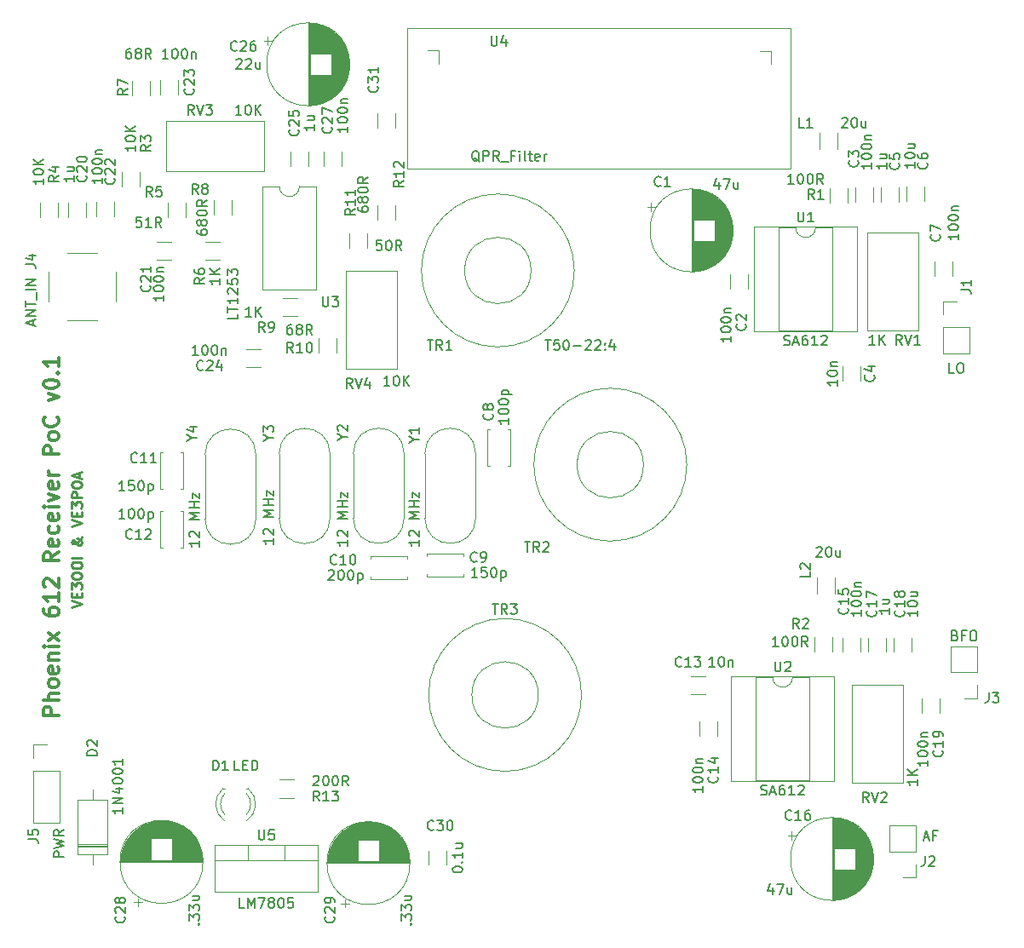
<source format=gbr>
%TF.GenerationSoftware,KiCad,Pcbnew,(6.0.7)*%
%TF.CreationDate,2022-09-22T17:07:58-04:00*%
%TF.ProjectId,Receiver_POC,52656365-6976-4657-925f-504f432e6b69,rev?*%
%TF.SameCoordinates,Original*%
%TF.FileFunction,Legend,Top*%
%TF.FilePolarity,Positive*%
%FSLAX46Y46*%
G04 Gerber Fmt 4.6, Leading zero omitted, Abs format (unit mm)*
G04 Created by KiCad (PCBNEW (6.0.7)) date 2022-09-22 17:07:58*
%MOMM*%
%LPD*%
G01*
G04 APERTURE LIST*
%ADD10C,0.250000*%
%ADD11C,0.300000*%
%ADD12C,0.150000*%
%ADD13C,0.120000*%
G04 APERTURE END LIST*
D10*
X31202380Y-85224095D02*
X32202380Y-84890761D01*
X31202380Y-84557428D01*
X31678571Y-84224095D02*
X31678571Y-83890761D01*
X32202380Y-83747904D02*
X32202380Y-84224095D01*
X31202380Y-84224095D01*
X31202380Y-83747904D01*
X31202380Y-83414571D02*
X31202380Y-82795523D01*
X31583333Y-83128857D01*
X31583333Y-82986000D01*
X31630952Y-82890761D01*
X31678571Y-82843142D01*
X31773809Y-82795523D01*
X32011904Y-82795523D01*
X32107142Y-82843142D01*
X32154761Y-82890761D01*
X32202380Y-82986000D01*
X32202380Y-83271714D01*
X32154761Y-83366952D01*
X32107142Y-83414571D01*
X31202380Y-82176476D02*
X31202380Y-81986000D01*
X31250000Y-81890761D01*
X31345238Y-81795523D01*
X31535714Y-81747904D01*
X31869047Y-81747904D01*
X32059523Y-81795523D01*
X32154761Y-81890761D01*
X32202380Y-81986000D01*
X32202380Y-82176476D01*
X32154761Y-82271714D01*
X32059523Y-82366952D01*
X31869047Y-82414571D01*
X31535714Y-82414571D01*
X31345238Y-82366952D01*
X31250000Y-82271714D01*
X31202380Y-82176476D01*
X31202380Y-81128857D02*
X31202380Y-80938380D01*
X31250000Y-80843142D01*
X31345238Y-80747904D01*
X31535714Y-80700285D01*
X31869047Y-80700285D01*
X32059523Y-80747904D01*
X32154761Y-80843142D01*
X32202380Y-80938380D01*
X32202380Y-81128857D01*
X32154761Y-81224095D01*
X32059523Y-81319333D01*
X31869047Y-81366952D01*
X31535714Y-81366952D01*
X31345238Y-81319333D01*
X31250000Y-81224095D01*
X31202380Y-81128857D01*
X32202380Y-80271714D02*
X31202380Y-80271714D01*
X32202380Y-78224095D02*
X32202380Y-78271714D01*
X32154761Y-78366952D01*
X32011904Y-78509809D01*
X31726190Y-78747904D01*
X31583333Y-78843142D01*
X31440476Y-78890761D01*
X31345238Y-78890761D01*
X31250000Y-78843142D01*
X31202380Y-78747904D01*
X31202380Y-78700285D01*
X31250000Y-78605047D01*
X31345238Y-78557428D01*
X31392857Y-78557428D01*
X31488095Y-78605047D01*
X31535714Y-78652666D01*
X31726190Y-78938380D01*
X31773809Y-78986000D01*
X31869047Y-79033619D01*
X32011904Y-79033619D01*
X32107142Y-78986000D01*
X32154761Y-78938380D01*
X32202380Y-78843142D01*
X32202380Y-78700285D01*
X32154761Y-78605047D01*
X32107142Y-78557428D01*
X31916666Y-78414571D01*
X31773809Y-78366952D01*
X31678571Y-78366952D01*
X31202380Y-77176476D02*
X32202380Y-76843142D01*
X31202380Y-76509809D01*
X31678571Y-76176476D02*
X31678571Y-75843142D01*
X32202380Y-75700285D02*
X32202380Y-76176476D01*
X31202380Y-76176476D01*
X31202380Y-75700285D01*
X31202380Y-75366952D02*
X31202380Y-74747904D01*
X31583333Y-75081238D01*
X31583333Y-74938380D01*
X31630952Y-74843142D01*
X31678571Y-74795523D01*
X31773809Y-74747904D01*
X32011904Y-74747904D01*
X32107142Y-74795523D01*
X32154761Y-74843142D01*
X32202380Y-74938380D01*
X32202380Y-75224095D01*
X32154761Y-75319333D01*
X32107142Y-75366952D01*
X32202380Y-74319333D02*
X31202380Y-74319333D01*
X31202380Y-73938380D01*
X31250000Y-73843142D01*
X31297619Y-73795523D01*
X31392857Y-73747904D01*
X31535714Y-73747904D01*
X31630952Y-73795523D01*
X31678571Y-73843142D01*
X31726190Y-73938380D01*
X31726190Y-74319333D01*
X31202380Y-73128857D02*
X31202380Y-72938380D01*
X31250000Y-72843142D01*
X31345238Y-72747904D01*
X31535714Y-72700285D01*
X31869047Y-72700285D01*
X32059523Y-72747904D01*
X32154761Y-72843142D01*
X32202380Y-72938380D01*
X32202380Y-73128857D01*
X32154761Y-73224095D01*
X32059523Y-73319333D01*
X31869047Y-73366952D01*
X31535714Y-73366952D01*
X31345238Y-73319333D01*
X31250000Y-73224095D01*
X31202380Y-73128857D01*
X31916666Y-72319333D02*
X31916666Y-71843142D01*
X32202380Y-72414571D02*
X31202380Y-72081238D01*
X32202380Y-71747904D01*
D11*
X29888571Y-95946285D02*
X28388571Y-95946285D01*
X28388571Y-95374857D01*
X28460000Y-95232000D01*
X28531428Y-95160571D01*
X28674285Y-95089142D01*
X28888571Y-95089142D01*
X29031428Y-95160571D01*
X29102857Y-95232000D01*
X29174285Y-95374857D01*
X29174285Y-95946285D01*
X29888571Y-94446285D02*
X28388571Y-94446285D01*
X29888571Y-93803428D02*
X29102857Y-93803428D01*
X28960000Y-93874857D01*
X28888571Y-94017714D01*
X28888571Y-94232000D01*
X28960000Y-94374857D01*
X29031428Y-94446285D01*
X29888571Y-92874857D02*
X29817142Y-93017714D01*
X29745714Y-93089142D01*
X29602857Y-93160571D01*
X29174285Y-93160571D01*
X29031428Y-93089142D01*
X28960000Y-93017714D01*
X28888571Y-92874857D01*
X28888571Y-92660571D01*
X28960000Y-92517714D01*
X29031428Y-92446285D01*
X29174285Y-92374857D01*
X29602857Y-92374857D01*
X29745714Y-92446285D01*
X29817142Y-92517714D01*
X29888571Y-92660571D01*
X29888571Y-92874857D01*
X29817142Y-91160571D02*
X29888571Y-91303428D01*
X29888571Y-91589142D01*
X29817142Y-91732000D01*
X29674285Y-91803428D01*
X29102857Y-91803428D01*
X28960000Y-91732000D01*
X28888571Y-91589142D01*
X28888571Y-91303428D01*
X28960000Y-91160571D01*
X29102857Y-91089142D01*
X29245714Y-91089142D01*
X29388571Y-91803428D01*
X28888571Y-90446285D02*
X29888571Y-90446285D01*
X29031428Y-90446285D02*
X28960000Y-90374857D01*
X28888571Y-90232000D01*
X28888571Y-90017714D01*
X28960000Y-89874857D01*
X29102857Y-89803428D01*
X29888571Y-89803428D01*
X29888571Y-89089142D02*
X28888571Y-89089142D01*
X28388571Y-89089142D02*
X28460000Y-89160571D01*
X28531428Y-89089142D01*
X28460000Y-89017714D01*
X28388571Y-89089142D01*
X28531428Y-89089142D01*
X29888571Y-88517714D02*
X28888571Y-87732000D01*
X28888571Y-88517714D02*
X29888571Y-87732000D01*
X28388571Y-85374857D02*
X28388571Y-85660571D01*
X28460000Y-85803428D01*
X28531428Y-85874857D01*
X28745714Y-86017714D01*
X29031428Y-86089142D01*
X29602857Y-86089142D01*
X29745714Y-86017714D01*
X29817142Y-85946285D01*
X29888571Y-85803428D01*
X29888571Y-85517714D01*
X29817142Y-85374857D01*
X29745714Y-85303428D01*
X29602857Y-85232000D01*
X29245714Y-85232000D01*
X29102857Y-85303428D01*
X29031428Y-85374857D01*
X28960000Y-85517714D01*
X28960000Y-85803428D01*
X29031428Y-85946285D01*
X29102857Y-86017714D01*
X29245714Y-86089142D01*
X29888571Y-83803428D02*
X29888571Y-84660571D01*
X29888571Y-84232000D02*
X28388571Y-84232000D01*
X28602857Y-84374857D01*
X28745714Y-84517714D01*
X28817142Y-84660571D01*
X28531428Y-83232000D02*
X28460000Y-83160571D01*
X28388571Y-83017714D01*
X28388571Y-82660571D01*
X28460000Y-82517714D01*
X28531428Y-82446285D01*
X28674285Y-82374857D01*
X28817142Y-82374857D01*
X29031428Y-82446285D01*
X29888571Y-83303428D01*
X29888571Y-82374857D01*
X29888571Y-79732000D02*
X29174285Y-80232000D01*
X29888571Y-80589142D02*
X28388571Y-80589142D01*
X28388571Y-80017714D01*
X28460000Y-79874857D01*
X28531428Y-79803428D01*
X28674285Y-79732000D01*
X28888571Y-79732000D01*
X29031428Y-79803428D01*
X29102857Y-79874857D01*
X29174285Y-80017714D01*
X29174285Y-80589142D01*
X29817142Y-78517714D02*
X29888571Y-78660571D01*
X29888571Y-78946285D01*
X29817142Y-79089142D01*
X29674285Y-79160571D01*
X29102857Y-79160571D01*
X28960000Y-79089142D01*
X28888571Y-78946285D01*
X28888571Y-78660571D01*
X28960000Y-78517714D01*
X29102857Y-78446285D01*
X29245714Y-78446285D01*
X29388571Y-79160571D01*
X29817142Y-77160571D02*
X29888571Y-77303428D01*
X29888571Y-77589142D01*
X29817142Y-77732000D01*
X29745714Y-77803428D01*
X29602857Y-77874857D01*
X29174285Y-77874857D01*
X29031428Y-77803428D01*
X28960000Y-77732000D01*
X28888571Y-77589142D01*
X28888571Y-77303428D01*
X28960000Y-77160571D01*
X29817142Y-75946285D02*
X29888571Y-76089142D01*
X29888571Y-76374857D01*
X29817142Y-76517714D01*
X29674285Y-76589142D01*
X29102857Y-76589142D01*
X28960000Y-76517714D01*
X28888571Y-76374857D01*
X28888571Y-76089142D01*
X28960000Y-75946285D01*
X29102857Y-75874857D01*
X29245714Y-75874857D01*
X29388571Y-76589142D01*
X29888571Y-75232000D02*
X28888571Y-75232000D01*
X28388571Y-75232000D02*
X28460000Y-75303428D01*
X28531428Y-75232000D01*
X28460000Y-75160571D01*
X28388571Y-75232000D01*
X28531428Y-75232000D01*
X28888571Y-74660571D02*
X29888571Y-74303428D01*
X28888571Y-73946285D01*
X29817142Y-72803428D02*
X29888571Y-72946285D01*
X29888571Y-73232000D01*
X29817142Y-73374857D01*
X29674285Y-73446285D01*
X29102857Y-73446285D01*
X28960000Y-73374857D01*
X28888571Y-73232000D01*
X28888571Y-72946285D01*
X28960000Y-72803428D01*
X29102857Y-72732000D01*
X29245714Y-72732000D01*
X29388571Y-73446285D01*
X29888571Y-72089142D02*
X28888571Y-72089142D01*
X29174285Y-72089142D02*
X29031428Y-72017714D01*
X28960000Y-71946285D01*
X28888571Y-71803428D01*
X28888571Y-71660571D01*
X29888571Y-70017714D02*
X28388571Y-70017714D01*
X28388571Y-69446285D01*
X28460000Y-69303428D01*
X28531428Y-69232000D01*
X28674285Y-69160571D01*
X28888571Y-69160571D01*
X29031428Y-69232000D01*
X29102857Y-69303428D01*
X29174285Y-69446285D01*
X29174285Y-70017714D01*
X29888571Y-68303428D02*
X29817142Y-68446285D01*
X29745714Y-68517714D01*
X29602857Y-68589142D01*
X29174285Y-68589142D01*
X29031428Y-68517714D01*
X28960000Y-68446285D01*
X28888571Y-68303428D01*
X28888571Y-68089142D01*
X28960000Y-67946285D01*
X29031428Y-67874857D01*
X29174285Y-67803428D01*
X29602857Y-67803428D01*
X29745714Y-67874857D01*
X29817142Y-67946285D01*
X29888571Y-68089142D01*
X29888571Y-68303428D01*
X29745714Y-66303428D02*
X29817142Y-66374857D01*
X29888571Y-66589142D01*
X29888571Y-66732000D01*
X29817142Y-66946285D01*
X29674285Y-67089142D01*
X29531428Y-67160571D01*
X29245714Y-67232000D01*
X29031428Y-67232000D01*
X28745714Y-67160571D01*
X28602857Y-67089142D01*
X28460000Y-66946285D01*
X28388571Y-66732000D01*
X28388571Y-66589142D01*
X28460000Y-66374857D01*
X28531428Y-66303428D01*
X28888571Y-64660571D02*
X29888571Y-64303428D01*
X28888571Y-63946285D01*
X28388571Y-63089142D02*
X28388571Y-62946285D01*
X28460000Y-62803428D01*
X28531428Y-62732000D01*
X28674285Y-62660571D01*
X28960000Y-62589142D01*
X29317142Y-62589142D01*
X29602857Y-62660571D01*
X29745714Y-62732000D01*
X29817142Y-62803428D01*
X29888571Y-62946285D01*
X29888571Y-63089142D01*
X29817142Y-63232000D01*
X29745714Y-63303428D01*
X29602857Y-63374857D01*
X29317142Y-63446285D01*
X28960000Y-63446285D01*
X28674285Y-63374857D01*
X28531428Y-63303428D01*
X28460000Y-63232000D01*
X28388571Y-63089142D01*
X29745714Y-61946285D02*
X29817142Y-61874857D01*
X29888571Y-61946285D01*
X29817142Y-62017714D01*
X29745714Y-61946285D01*
X29888571Y-61946285D01*
X29888571Y-60446285D02*
X29888571Y-61303428D01*
X29888571Y-60874857D02*
X28388571Y-60874857D01*
X28602857Y-61017714D01*
X28745714Y-61160571D01*
X28817142Y-61303428D01*
D12*
%TO.C,C31*%
X61571142Y-33408857D02*
X61618761Y-33456476D01*
X61666380Y-33599333D01*
X61666380Y-33694571D01*
X61618761Y-33837428D01*
X61523523Y-33932666D01*
X61428285Y-33980285D01*
X61237809Y-34027904D01*
X61094952Y-34027904D01*
X60904476Y-33980285D01*
X60809238Y-33932666D01*
X60714000Y-33837428D01*
X60666380Y-33694571D01*
X60666380Y-33599333D01*
X60714000Y-33456476D01*
X60761619Y-33408857D01*
X60666380Y-33075523D02*
X60666380Y-32456476D01*
X61047333Y-32789809D01*
X61047333Y-32646952D01*
X61094952Y-32551714D01*
X61142571Y-32504095D01*
X61237809Y-32456476D01*
X61475904Y-32456476D01*
X61571142Y-32504095D01*
X61618761Y-32551714D01*
X61666380Y-32646952D01*
X61666380Y-32932666D01*
X61618761Y-33027904D01*
X61571142Y-33075523D01*
X61666380Y-31504095D02*
X61666380Y-32075523D01*
X61666380Y-31789809D02*
X60666380Y-31789809D01*
X60809238Y-31885047D01*
X60904476Y-31980285D01*
X60952095Y-32075523D01*
%TO.C,TR2*%
X76208095Y-78700380D02*
X76779523Y-78700380D01*
X76493809Y-79700380D02*
X76493809Y-78700380D01*
X77684285Y-79700380D02*
X77350952Y-79224190D01*
X77112857Y-79700380D02*
X77112857Y-78700380D01*
X77493809Y-78700380D01*
X77589047Y-78748000D01*
X77636666Y-78795619D01*
X77684285Y-78890857D01*
X77684285Y-79033714D01*
X77636666Y-79128952D01*
X77589047Y-79176571D01*
X77493809Y-79224190D01*
X77112857Y-79224190D01*
X78065238Y-78795619D02*
X78112857Y-78748000D01*
X78208095Y-78700380D01*
X78446190Y-78700380D01*
X78541428Y-78748000D01*
X78589047Y-78795619D01*
X78636666Y-78890857D01*
X78636666Y-78986095D01*
X78589047Y-79128952D01*
X78017619Y-79700380D01*
X78636666Y-79700380D01*
%TO.C,TR3*%
X73016095Y-84882380D02*
X73587523Y-84882380D01*
X73301809Y-85882380D02*
X73301809Y-84882380D01*
X74492285Y-85882380D02*
X74158952Y-85406190D01*
X73920857Y-85882380D02*
X73920857Y-84882380D01*
X74301809Y-84882380D01*
X74397047Y-84930000D01*
X74444666Y-84977619D01*
X74492285Y-85072857D01*
X74492285Y-85215714D01*
X74444666Y-85310952D01*
X74397047Y-85358571D01*
X74301809Y-85406190D01*
X73920857Y-85406190D01*
X74825619Y-84882380D02*
X75444666Y-84882380D01*
X75111333Y-85263333D01*
X75254190Y-85263333D01*
X75349428Y-85310952D01*
X75397047Y-85358571D01*
X75444666Y-85453809D01*
X75444666Y-85691904D01*
X75397047Y-85787142D01*
X75349428Y-85834761D01*
X75254190Y-85882380D01*
X74968476Y-85882380D01*
X74873238Y-85834761D01*
X74825619Y-85787142D01*
%TO.C,TR1*%
X66556095Y-58634380D02*
X67127523Y-58634380D01*
X66841809Y-59634380D02*
X66841809Y-58634380D01*
X68032285Y-59634380D02*
X67698952Y-59158190D01*
X67460857Y-59634380D02*
X67460857Y-58634380D01*
X67841809Y-58634380D01*
X67937047Y-58682000D01*
X67984666Y-58729619D01*
X68032285Y-58824857D01*
X68032285Y-58967714D01*
X67984666Y-59062952D01*
X67937047Y-59110571D01*
X67841809Y-59158190D01*
X67460857Y-59158190D01*
X68984666Y-59634380D02*
X68413238Y-59634380D01*
X68698952Y-59634380D02*
X68698952Y-58634380D01*
X68603714Y-58777238D01*
X68508476Y-58872476D01*
X68413238Y-58920095D01*
X78264190Y-58634380D02*
X78835619Y-58634380D01*
X78549904Y-59634380D02*
X78549904Y-58634380D01*
X79645142Y-58634380D02*
X79168952Y-58634380D01*
X79121333Y-59110571D01*
X79168952Y-59062952D01*
X79264190Y-59015333D01*
X79502285Y-59015333D01*
X79597523Y-59062952D01*
X79645142Y-59110571D01*
X79692761Y-59205809D01*
X79692761Y-59443904D01*
X79645142Y-59539142D01*
X79597523Y-59586761D01*
X79502285Y-59634380D01*
X79264190Y-59634380D01*
X79168952Y-59586761D01*
X79121333Y-59539142D01*
X80311809Y-58634380D02*
X80407047Y-58634380D01*
X80502285Y-58682000D01*
X80549904Y-58729619D01*
X80597523Y-58824857D01*
X80645142Y-59015333D01*
X80645142Y-59253428D01*
X80597523Y-59443904D01*
X80549904Y-59539142D01*
X80502285Y-59586761D01*
X80407047Y-59634380D01*
X80311809Y-59634380D01*
X80216571Y-59586761D01*
X80168952Y-59539142D01*
X80121333Y-59443904D01*
X80073714Y-59253428D01*
X80073714Y-59015333D01*
X80121333Y-58824857D01*
X80168952Y-58729619D01*
X80216571Y-58682000D01*
X80311809Y-58634380D01*
X81073714Y-59253428D02*
X81835619Y-59253428D01*
X82264190Y-58729619D02*
X82311809Y-58682000D01*
X82407047Y-58634380D01*
X82645142Y-58634380D01*
X82740380Y-58682000D01*
X82788000Y-58729619D01*
X82835619Y-58824857D01*
X82835619Y-58920095D01*
X82788000Y-59062952D01*
X82216571Y-59634380D01*
X82835619Y-59634380D01*
X83216571Y-58729619D02*
X83264190Y-58682000D01*
X83359428Y-58634380D01*
X83597523Y-58634380D01*
X83692761Y-58682000D01*
X83740380Y-58729619D01*
X83788000Y-58824857D01*
X83788000Y-58920095D01*
X83740380Y-59062952D01*
X83168952Y-59634380D01*
X83788000Y-59634380D01*
X84216571Y-59539142D02*
X84264190Y-59586761D01*
X84216571Y-59634380D01*
X84168952Y-59586761D01*
X84216571Y-59539142D01*
X84216571Y-59634380D01*
X84216571Y-59015333D02*
X84264190Y-59062952D01*
X84216571Y-59110571D01*
X84168952Y-59062952D01*
X84216571Y-59015333D01*
X84216571Y-59110571D01*
X85121333Y-58967714D02*
X85121333Y-59634380D01*
X84883238Y-58586761D02*
X84645142Y-59301047D01*
X85264190Y-59301047D01*
%TO.C,U4*%
X72898095Y-28408380D02*
X72898095Y-29217904D01*
X72945714Y-29313142D01*
X72993333Y-29360761D01*
X73088571Y-29408380D01*
X73279047Y-29408380D01*
X73374285Y-29360761D01*
X73421904Y-29313142D01*
X73469523Y-29217904D01*
X73469523Y-28408380D01*
X74374285Y-28741714D02*
X74374285Y-29408380D01*
X74136190Y-28360761D02*
X73898095Y-29075047D01*
X74517142Y-29075047D01*
X71723619Y-40933619D02*
X71628380Y-40886000D01*
X71533142Y-40790761D01*
X71390285Y-40647904D01*
X71295047Y-40600285D01*
X71199809Y-40600285D01*
X71247428Y-40838380D02*
X71152190Y-40790761D01*
X71056952Y-40695523D01*
X71009333Y-40505047D01*
X71009333Y-40171714D01*
X71056952Y-39981238D01*
X71152190Y-39886000D01*
X71247428Y-39838380D01*
X71437904Y-39838380D01*
X71533142Y-39886000D01*
X71628380Y-39981238D01*
X71676000Y-40171714D01*
X71676000Y-40505047D01*
X71628380Y-40695523D01*
X71533142Y-40790761D01*
X71437904Y-40838380D01*
X71247428Y-40838380D01*
X72104571Y-40838380D02*
X72104571Y-39838380D01*
X72485523Y-39838380D01*
X72580761Y-39886000D01*
X72628380Y-39933619D01*
X72676000Y-40028857D01*
X72676000Y-40171714D01*
X72628380Y-40266952D01*
X72580761Y-40314571D01*
X72485523Y-40362190D01*
X72104571Y-40362190D01*
X73676000Y-40838380D02*
X73342666Y-40362190D01*
X73104571Y-40838380D02*
X73104571Y-39838380D01*
X73485523Y-39838380D01*
X73580761Y-39886000D01*
X73628380Y-39933619D01*
X73676000Y-40028857D01*
X73676000Y-40171714D01*
X73628380Y-40266952D01*
X73580761Y-40314571D01*
X73485523Y-40362190D01*
X73104571Y-40362190D01*
X73866476Y-40933619D02*
X74628380Y-40933619D01*
X75199809Y-40314571D02*
X74866476Y-40314571D01*
X74866476Y-40838380D02*
X74866476Y-39838380D01*
X75342666Y-39838380D01*
X75723619Y-40838380D02*
X75723619Y-40171714D01*
X75723619Y-39838380D02*
X75676000Y-39886000D01*
X75723619Y-39933619D01*
X75771238Y-39886000D01*
X75723619Y-39838380D01*
X75723619Y-39933619D01*
X76342666Y-40838380D02*
X76247428Y-40790761D01*
X76199809Y-40695523D01*
X76199809Y-39838380D01*
X76580761Y-40171714D02*
X76961714Y-40171714D01*
X76723619Y-39838380D02*
X76723619Y-40695523D01*
X76771238Y-40790761D01*
X76866476Y-40838380D01*
X76961714Y-40838380D01*
X77676000Y-40790761D02*
X77580761Y-40838380D01*
X77390285Y-40838380D01*
X77295047Y-40790761D01*
X77247428Y-40695523D01*
X77247428Y-40314571D01*
X77295047Y-40219333D01*
X77390285Y-40171714D01*
X77580761Y-40171714D01*
X77676000Y-40219333D01*
X77723619Y-40314571D01*
X77723619Y-40409809D01*
X77247428Y-40505047D01*
X78152190Y-40838380D02*
X78152190Y-40171714D01*
X78152190Y-40362190D02*
X78199809Y-40266952D01*
X78247428Y-40219333D01*
X78342666Y-40171714D01*
X78437904Y-40171714D01*
%TO.C,RV2*%
X110402761Y-104592380D02*
X110069428Y-104116190D01*
X109831333Y-104592380D02*
X109831333Y-103592380D01*
X110212285Y-103592380D01*
X110307523Y-103640000D01*
X110355142Y-103687619D01*
X110402761Y-103782857D01*
X110402761Y-103925714D01*
X110355142Y-104020952D01*
X110307523Y-104068571D01*
X110212285Y-104116190D01*
X109831333Y-104116190D01*
X110688476Y-103592380D02*
X111021809Y-104592380D01*
X111355142Y-103592380D01*
X111640857Y-103687619D02*
X111688476Y-103640000D01*
X111783714Y-103592380D01*
X112021809Y-103592380D01*
X112117047Y-103640000D01*
X112164666Y-103687619D01*
X112212285Y-103782857D01*
X112212285Y-103878095D01*
X112164666Y-104020952D01*
X111593238Y-104592380D01*
X112212285Y-104592380D01*
X115260380Y-102322285D02*
X115260380Y-102893714D01*
X115260380Y-102608000D02*
X114260380Y-102608000D01*
X114403238Y-102703238D01*
X114498476Y-102798476D01*
X114546095Y-102893714D01*
X115260380Y-101893714D02*
X114260380Y-101893714D01*
X115260380Y-101322285D02*
X114688952Y-101750857D01*
X114260380Y-101322285D02*
X114831809Y-101893714D01*
%TO.C,C5*%
X113387142Y-41060666D02*
X113434761Y-41108285D01*
X113482380Y-41251142D01*
X113482380Y-41346380D01*
X113434761Y-41489238D01*
X113339523Y-41584476D01*
X113244285Y-41632095D01*
X113053809Y-41679714D01*
X112910952Y-41679714D01*
X112720476Y-41632095D01*
X112625238Y-41584476D01*
X112530000Y-41489238D01*
X112482380Y-41346380D01*
X112482380Y-41251142D01*
X112530000Y-41108285D01*
X112577619Y-41060666D01*
X112482380Y-40155904D02*
X112482380Y-40632095D01*
X112958571Y-40679714D01*
X112910952Y-40632095D01*
X112863333Y-40536857D01*
X112863333Y-40298761D01*
X112910952Y-40203523D01*
X112958571Y-40155904D01*
X113053809Y-40108285D01*
X113291904Y-40108285D01*
X113387142Y-40155904D01*
X113434761Y-40203523D01*
X113482380Y-40298761D01*
X113482380Y-40536857D01*
X113434761Y-40632095D01*
X113387142Y-40679714D01*
X112212380Y-41060666D02*
X112212380Y-41632095D01*
X112212380Y-41346380D02*
X111212380Y-41346380D01*
X111355238Y-41441619D01*
X111450476Y-41536857D01*
X111498095Y-41632095D01*
X111545714Y-40203523D02*
X112212380Y-40203523D01*
X111545714Y-40632095D02*
X112069523Y-40632095D01*
X112164761Y-40584476D01*
X112212380Y-40489238D01*
X112212380Y-40346380D01*
X112164761Y-40251142D01*
X112117142Y-40203523D01*
%TO.C,C4*%
X110919142Y-62142666D02*
X110966761Y-62190285D01*
X111014380Y-62333142D01*
X111014380Y-62428380D01*
X110966761Y-62571238D01*
X110871523Y-62666476D01*
X110776285Y-62714095D01*
X110585809Y-62761714D01*
X110442952Y-62761714D01*
X110252476Y-62714095D01*
X110157238Y-62666476D01*
X110062000Y-62571238D01*
X110014380Y-62428380D01*
X110014380Y-62333142D01*
X110062000Y-62190285D01*
X110109619Y-62142666D01*
X110347714Y-61285523D02*
X111014380Y-61285523D01*
X109966761Y-61523619D02*
X110681047Y-61761714D01*
X110681047Y-61142666D01*
X107314380Y-62618857D02*
X107314380Y-63190285D01*
X107314380Y-62904571D02*
X106314380Y-62904571D01*
X106457238Y-62999809D01*
X106552476Y-63095047D01*
X106600095Y-63190285D01*
X106314380Y-61999809D02*
X106314380Y-61904571D01*
X106362000Y-61809333D01*
X106409619Y-61761714D01*
X106504857Y-61714095D01*
X106695333Y-61666476D01*
X106933428Y-61666476D01*
X107123904Y-61714095D01*
X107219142Y-61761714D01*
X107266761Y-61809333D01*
X107314380Y-61904571D01*
X107314380Y-61999809D01*
X107266761Y-62095047D01*
X107219142Y-62142666D01*
X107123904Y-62190285D01*
X106933428Y-62237904D01*
X106695333Y-62237904D01*
X106504857Y-62190285D01*
X106409619Y-62142666D01*
X106362000Y-62095047D01*
X106314380Y-61999809D01*
X106647714Y-61237904D02*
X107314380Y-61237904D01*
X106742952Y-61237904D02*
X106695333Y-61190285D01*
X106647714Y-61095047D01*
X106647714Y-60952190D01*
X106695333Y-60856952D01*
X106790571Y-60809333D01*
X107314380Y-60809333D01*
%TO.C,C6*%
X116181142Y-41011666D02*
X116228761Y-41059285D01*
X116276380Y-41202142D01*
X116276380Y-41297380D01*
X116228761Y-41440238D01*
X116133523Y-41535476D01*
X116038285Y-41583095D01*
X115847809Y-41630714D01*
X115704952Y-41630714D01*
X115514476Y-41583095D01*
X115419238Y-41535476D01*
X115324000Y-41440238D01*
X115276380Y-41297380D01*
X115276380Y-41202142D01*
X115324000Y-41059285D01*
X115371619Y-41011666D01*
X115276380Y-40154523D02*
X115276380Y-40345000D01*
X115324000Y-40440238D01*
X115371619Y-40487857D01*
X115514476Y-40583095D01*
X115704952Y-40630714D01*
X116085904Y-40630714D01*
X116181142Y-40583095D01*
X116228761Y-40535476D01*
X116276380Y-40440238D01*
X116276380Y-40249761D01*
X116228761Y-40154523D01*
X116181142Y-40106904D01*
X116085904Y-40059285D01*
X115847809Y-40059285D01*
X115752571Y-40106904D01*
X115704952Y-40154523D01*
X115657333Y-40249761D01*
X115657333Y-40440238D01*
X115704952Y-40535476D01*
X115752571Y-40583095D01*
X115847809Y-40630714D01*
X115006380Y-40979857D02*
X115006380Y-41551285D01*
X115006380Y-41265571D02*
X114006380Y-41265571D01*
X114149238Y-41360809D01*
X114244476Y-41456047D01*
X114292095Y-41551285D01*
X114006380Y-40360809D02*
X114006380Y-40265571D01*
X114054000Y-40170333D01*
X114101619Y-40122714D01*
X114196857Y-40075095D01*
X114387333Y-40027476D01*
X114625428Y-40027476D01*
X114815904Y-40075095D01*
X114911142Y-40122714D01*
X114958761Y-40170333D01*
X115006380Y-40265571D01*
X115006380Y-40360809D01*
X114958761Y-40456047D01*
X114911142Y-40503666D01*
X114815904Y-40551285D01*
X114625428Y-40598904D01*
X114387333Y-40598904D01*
X114196857Y-40551285D01*
X114101619Y-40503666D01*
X114054000Y-40456047D01*
X114006380Y-40360809D01*
X114339714Y-39170333D02*
X115006380Y-39170333D01*
X114339714Y-39598904D02*
X114863523Y-39598904D01*
X114958761Y-39551285D01*
X115006380Y-39456047D01*
X115006380Y-39313190D01*
X114958761Y-39217952D01*
X114911142Y-39170333D01*
%TO.C,C28*%
X36425142Y-115958857D02*
X36472761Y-116006476D01*
X36520380Y-116149333D01*
X36520380Y-116244571D01*
X36472761Y-116387428D01*
X36377523Y-116482666D01*
X36282285Y-116530285D01*
X36091809Y-116577904D01*
X35948952Y-116577904D01*
X35758476Y-116530285D01*
X35663238Y-116482666D01*
X35568000Y-116387428D01*
X35520380Y-116244571D01*
X35520380Y-116149333D01*
X35568000Y-116006476D01*
X35615619Y-115958857D01*
X35615619Y-115577904D02*
X35568000Y-115530285D01*
X35520380Y-115435047D01*
X35520380Y-115196952D01*
X35568000Y-115101714D01*
X35615619Y-115054095D01*
X35710857Y-115006476D01*
X35806095Y-115006476D01*
X35948952Y-115054095D01*
X36520380Y-115625523D01*
X36520380Y-115006476D01*
X35948952Y-114435047D02*
X35901333Y-114530285D01*
X35853714Y-114577904D01*
X35758476Y-114625523D01*
X35710857Y-114625523D01*
X35615619Y-114577904D01*
X35568000Y-114530285D01*
X35520380Y-114435047D01*
X35520380Y-114244571D01*
X35568000Y-114149333D01*
X35615619Y-114101714D01*
X35710857Y-114054095D01*
X35758476Y-114054095D01*
X35853714Y-114101714D01*
X35901333Y-114149333D01*
X35948952Y-114244571D01*
X35948952Y-114435047D01*
X35996571Y-114530285D01*
X36044190Y-114577904D01*
X36139428Y-114625523D01*
X36329904Y-114625523D01*
X36425142Y-114577904D01*
X36472761Y-114530285D01*
X36520380Y-114435047D01*
X36520380Y-114244571D01*
X36472761Y-114149333D01*
X36425142Y-114101714D01*
X36329904Y-114054095D01*
X36139428Y-114054095D01*
X36044190Y-114101714D01*
X35996571Y-114149333D01*
X35948952Y-114244571D01*
X43791142Y-116720761D02*
X43838761Y-116673142D01*
X43886380Y-116720761D01*
X43838761Y-116768380D01*
X43791142Y-116720761D01*
X43886380Y-116720761D01*
X42886380Y-116339809D02*
X42886380Y-115720761D01*
X43267333Y-116054095D01*
X43267333Y-115911238D01*
X43314952Y-115816000D01*
X43362571Y-115768380D01*
X43457809Y-115720761D01*
X43695904Y-115720761D01*
X43791142Y-115768380D01*
X43838761Y-115816000D01*
X43886380Y-115911238D01*
X43886380Y-116196952D01*
X43838761Y-116292190D01*
X43791142Y-116339809D01*
X42886380Y-115387428D02*
X42886380Y-114768380D01*
X43267333Y-115101714D01*
X43267333Y-114958857D01*
X43314952Y-114863619D01*
X43362571Y-114816000D01*
X43457809Y-114768380D01*
X43695904Y-114768380D01*
X43791142Y-114816000D01*
X43838761Y-114863619D01*
X43886380Y-114958857D01*
X43886380Y-115244571D01*
X43838761Y-115339809D01*
X43791142Y-115387428D01*
X43219714Y-113911238D02*
X43886380Y-113911238D01*
X43219714Y-114339809D02*
X43743523Y-114339809D01*
X43838761Y-114292190D01*
X43886380Y-114196952D01*
X43886380Y-114054095D01*
X43838761Y-113958857D01*
X43791142Y-113911238D01*
%TO.C,R7*%
X36774380Y-33694666D02*
X36298190Y-34028000D01*
X36774380Y-34266095D02*
X35774380Y-34266095D01*
X35774380Y-33885142D01*
X35822000Y-33789904D01*
X35869619Y-33742285D01*
X35964857Y-33694666D01*
X36107714Y-33694666D01*
X36202952Y-33742285D01*
X36250571Y-33789904D01*
X36298190Y-33885142D01*
X36298190Y-34266095D01*
X35774380Y-33361333D02*
X35774380Y-32694666D01*
X36774380Y-33123238D01*
X37060285Y-29678380D02*
X36869809Y-29678380D01*
X36774571Y-29726000D01*
X36726952Y-29773619D01*
X36631714Y-29916476D01*
X36584095Y-30106952D01*
X36584095Y-30487904D01*
X36631714Y-30583142D01*
X36679333Y-30630761D01*
X36774571Y-30678380D01*
X36965047Y-30678380D01*
X37060285Y-30630761D01*
X37107904Y-30583142D01*
X37155523Y-30487904D01*
X37155523Y-30249809D01*
X37107904Y-30154571D01*
X37060285Y-30106952D01*
X36965047Y-30059333D01*
X36774571Y-30059333D01*
X36679333Y-30106952D01*
X36631714Y-30154571D01*
X36584095Y-30249809D01*
X37726952Y-30106952D02*
X37631714Y-30059333D01*
X37584095Y-30011714D01*
X37536476Y-29916476D01*
X37536476Y-29868857D01*
X37584095Y-29773619D01*
X37631714Y-29726000D01*
X37726952Y-29678380D01*
X37917428Y-29678380D01*
X38012666Y-29726000D01*
X38060285Y-29773619D01*
X38107904Y-29868857D01*
X38107904Y-29916476D01*
X38060285Y-30011714D01*
X38012666Y-30059333D01*
X37917428Y-30106952D01*
X37726952Y-30106952D01*
X37631714Y-30154571D01*
X37584095Y-30202190D01*
X37536476Y-30297428D01*
X37536476Y-30487904D01*
X37584095Y-30583142D01*
X37631714Y-30630761D01*
X37726952Y-30678380D01*
X37917428Y-30678380D01*
X38012666Y-30630761D01*
X38060285Y-30583142D01*
X38107904Y-30487904D01*
X38107904Y-30297428D01*
X38060285Y-30202190D01*
X38012666Y-30154571D01*
X37917428Y-30106952D01*
X39107904Y-30678380D02*
X38774571Y-30202190D01*
X38536476Y-30678380D02*
X38536476Y-29678380D01*
X38917428Y-29678380D01*
X39012666Y-29726000D01*
X39060285Y-29773619D01*
X39107904Y-29868857D01*
X39107904Y-30011714D01*
X39060285Y-30106952D01*
X39012666Y-30154571D01*
X38917428Y-30202190D01*
X38536476Y-30202190D01*
%TO.C,J1*%
X119594380Y-53673333D02*
X120308666Y-53673333D01*
X120451523Y-53720952D01*
X120546761Y-53816190D01*
X120594380Y-53959047D01*
X120594380Y-54054285D01*
X120594380Y-52673333D02*
X120594380Y-53244761D01*
X120594380Y-52959047D02*
X119594380Y-52959047D01*
X119737238Y-53054285D01*
X119832476Y-53149523D01*
X119880095Y-53244761D01*
X118911714Y-61920380D02*
X118435523Y-61920380D01*
X118435523Y-60920380D01*
X119435523Y-60920380D02*
X119626000Y-60920380D01*
X119721238Y-60968000D01*
X119816476Y-61063238D01*
X119864095Y-61253714D01*
X119864095Y-61587047D01*
X119816476Y-61777523D01*
X119721238Y-61872761D01*
X119626000Y-61920380D01*
X119435523Y-61920380D01*
X119340285Y-61872761D01*
X119245047Y-61777523D01*
X119197428Y-61587047D01*
X119197428Y-61253714D01*
X119245047Y-61063238D01*
X119340285Y-60968000D01*
X119435523Y-60920380D01*
%TO.C,R6*%
X44394380Y-52490666D02*
X43918190Y-52824000D01*
X44394380Y-53062095D02*
X43394380Y-53062095D01*
X43394380Y-52681142D01*
X43442000Y-52585904D01*
X43489619Y-52538285D01*
X43584857Y-52490666D01*
X43727714Y-52490666D01*
X43822952Y-52538285D01*
X43870571Y-52585904D01*
X43918190Y-52681142D01*
X43918190Y-53062095D01*
X43394380Y-51633523D02*
X43394380Y-51824000D01*
X43442000Y-51919238D01*
X43489619Y-51966857D01*
X43632476Y-52062095D01*
X43822952Y-52109714D01*
X44203904Y-52109714D01*
X44299142Y-52062095D01*
X44346761Y-52014476D01*
X44394380Y-51919238D01*
X44394380Y-51728761D01*
X44346761Y-51633523D01*
X44299142Y-51585904D01*
X44203904Y-51538285D01*
X43965809Y-51538285D01*
X43870571Y-51585904D01*
X43822952Y-51633523D01*
X43775333Y-51728761D01*
X43775333Y-51919238D01*
X43822952Y-52014476D01*
X43870571Y-52062095D01*
X43965809Y-52109714D01*
X45918380Y-52538285D02*
X45918380Y-53109714D01*
X45918380Y-52824000D02*
X44918380Y-52824000D01*
X45061238Y-52919238D01*
X45156476Y-53014476D01*
X45204095Y-53109714D01*
X45918380Y-52109714D02*
X44918380Y-52109714D01*
X45918380Y-51538285D02*
X45346952Y-51966857D01*
X44918380Y-51538285D02*
X45489809Y-52109714D01*
%TO.C,C22*%
X35409142Y-42552857D02*
X35456761Y-42600476D01*
X35504380Y-42743333D01*
X35504380Y-42838571D01*
X35456761Y-42981428D01*
X35361523Y-43076666D01*
X35266285Y-43124285D01*
X35075809Y-43171904D01*
X34932952Y-43171904D01*
X34742476Y-43124285D01*
X34647238Y-43076666D01*
X34552000Y-42981428D01*
X34504380Y-42838571D01*
X34504380Y-42743333D01*
X34552000Y-42600476D01*
X34599619Y-42552857D01*
X34599619Y-42171904D02*
X34552000Y-42124285D01*
X34504380Y-42029047D01*
X34504380Y-41790952D01*
X34552000Y-41695714D01*
X34599619Y-41648095D01*
X34694857Y-41600476D01*
X34790095Y-41600476D01*
X34932952Y-41648095D01*
X35504380Y-42219523D01*
X35504380Y-41600476D01*
X34599619Y-41219523D02*
X34552000Y-41171904D01*
X34504380Y-41076666D01*
X34504380Y-40838571D01*
X34552000Y-40743333D01*
X34599619Y-40695714D01*
X34694857Y-40648095D01*
X34790095Y-40648095D01*
X34932952Y-40695714D01*
X35504380Y-41267142D01*
X35504380Y-40648095D01*
X34234380Y-42521047D02*
X34234380Y-43092476D01*
X34234380Y-42806761D02*
X33234380Y-42806761D01*
X33377238Y-42902000D01*
X33472476Y-42997238D01*
X33520095Y-43092476D01*
X33234380Y-41902000D02*
X33234380Y-41806761D01*
X33282000Y-41711523D01*
X33329619Y-41663904D01*
X33424857Y-41616285D01*
X33615333Y-41568666D01*
X33853428Y-41568666D01*
X34043904Y-41616285D01*
X34139142Y-41663904D01*
X34186761Y-41711523D01*
X34234380Y-41806761D01*
X34234380Y-41902000D01*
X34186761Y-41997238D01*
X34139142Y-42044857D01*
X34043904Y-42092476D01*
X33853428Y-42140095D01*
X33615333Y-42140095D01*
X33424857Y-42092476D01*
X33329619Y-42044857D01*
X33282000Y-41997238D01*
X33234380Y-41902000D01*
X33234380Y-40949619D02*
X33234380Y-40854380D01*
X33282000Y-40759142D01*
X33329619Y-40711523D01*
X33424857Y-40663904D01*
X33615333Y-40616285D01*
X33853428Y-40616285D01*
X34043904Y-40663904D01*
X34139142Y-40711523D01*
X34186761Y-40759142D01*
X34234380Y-40854380D01*
X34234380Y-40949619D01*
X34186761Y-41044857D01*
X34139142Y-41092476D01*
X34043904Y-41140095D01*
X33853428Y-41187714D01*
X33615333Y-41187714D01*
X33424857Y-41140095D01*
X33329619Y-41092476D01*
X33282000Y-41044857D01*
X33234380Y-40949619D01*
X33567714Y-40187714D02*
X34234380Y-40187714D01*
X33662952Y-40187714D02*
X33615333Y-40140095D01*
X33567714Y-40044857D01*
X33567714Y-39902000D01*
X33615333Y-39806761D01*
X33710571Y-39759142D01*
X34234380Y-39759142D01*
%TO.C,C30*%
X67175142Y-107291142D02*
X67127523Y-107338761D01*
X66984666Y-107386380D01*
X66889428Y-107386380D01*
X66746571Y-107338761D01*
X66651333Y-107243523D01*
X66603714Y-107148285D01*
X66556095Y-106957809D01*
X66556095Y-106814952D01*
X66603714Y-106624476D01*
X66651333Y-106529238D01*
X66746571Y-106434000D01*
X66889428Y-106386380D01*
X66984666Y-106386380D01*
X67127523Y-106434000D01*
X67175142Y-106481619D01*
X67508476Y-106386380D02*
X68127523Y-106386380D01*
X67794190Y-106767333D01*
X67937047Y-106767333D01*
X68032285Y-106814952D01*
X68079904Y-106862571D01*
X68127523Y-106957809D01*
X68127523Y-107195904D01*
X68079904Y-107291142D01*
X68032285Y-107338761D01*
X67937047Y-107386380D01*
X67651333Y-107386380D01*
X67556095Y-107338761D01*
X67508476Y-107291142D01*
X68746571Y-106386380D02*
X68841809Y-106386380D01*
X68937047Y-106434000D01*
X68984666Y-106481619D01*
X69032285Y-106576857D01*
X69079904Y-106767333D01*
X69079904Y-107005428D01*
X69032285Y-107195904D01*
X68984666Y-107291142D01*
X68937047Y-107338761D01*
X68841809Y-107386380D01*
X68746571Y-107386380D01*
X68651333Y-107338761D01*
X68603714Y-107291142D01*
X68556095Y-107195904D01*
X68508476Y-107005428D01*
X68508476Y-106767333D01*
X68556095Y-106576857D01*
X68603714Y-106481619D01*
X68651333Y-106434000D01*
X68746571Y-106386380D01*
X69048380Y-111332936D02*
X69048380Y-111237698D01*
X69096000Y-111142460D01*
X69143619Y-111094841D01*
X69238857Y-111047222D01*
X69429333Y-110999603D01*
X69667428Y-110999603D01*
X69857904Y-111047222D01*
X69953142Y-111094841D01*
X70000761Y-111142460D01*
X70048380Y-111237698D01*
X70048380Y-111332936D01*
X70000761Y-111428174D01*
X69953142Y-111475793D01*
X69857904Y-111523412D01*
X69667428Y-111571031D01*
X69429333Y-111571031D01*
X69238857Y-111523412D01*
X69143619Y-111475793D01*
X69096000Y-111428174D01*
X69048380Y-111332936D01*
X69953142Y-110571031D02*
X70000761Y-110523412D01*
X70048380Y-110571031D01*
X70000761Y-110618651D01*
X69953142Y-110571031D01*
X70048380Y-110571031D01*
X70048380Y-109571031D02*
X70048380Y-110142460D01*
X70048380Y-109856746D02*
X69048380Y-109856746D01*
X69191238Y-109951984D01*
X69286476Y-110047222D01*
X69334095Y-110142460D01*
X69381714Y-108713889D02*
X70048380Y-108713889D01*
X69381714Y-109142460D02*
X69905523Y-109142460D01*
X70000761Y-109094841D01*
X70048380Y-108999603D01*
X70048380Y-108856746D01*
X70000761Y-108761508D01*
X69953142Y-108713889D01*
%TO.C,R11*%
X59380380Y-45600857D02*
X58904190Y-45934190D01*
X59380380Y-46172285D02*
X58380380Y-46172285D01*
X58380380Y-45791333D01*
X58428000Y-45696095D01*
X58475619Y-45648476D01*
X58570857Y-45600857D01*
X58713714Y-45600857D01*
X58808952Y-45648476D01*
X58856571Y-45696095D01*
X58904190Y-45791333D01*
X58904190Y-46172285D01*
X59380380Y-44648476D02*
X59380380Y-45219904D01*
X59380380Y-44934190D02*
X58380380Y-44934190D01*
X58523238Y-45029428D01*
X58618476Y-45124666D01*
X58666095Y-45219904D01*
X59380380Y-43696095D02*
X59380380Y-44267523D01*
X59380380Y-43981809D02*
X58380380Y-43981809D01*
X58523238Y-44077047D01*
X58618476Y-44172285D01*
X58666095Y-44267523D01*
X59650380Y-45457904D02*
X59650380Y-45648380D01*
X59698000Y-45743619D01*
X59745619Y-45791238D01*
X59888476Y-45886476D01*
X60078952Y-45934095D01*
X60459904Y-45934095D01*
X60555142Y-45886476D01*
X60602761Y-45838857D01*
X60650380Y-45743619D01*
X60650380Y-45553142D01*
X60602761Y-45457904D01*
X60555142Y-45410285D01*
X60459904Y-45362666D01*
X60221809Y-45362666D01*
X60126571Y-45410285D01*
X60078952Y-45457904D01*
X60031333Y-45553142D01*
X60031333Y-45743619D01*
X60078952Y-45838857D01*
X60126571Y-45886476D01*
X60221809Y-45934095D01*
X60078952Y-44791238D02*
X60031333Y-44886476D01*
X59983714Y-44934095D01*
X59888476Y-44981714D01*
X59840857Y-44981714D01*
X59745619Y-44934095D01*
X59698000Y-44886476D01*
X59650380Y-44791238D01*
X59650380Y-44600761D01*
X59698000Y-44505523D01*
X59745619Y-44457904D01*
X59840857Y-44410285D01*
X59888476Y-44410285D01*
X59983714Y-44457904D01*
X60031333Y-44505523D01*
X60078952Y-44600761D01*
X60078952Y-44791238D01*
X60126571Y-44886476D01*
X60174190Y-44934095D01*
X60269428Y-44981714D01*
X60459904Y-44981714D01*
X60555142Y-44934095D01*
X60602761Y-44886476D01*
X60650380Y-44791238D01*
X60650380Y-44600761D01*
X60602761Y-44505523D01*
X60555142Y-44457904D01*
X60459904Y-44410285D01*
X60269428Y-44410285D01*
X60174190Y-44457904D01*
X60126571Y-44505523D01*
X60078952Y-44600761D01*
X59650380Y-43791238D02*
X59650380Y-43696000D01*
X59698000Y-43600761D01*
X59745619Y-43553142D01*
X59840857Y-43505523D01*
X60031333Y-43457904D01*
X60269428Y-43457904D01*
X60459904Y-43505523D01*
X60555142Y-43553142D01*
X60602761Y-43600761D01*
X60650380Y-43696000D01*
X60650380Y-43791238D01*
X60602761Y-43886476D01*
X60555142Y-43934095D01*
X60459904Y-43981714D01*
X60269428Y-44029333D01*
X60031333Y-44029333D01*
X59840857Y-43981714D01*
X59745619Y-43934095D01*
X59698000Y-43886476D01*
X59650380Y-43791238D01*
X60650380Y-42457904D02*
X60174190Y-42791238D01*
X60650380Y-43029333D02*
X59650380Y-43029333D01*
X59650380Y-42648380D01*
X59698000Y-42553142D01*
X59745619Y-42505523D01*
X59840857Y-42457904D01*
X59983714Y-42457904D01*
X60078952Y-42505523D01*
X60126571Y-42553142D01*
X60174190Y-42648380D01*
X60174190Y-43029333D01*
%TO.C,C7*%
X117451142Y-48172666D02*
X117498761Y-48220285D01*
X117546380Y-48363142D01*
X117546380Y-48458380D01*
X117498761Y-48601238D01*
X117403523Y-48696476D01*
X117308285Y-48744095D01*
X117117809Y-48791714D01*
X116974952Y-48791714D01*
X116784476Y-48744095D01*
X116689238Y-48696476D01*
X116594000Y-48601238D01*
X116546380Y-48458380D01*
X116546380Y-48363142D01*
X116594000Y-48220285D01*
X116641619Y-48172666D01*
X116546380Y-47839333D02*
X116546380Y-47172666D01*
X117546380Y-47601238D01*
X119324380Y-48109047D02*
X119324380Y-48680476D01*
X119324380Y-48394761D02*
X118324380Y-48394761D01*
X118467238Y-48490000D01*
X118562476Y-48585238D01*
X118610095Y-48680476D01*
X118324380Y-47490000D02*
X118324380Y-47394761D01*
X118372000Y-47299523D01*
X118419619Y-47251904D01*
X118514857Y-47204285D01*
X118705333Y-47156666D01*
X118943428Y-47156666D01*
X119133904Y-47204285D01*
X119229142Y-47251904D01*
X119276761Y-47299523D01*
X119324380Y-47394761D01*
X119324380Y-47490000D01*
X119276761Y-47585238D01*
X119229142Y-47632857D01*
X119133904Y-47680476D01*
X118943428Y-47728095D01*
X118705333Y-47728095D01*
X118514857Y-47680476D01*
X118419619Y-47632857D01*
X118372000Y-47585238D01*
X118324380Y-47490000D01*
X118324380Y-46537619D02*
X118324380Y-46442380D01*
X118372000Y-46347142D01*
X118419619Y-46299523D01*
X118514857Y-46251904D01*
X118705333Y-46204285D01*
X118943428Y-46204285D01*
X119133904Y-46251904D01*
X119229142Y-46299523D01*
X119276761Y-46347142D01*
X119324380Y-46442380D01*
X119324380Y-46537619D01*
X119276761Y-46632857D01*
X119229142Y-46680476D01*
X119133904Y-46728095D01*
X118943428Y-46775714D01*
X118705333Y-46775714D01*
X118514857Y-46728095D01*
X118419619Y-46680476D01*
X118372000Y-46632857D01*
X118324380Y-46537619D01*
X118657714Y-45775714D02*
X119324380Y-45775714D01*
X118752952Y-45775714D02*
X118705333Y-45728095D01*
X118657714Y-45632857D01*
X118657714Y-45490000D01*
X118705333Y-45394761D01*
X118800571Y-45347142D01*
X119324380Y-45347142D01*
%TO.C,Y3*%
X50776190Y-68384190D02*
X51252380Y-68384190D01*
X50252380Y-68717523D02*
X50776190Y-68384190D01*
X50252380Y-68050857D01*
X50252380Y-67812761D02*
X50252380Y-67193714D01*
X50633333Y-67527047D01*
X50633333Y-67384190D01*
X50680952Y-67288952D01*
X50728571Y-67241333D01*
X50823809Y-67193714D01*
X51061904Y-67193714D01*
X51157142Y-67241333D01*
X51204761Y-67288952D01*
X51252380Y-67384190D01*
X51252380Y-67669904D01*
X51204761Y-67765142D01*
X51157142Y-67812761D01*
X51252380Y-78361428D02*
X51252380Y-78932857D01*
X51252380Y-78647142D02*
X50252380Y-78647142D01*
X50395238Y-78742380D01*
X50490476Y-78837619D01*
X50538095Y-78932857D01*
X50347619Y-77980476D02*
X50300000Y-77932857D01*
X50252380Y-77837619D01*
X50252380Y-77599523D01*
X50300000Y-77504285D01*
X50347619Y-77456666D01*
X50442857Y-77409047D01*
X50538095Y-77409047D01*
X50680952Y-77456666D01*
X51252380Y-78028095D01*
X51252380Y-77409047D01*
X51252380Y-76218571D02*
X50252380Y-76218571D01*
X50966666Y-75885238D01*
X50252380Y-75551904D01*
X51252380Y-75551904D01*
X51252380Y-75075714D02*
X50252380Y-75075714D01*
X50728571Y-75075714D02*
X50728571Y-74504285D01*
X51252380Y-74504285D02*
X50252380Y-74504285D01*
X50585714Y-74123333D02*
X50585714Y-73599523D01*
X51252380Y-74123333D01*
X51252380Y-73599523D01*
%TO.C,C20*%
X32615142Y-42298857D02*
X32662761Y-42346476D01*
X32710380Y-42489333D01*
X32710380Y-42584571D01*
X32662761Y-42727428D01*
X32567523Y-42822666D01*
X32472285Y-42870285D01*
X32281809Y-42917904D01*
X32138952Y-42917904D01*
X31948476Y-42870285D01*
X31853238Y-42822666D01*
X31758000Y-42727428D01*
X31710380Y-42584571D01*
X31710380Y-42489333D01*
X31758000Y-42346476D01*
X31805619Y-42298857D01*
X31805619Y-41917904D02*
X31758000Y-41870285D01*
X31710380Y-41775047D01*
X31710380Y-41536952D01*
X31758000Y-41441714D01*
X31805619Y-41394095D01*
X31900857Y-41346476D01*
X31996095Y-41346476D01*
X32138952Y-41394095D01*
X32710380Y-41965523D01*
X32710380Y-41346476D01*
X31710380Y-40727428D02*
X31710380Y-40632190D01*
X31758000Y-40536952D01*
X31805619Y-40489333D01*
X31900857Y-40441714D01*
X32091333Y-40394095D01*
X32329428Y-40394095D01*
X32519904Y-40441714D01*
X32615142Y-40489333D01*
X32662761Y-40536952D01*
X32710380Y-40632190D01*
X32710380Y-40727428D01*
X32662761Y-40822666D01*
X32615142Y-40870285D01*
X32519904Y-40917904D01*
X32329428Y-40965523D01*
X32091333Y-40965523D01*
X31900857Y-40917904D01*
X31805619Y-40870285D01*
X31758000Y-40822666D01*
X31710380Y-40727428D01*
X31440380Y-42330666D02*
X31440380Y-42902095D01*
X31440380Y-42616380D02*
X30440380Y-42616380D01*
X30583238Y-42711619D01*
X30678476Y-42806857D01*
X30726095Y-42902095D01*
X30773714Y-41473523D02*
X31440380Y-41473523D01*
X30773714Y-41902095D02*
X31297523Y-41902095D01*
X31392761Y-41854476D01*
X31440380Y-41759238D01*
X31440380Y-41616380D01*
X31392761Y-41521142D01*
X31345142Y-41473523D01*
%TO.C,R3*%
X39060380Y-39282666D02*
X38584190Y-39616000D01*
X39060380Y-39854095D02*
X38060380Y-39854095D01*
X38060380Y-39473142D01*
X38108000Y-39377904D01*
X38155619Y-39330285D01*
X38250857Y-39282666D01*
X38393714Y-39282666D01*
X38488952Y-39330285D01*
X38536571Y-39377904D01*
X38584190Y-39473142D01*
X38584190Y-39854095D01*
X38060380Y-38949333D02*
X38060380Y-38330285D01*
X38441333Y-38663619D01*
X38441333Y-38520761D01*
X38488952Y-38425523D01*
X38536571Y-38377904D01*
X38631809Y-38330285D01*
X38869904Y-38330285D01*
X38965142Y-38377904D01*
X39012761Y-38425523D01*
X39060380Y-38520761D01*
X39060380Y-38806476D01*
X39012761Y-38901714D01*
X38965142Y-38949333D01*
X37536380Y-39298476D02*
X37536380Y-39869904D01*
X37536380Y-39584190D02*
X36536380Y-39584190D01*
X36679238Y-39679428D01*
X36774476Y-39774666D01*
X36822095Y-39869904D01*
X36536380Y-38679428D02*
X36536380Y-38584190D01*
X36584000Y-38488952D01*
X36631619Y-38441333D01*
X36726857Y-38393714D01*
X36917333Y-38346095D01*
X37155428Y-38346095D01*
X37345904Y-38393714D01*
X37441142Y-38441333D01*
X37488761Y-38488952D01*
X37536380Y-38584190D01*
X37536380Y-38679428D01*
X37488761Y-38774666D01*
X37441142Y-38822285D01*
X37345904Y-38869904D01*
X37155428Y-38917523D01*
X36917333Y-38917523D01*
X36726857Y-38869904D01*
X36631619Y-38822285D01*
X36584000Y-38774666D01*
X36536380Y-38679428D01*
X37536380Y-37917523D02*
X36536380Y-37917523D01*
X37536380Y-37346095D02*
X36964952Y-37774666D01*
X36536380Y-37346095D02*
X37107809Y-37917523D01*
%TO.C,J5*%
X26884380Y-108283333D02*
X27598666Y-108283333D01*
X27741523Y-108330952D01*
X27836761Y-108426190D01*
X27884380Y-108569047D01*
X27884380Y-108664285D01*
X26884380Y-107330952D02*
X26884380Y-107807142D01*
X27360571Y-107854761D01*
X27312952Y-107807142D01*
X27265333Y-107711904D01*
X27265333Y-107473809D01*
X27312952Y-107378571D01*
X27360571Y-107330952D01*
X27455809Y-107283333D01*
X27693904Y-107283333D01*
X27789142Y-107330952D01*
X27836761Y-107378571D01*
X27884380Y-107473809D01*
X27884380Y-107711904D01*
X27836761Y-107807142D01*
X27789142Y-107854761D01*
X30424380Y-110045333D02*
X29424380Y-110045333D01*
X29424380Y-109664380D01*
X29472000Y-109569142D01*
X29519619Y-109521523D01*
X29614857Y-109473904D01*
X29757714Y-109473904D01*
X29852952Y-109521523D01*
X29900571Y-109569142D01*
X29948190Y-109664380D01*
X29948190Y-110045333D01*
X29424380Y-109140571D02*
X30424380Y-108902476D01*
X29710095Y-108712000D01*
X30424380Y-108521523D01*
X29424380Y-108283428D01*
X30424380Y-107331047D02*
X29948190Y-107664380D01*
X30424380Y-107902476D02*
X29424380Y-107902476D01*
X29424380Y-107521523D01*
X29472000Y-107426285D01*
X29519619Y-107378666D01*
X29614857Y-107331047D01*
X29757714Y-107331047D01*
X29852952Y-107378666D01*
X29900571Y-107426285D01*
X29948190Y-107521523D01*
X29948190Y-107902476D01*
%TO.C,U1*%
X103388095Y-45900380D02*
X103388095Y-46709904D01*
X103435714Y-46805142D01*
X103483333Y-46852761D01*
X103578571Y-46900380D01*
X103769047Y-46900380D01*
X103864285Y-46852761D01*
X103911904Y-46805142D01*
X103959523Y-46709904D01*
X103959523Y-45900380D01*
X104959523Y-46900380D02*
X104388095Y-46900380D01*
X104673809Y-46900380D02*
X104673809Y-45900380D01*
X104578571Y-46043238D01*
X104483333Y-46138476D01*
X104388095Y-46186095D01*
X102007142Y-59132761D02*
X102150000Y-59180380D01*
X102388095Y-59180380D01*
X102483333Y-59132761D01*
X102530952Y-59085142D01*
X102578571Y-58989904D01*
X102578571Y-58894666D01*
X102530952Y-58799428D01*
X102483333Y-58751809D01*
X102388095Y-58704190D01*
X102197619Y-58656571D01*
X102102380Y-58608952D01*
X102054761Y-58561333D01*
X102007142Y-58466095D01*
X102007142Y-58370857D01*
X102054761Y-58275619D01*
X102102380Y-58228000D01*
X102197619Y-58180380D01*
X102435714Y-58180380D01*
X102578571Y-58228000D01*
X102959523Y-58894666D02*
X103435714Y-58894666D01*
X102864285Y-59180380D02*
X103197619Y-58180380D01*
X103530952Y-59180380D01*
X104292857Y-58180380D02*
X104102380Y-58180380D01*
X104007142Y-58228000D01*
X103959523Y-58275619D01*
X103864285Y-58418476D01*
X103816666Y-58608952D01*
X103816666Y-58989904D01*
X103864285Y-59085142D01*
X103911904Y-59132761D01*
X104007142Y-59180380D01*
X104197619Y-59180380D01*
X104292857Y-59132761D01*
X104340476Y-59085142D01*
X104388095Y-58989904D01*
X104388095Y-58751809D01*
X104340476Y-58656571D01*
X104292857Y-58608952D01*
X104197619Y-58561333D01*
X104007142Y-58561333D01*
X103911904Y-58608952D01*
X103864285Y-58656571D01*
X103816666Y-58751809D01*
X105340476Y-59180380D02*
X104769047Y-59180380D01*
X105054761Y-59180380D02*
X105054761Y-58180380D01*
X104959523Y-58323238D01*
X104864285Y-58418476D01*
X104769047Y-58466095D01*
X105721428Y-58275619D02*
X105769047Y-58228000D01*
X105864285Y-58180380D01*
X106102380Y-58180380D01*
X106197619Y-58228000D01*
X106245238Y-58275619D01*
X106292857Y-58370857D01*
X106292857Y-58466095D01*
X106245238Y-58608952D01*
X105673809Y-59180380D01*
X106292857Y-59180380D01*
%TO.C,C10*%
X57523142Y-80875142D02*
X57475523Y-80922761D01*
X57332666Y-80970380D01*
X57237428Y-80970380D01*
X57094571Y-80922761D01*
X56999333Y-80827523D01*
X56951714Y-80732285D01*
X56904095Y-80541809D01*
X56904095Y-80398952D01*
X56951714Y-80208476D01*
X56999333Y-80113238D01*
X57094571Y-80018000D01*
X57237428Y-79970380D01*
X57332666Y-79970380D01*
X57475523Y-80018000D01*
X57523142Y-80065619D01*
X58475523Y-80970380D02*
X57904095Y-80970380D01*
X58189809Y-80970380D02*
X58189809Y-79970380D01*
X58094571Y-80113238D01*
X57999333Y-80208476D01*
X57904095Y-80256095D01*
X59094571Y-79970380D02*
X59189809Y-79970380D01*
X59285047Y-80018000D01*
X59332666Y-80065619D01*
X59380285Y-80160857D01*
X59427904Y-80351333D01*
X59427904Y-80589428D01*
X59380285Y-80779904D01*
X59332666Y-80875142D01*
X59285047Y-80922761D01*
X59189809Y-80970380D01*
X59094571Y-80970380D01*
X58999333Y-80922761D01*
X58951714Y-80875142D01*
X58904095Y-80779904D01*
X58856476Y-80589428D01*
X58856476Y-80351333D01*
X58904095Y-80160857D01*
X58951714Y-80065619D01*
X58999333Y-80018000D01*
X59094571Y-79970380D01*
X56729523Y-81589619D02*
X56777142Y-81542000D01*
X56872380Y-81494380D01*
X57110476Y-81494380D01*
X57205714Y-81542000D01*
X57253333Y-81589619D01*
X57300952Y-81684857D01*
X57300952Y-81780095D01*
X57253333Y-81922952D01*
X56681904Y-82494380D01*
X57300952Y-82494380D01*
X57920000Y-81494380D02*
X58015238Y-81494380D01*
X58110476Y-81542000D01*
X58158095Y-81589619D01*
X58205714Y-81684857D01*
X58253333Y-81875333D01*
X58253333Y-82113428D01*
X58205714Y-82303904D01*
X58158095Y-82399142D01*
X58110476Y-82446761D01*
X58015238Y-82494380D01*
X57920000Y-82494380D01*
X57824761Y-82446761D01*
X57777142Y-82399142D01*
X57729523Y-82303904D01*
X57681904Y-82113428D01*
X57681904Y-81875333D01*
X57729523Y-81684857D01*
X57777142Y-81589619D01*
X57824761Y-81542000D01*
X57920000Y-81494380D01*
X58872380Y-81494380D02*
X58967619Y-81494380D01*
X59062857Y-81542000D01*
X59110476Y-81589619D01*
X59158095Y-81684857D01*
X59205714Y-81875333D01*
X59205714Y-82113428D01*
X59158095Y-82303904D01*
X59110476Y-82399142D01*
X59062857Y-82446761D01*
X58967619Y-82494380D01*
X58872380Y-82494380D01*
X58777142Y-82446761D01*
X58729523Y-82399142D01*
X58681904Y-82303904D01*
X58634285Y-82113428D01*
X58634285Y-81875333D01*
X58681904Y-81684857D01*
X58729523Y-81589619D01*
X58777142Y-81542000D01*
X58872380Y-81494380D01*
X59634285Y-81827714D02*
X59634285Y-82827714D01*
X59634285Y-81875333D02*
X59729523Y-81827714D01*
X59920000Y-81827714D01*
X60015238Y-81875333D01*
X60062857Y-81922952D01*
X60110476Y-82018190D01*
X60110476Y-82303904D01*
X60062857Y-82399142D01*
X60015238Y-82446761D01*
X59920000Y-82494380D01*
X59729523Y-82494380D01*
X59634285Y-82446761D01*
%TO.C,C17*%
X111101142Y-85527857D02*
X111148761Y-85575476D01*
X111196380Y-85718333D01*
X111196380Y-85813571D01*
X111148761Y-85956428D01*
X111053523Y-86051666D01*
X110958285Y-86099285D01*
X110767809Y-86146904D01*
X110624952Y-86146904D01*
X110434476Y-86099285D01*
X110339238Y-86051666D01*
X110244000Y-85956428D01*
X110196380Y-85813571D01*
X110196380Y-85718333D01*
X110244000Y-85575476D01*
X110291619Y-85527857D01*
X111196380Y-84575476D02*
X111196380Y-85146904D01*
X111196380Y-84861190D02*
X110196380Y-84861190D01*
X110339238Y-84956428D01*
X110434476Y-85051666D01*
X110482095Y-85146904D01*
X110196380Y-84242142D02*
X110196380Y-83575476D01*
X111196380Y-84004047D01*
X112466380Y-85305666D02*
X112466380Y-85877095D01*
X112466380Y-85591380D02*
X111466380Y-85591380D01*
X111609238Y-85686619D01*
X111704476Y-85781857D01*
X111752095Y-85877095D01*
X111799714Y-84448523D02*
X112466380Y-84448523D01*
X111799714Y-84877095D02*
X112323523Y-84877095D01*
X112418761Y-84829476D01*
X112466380Y-84734238D01*
X112466380Y-84591380D01*
X112418761Y-84496142D01*
X112371142Y-84448523D01*
%TO.C,Y1*%
X65254190Y-68548190D02*
X65730380Y-68548190D01*
X64730380Y-68881523D02*
X65254190Y-68548190D01*
X64730380Y-68214857D01*
X65730380Y-67357714D02*
X65730380Y-67929142D01*
X65730380Y-67643428D02*
X64730380Y-67643428D01*
X64873238Y-67738666D01*
X64968476Y-67833904D01*
X65016095Y-67929142D01*
X65730380Y-78525428D02*
X65730380Y-79096857D01*
X65730380Y-78811142D02*
X64730380Y-78811142D01*
X64873238Y-78906380D01*
X64968476Y-79001619D01*
X65016095Y-79096857D01*
X64825619Y-78144476D02*
X64778000Y-78096857D01*
X64730380Y-78001619D01*
X64730380Y-77763523D01*
X64778000Y-77668285D01*
X64825619Y-77620666D01*
X64920857Y-77573047D01*
X65016095Y-77573047D01*
X65158952Y-77620666D01*
X65730380Y-78192095D01*
X65730380Y-77573047D01*
X65730380Y-76382571D02*
X64730380Y-76382571D01*
X65444666Y-76049238D01*
X64730380Y-75715904D01*
X65730380Y-75715904D01*
X65730380Y-75239714D02*
X64730380Y-75239714D01*
X65206571Y-75239714D02*
X65206571Y-74668285D01*
X65730380Y-74668285D02*
X64730380Y-74668285D01*
X65063714Y-74287333D02*
X65063714Y-73763523D01*
X65730380Y-74287333D01*
X65730380Y-73763523D01*
%TO.C,C26*%
X47617142Y-29821142D02*
X47569523Y-29868761D01*
X47426666Y-29916380D01*
X47331428Y-29916380D01*
X47188571Y-29868761D01*
X47093333Y-29773523D01*
X47045714Y-29678285D01*
X46998095Y-29487809D01*
X46998095Y-29344952D01*
X47045714Y-29154476D01*
X47093333Y-29059238D01*
X47188571Y-28964000D01*
X47331428Y-28916380D01*
X47426666Y-28916380D01*
X47569523Y-28964000D01*
X47617142Y-29011619D01*
X47998095Y-29011619D02*
X48045714Y-28964000D01*
X48140952Y-28916380D01*
X48379047Y-28916380D01*
X48474285Y-28964000D01*
X48521904Y-29011619D01*
X48569523Y-29106857D01*
X48569523Y-29202095D01*
X48521904Y-29344952D01*
X47950476Y-29916380D01*
X48569523Y-29916380D01*
X49426666Y-28916380D02*
X49236190Y-28916380D01*
X49140952Y-28964000D01*
X49093333Y-29011619D01*
X48998095Y-29154476D01*
X48950476Y-29344952D01*
X48950476Y-29725904D01*
X48998095Y-29821142D01*
X49045714Y-29868761D01*
X49140952Y-29916380D01*
X49331428Y-29916380D01*
X49426666Y-29868761D01*
X49474285Y-29821142D01*
X49521904Y-29725904D01*
X49521904Y-29487809D01*
X49474285Y-29392571D01*
X49426666Y-29344952D01*
X49331428Y-29297333D01*
X49140952Y-29297333D01*
X49045714Y-29344952D01*
X48998095Y-29392571D01*
X48950476Y-29487809D01*
X47553714Y-30789619D02*
X47601333Y-30742000D01*
X47696571Y-30694380D01*
X47934666Y-30694380D01*
X48029904Y-30742000D01*
X48077523Y-30789619D01*
X48125142Y-30884857D01*
X48125142Y-30980095D01*
X48077523Y-31122952D01*
X47506095Y-31694380D01*
X48125142Y-31694380D01*
X48506095Y-30789619D02*
X48553714Y-30742000D01*
X48648952Y-30694380D01*
X48887047Y-30694380D01*
X48982285Y-30742000D01*
X49029904Y-30789619D01*
X49077523Y-30884857D01*
X49077523Y-30980095D01*
X49029904Y-31122952D01*
X48458476Y-31694380D01*
X49077523Y-31694380D01*
X49934666Y-31027714D02*
X49934666Y-31694380D01*
X49506095Y-31027714D02*
X49506095Y-31551523D01*
X49553714Y-31646761D01*
X49648952Y-31694380D01*
X49791809Y-31694380D01*
X49887047Y-31646761D01*
X49934666Y-31599142D01*
%TO.C,C11*%
X37711142Y-70755142D02*
X37663523Y-70802761D01*
X37520666Y-70850380D01*
X37425428Y-70850380D01*
X37282571Y-70802761D01*
X37187333Y-70707523D01*
X37139714Y-70612285D01*
X37092095Y-70421809D01*
X37092095Y-70278952D01*
X37139714Y-70088476D01*
X37187333Y-69993238D01*
X37282571Y-69898000D01*
X37425428Y-69850380D01*
X37520666Y-69850380D01*
X37663523Y-69898000D01*
X37711142Y-69945619D01*
X38663523Y-70850380D02*
X38092095Y-70850380D01*
X38377809Y-70850380D02*
X38377809Y-69850380D01*
X38282571Y-69993238D01*
X38187333Y-70088476D01*
X38092095Y-70136095D01*
X39615904Y-70850380D02*
X39044476Y-70850380D01*
X39330190Y-70850380D02*
X39330190Y-69850380D01*
X39234952Y-69993238D01*
X39139714Y-70088476D01*
X39044476Y-70136095D01*
X36472952Y-73624380D02*
X35901523Y-73624380D01*
X36187238Y-73624380D02*
X36187238Y-72624380D01*
X36092000Y-72767238D01*
X35996761Y-72862476D01*
X35901523Y-72910095D01*
X37377714Y-72624380D02*
X36901523Y-72624380D01*
X36853904Y-73100571D01*
X36901523Y-73052952D01*
X36996761Y-73005333D01*
X37234857Y-73005333D01*
X37330095Y-73052952D01*
X37377714Y-73100571D01*
X37425333Y-73195809D01*
X37425333Y-73433904D01*
X37377714Y-73529142D01*
X37330095Y-73576761D01*
X37234857Y-73624380D01*
X36996761Y-73624380D01*
X36901523Y-73576761D01*
X36853904Y-73529142D01*
X38044380Y-72624380D02*
X38139619Y-72624380D01*
X38234857Y-72672000D01*
X38282476Y-72719619D01*
X38330095Y-72814857D01*
X38377714Y-73005333D01*
X38377714Y-73243428D01*
X38330095Y-73433904D01*
X38282476Y-73529142D01*
X38234857Y-73576761D01*
X38139619Y-73624380D01*
X38044380Y-73624380D01*
X37949142Y-73576761D01*
X37901523Y-73529142D01*
X37853904Y-73433904D01*
X37806285Y-73243428D01*
X37806285Y-73005333D01*
X37853904Y-72814857D01*
X37901523Y-72719619D01*
X37949142Y-72672000D01*
X38044380Y-72624380D01*
X38806285Y-72957714D02*
X38806285Y-73957714D01*
X38806285Y-73005333D02*
X38901523Y-72957714D01*
X39092000Y-72957714D01*
X39187238Y-73005333D01*
X39234857Y-73052952D01*
X39282476Y-73148190D01*
X39282476Y-73433904D01*
X39234857Y-73529142D01*
X39187238Y-73576761D01*
X39092000Y-73624380D01*
X38901523Y-73624380D01*
X38806285Y-73576761D01*
%TO.C,C16*%
X102735142Y-106275142D02*
X102687523Y-106322761D01*
X102544666Y-106370380D01*
X102449428Y-106370380D01*
X102306571Y-106322761D01*
X102211333Y-106227523D01*
X102163714Y-106132285D01*
X102116095Y-105941809D01*
X102116095Y-105798952D01*
X102163714Y-105608476D01*
X102211333Y-105513238D01*
X102306571Y-105418000D01*
X102449428Y-105370380D01*
X102544666Y-105370380D01*
X102687523Y-105418000D01*
X102735142Y-105465619D01*
X103687523Y-106370380D02*
X103116095Y-106370380D01*
X103401809Y-106370380D02*
X103401809Y-105370380D01*
X103306571Y-105513238D01*
X103211333Y-105608476D01*
X103116095Y-105656095D01*
X104544666Y-105370380D02*
X104354190Y-105370380D01*
X104258952Y-105418000D01*
X104211333Y-105465619D01*
X104116095Y-105608476D01*
X104068476Y-105798952D01*
X104068476Y-106179904D01*
X104116095Y-106275142D01*
X104163714Y-106322761D01*
X104258952Y-106370380D01*
X104449428Y-106370380D01*
X104544666Y-106322761D01*
X104592285Y-106275142D01*
X104639904Y-106179904D01*
X104639904Y-105941809D01*
X104592285Y-105846571D01*
X104544666Y-105798952D01*
X104449428Y-105751333D01*
X104258952Y-105751333D01*
X104163714Y-105798952D01*
X104116095Y-105846571D01*
X104068476Y-105941809D01*
X100861904Y-113069714D02*
X100861904Y-113736380D01*
X100623809Y-112688761D02*
X100385714Y-113403047D01*
X101004761Y-113403047D01*
X101290476Y-112736380D02*
X101957142Y-112736380D01*
X101528571Y-113736380D01*
X102766666Y-113069714D02*
X102766666Y-113736380D01*
X102338095Y-113069714D02*
X102338095Y-113593523D01*
X102385714Y-113688761D01*
X102480952Y-113736380D01*
X102623809Y-113736380D01*
X102719047Y-113688761D01*
X102766666Y-113641142D01*
%TO.C,D2*%
X33726380Y-99934746D02*
X32726380Y-99934746D01*
X32726380Y-99696651D01*
X32774000Y-99553793D01*
X32869238Y-99458555D01*
X32964476Y-99410936D01*
X33154952Y-99363317D01*
X33297809Y-99363317D01*
X33488285Y-99410936D01*
X33583523Y-99458555D01*
X33678761Y-99553793D01*
X33726380Y-99696651D01*
X33726380Y-99934746D01*
X32821619Y-98982365D02*
X32774000Y-98934746D01*
X32726380Y-98839508D01*
X32726380Y-98601412D01*
X32774000Y-98506174D01*
X32821619Y-98458555D01*
X32916857Y-98410936D01*
X33012095Y-98410936D01*
X33154952Y-98458555D01*
X33726380Y-99029984D01*
X33726380Y-98410936D01*
X36266380Y-105149508D02*
X36266380Y-105720936D01*
X36266380Y-105435222D02*
X35266380Y-105435222D01*
X35409238Y-105530460D01*
X35504476Y-105625698D01*
X35552095Y-105720936D01*
X36266380Y-104720936D02*
X35266380Y-104720936D01*
X36266380Y-104149508D01*
X35266380Y-104149508D01*
X35599714Y-103244746D02*
X36266380Y-103244746D01*
X35218761Y-103482841D02*
X35933047Y-103720936D01*
X35933047Y-103101889D01*
X35266380Y-102530460D02*
X35266380Y-102435222D01*
X35314000Y-102339984D01*
X35361619Y-102292365D01*
X35456857Y-102244746D01*
X35647333Y-102197127D01*
X35885428Y-102197127D01*
X36075904Y-102244746D01*
X36171142Y-102292365D01*
X36218761Y-102339984D01*
X36266380Y-102435222D01*
X36266380Y-102530460D01*
X36218761Y-102625698D01*
X36171142Y-102673317D01*
X36075904Y-102720936D01*
X35885428Y-102768555D01*
X35647333Y-102768555D01*
X35456857Y-102720936D01*
X35361619Y-102673317D01*
X35314000Y-102625698D01*
X35266380Y-102530460D01*
X35266380Y-101578079D02*
X35266380Y-101482841D01*
X35314000Y-101387603D01*
X35361619Y-101339984D01*
X35456857Y-101292365D01*
X35647333Y-101244746D01*
X35885428Y-101244746D01*
X36075904Y-101292365D01*
X36171142Y-101339984D01*
X36218761Y-101387603D01*
X36266380Y-101482841D01*
X36266380Y-101578079D01*
X36218761Y-101673317D01*
X36171142Y-101720936D01*
X36075904Y-101768555D01*
X35885428Y-101816174D01*
X35647333Y-101816174D01*
X35456857Y-101768555D01*
X35361619Y-101720936D01*
X35314000Y-101673317D01*
X35266380Y-101578079D01*
X36266380Y-100292365D02*
X36266380Y-100863793D01*
X36266380Y-100578079D02*
X35266380Y-100578079D01*
X35409238Y-100673317D01*
X35504476Y-100768555D01*
X35552095Y-100863793D01*
%TO.C,R2*%
X103465333Y-87320380D02*
X103132000Y-86844190D01*
X102893904Y-87320380D02*
X102893904Y-86320380D01*
X103274857Y-86320380D01*
X103370095Y-86368000D01*
X103417714Y-86415619D01*
X103465333Y-86510857D01*
X103465333Y-86653714D01*
X103417714Y-86748952D01*
X103370095Y-86796571D01*
X103274857Y-86844190D01*
X102893904Y-86844190D01*
X103846285Y-86415619D02*
X103893904Y-86368000D01*
X103989142Y-86320380D01*
X104227238Y-86320380D01*
X104322476Y-86368000D01*
X104370095Y-86415619D01*
X104417714Y-86510857D01*
X104417714Y-86606095D01*
X104370095Y-86748952D01*
X103798666Y-87320380D01*
X104417714Y-87320380D01*
X101449333Y-89098380D02*
X100877904Y-89098380D01*
X101163619Y-89098380D02*
X101163619Y-88098380D01*
X101068380Y-88241238D01*
X100973142Y-88336476D01*
X100877904Y-88384095D01*
X102068380Y-88098380D02*
X102163619Y-88098380D01*
X102258857Y-88146000D01*
X102306476Y-88193619D01*
X102354095Y-88288857D01*
X102401714Y-88479333D01*
X102401714Y-88717428D01*
X102354095Y-88907904D01*
X102306476Y-89003142D01*
X102258857Y-89050761D01*
X102163619Y-89098380D01*
X102068380Y-89098380D01*
X101973142Y-89050761D01*
X101925523Y-89003142D01*
X101877904Y-88907904D01*
X101830285Y-88717428D01*
X101830285Y-88479333D01*
X101877904Y-88288857D01*
X101925523Y-88193619D01*
X101973142Y-88146000D01*
X102068380Y-88098380D01*
X103020761Y-88098380D02*
X103116000Y-88098380D01*
X103211238Y-88146000D01*
X103258857Y-88193619D01*
X103306476Y-88288857D01*
X103354095Y-88479333D01*
X103354095Y-88717428D01*
X103306476Y-88907904D01*
X103258857Y-89003142D01*
X103211238Y-89050761D01*
X103116000Y-89098380D01*
X103020761Y-89098380D01*
X102925523Y-89050761D01*
X102877904Y-89003142D01*
X102830285Y-88907904D01*
X102782666Y-88717428D01*
X102782666Y-88479333D01*
X102830285Y-88288857D01*
X102877904Y-88193619D01*
X102925523Y-88146000D01*
X103020761Y-88098380D01*
X104354095Y-89098380D02*
X104020761Y-88622190D01*
X103782666Y-89098380D02*
X103782666Y-88098380D01*
X104163619Y-88098380D01*
X104258857Y-88146000D01*
X104306476Y-88193619D01*
X104354095Y-88288857D01*
X104354095Y-88431714D01*
X104306476Y-88526952D01*
X104258857Y-88574571D01*
X104163619Y-88622190D01*
X103782666Y-88622190D01*
%TO.C,R5*%
X39203333Y-44394380D02*
X38870000Y-43918190D01*
X38631904Y-44394380D02*
X38631904Y-43394380D01*
X39012857Y-43394380D01*
X39108095Y-43442000D01*
X39155714Y-43489619D01*
X39203333Y-43584857D01*
X39203333Y-43727714D01*
X39155714Y-43822952D01*
X39108095Y-43870571D01*
X39012857Y-43918190D01*
X38631904Y-43918190D01*
X40108095Y-43394380D02*
X39631904Y-43394380D01*
X39584285Y-43870571D01*
X39631904Y-43822952D01*
X39727142Y-43775333D01*
X39965238Y-43775333D01*
X40060476Y-43822952D01*
X40108095Y-43870571D01*
X40155714Y-43965809D01*
X40155714Y-44203904D01*
X40108095Y-44299142D01*
X40060476Y-44346761D01*
X39965238Y-44394380D01*
X39727142Y-44394380D01*
X39631904Y-44346761D01*
X39584285Y-44299142D01*
X38123904Y-46442380D02*
X37647714Y-46442380D01*
X37600095Y-46918571D01*
X37647714Y-46870952D01*
X37742952Y-46823333D01*
X37981047Y-46823333D01*
X38076285Y-46870952D01*
X38123904Y-46918571D01*
X38171523Y-47013809D01*
X38171523Y-47251904D01*
X38123904Y-47347142D01*
X38076285Y-47394761D01*
X37981047Y-47442380D01*
X37742952Y-47442380D01*
X37647714Y-47394761D01*
X37600095Y-47347142D01*
X39123904Y-47442380D02*
X38552476Y-47442380D01*
X38838190Y-47442380D02*
X38838190Y-46442380D01*
X38742952Y-46585238D01*
X38647714Y-46680476D01*
X38552476Y-46728095D01*
X40123904Y-47442380D02*
X39790571Y-46966190D01*
X39552476Y-47442380D02*
X39552476Y-46442380D01*
X39933428Y-46442380D01*
X40028666Y-46490000D01*
X40076285Y-46537619D01*
X40123904Y-46632857D01*
X40123904Y-46775714D01*
X40076285Y-46870952D01*
X40028666Y-46918571D01*
X39933428Y-46966190D01*
X39552476Y-46966190D01*
%TO.C,C27*%
X56999142Y-37472857D02*
X57046761Y-37520476D01*
X57094380Y-37663333D01*
X57094380Y-37758571D01*
X57046761Y-37901428D01*
X56951523Y-37996666D01*
X56856285Y-38044285D01*
X56665809Y-38091904D01*
X56522952Y-38091904D01*
X56332476Y-38044285D01*
X56237238Y-37996666D01*
X56142000Y-37901428D01*
X56094380Y-37758571D01*
X56094380Y-37663333D01*
X56142000Y-37520476D01*
X56189619Y-37472857D01*
X56189619Y-37091904D02*
X56142000Y-37044285D01*
X56094380Y-36949047D01*
X56094380Y-36710952D01*
X56142000Y-36615714D01*
X56189619Y-36568095D01*
X56284857Y-36520476D01*
X56380095Y-36520476D01*
X56522952Y-36568095D01*
X57094380Y-37139523D01*
X57094380Y-36520476D01*
X56094380Y-36187142D02*
X56094380Y-35520476D01*
X57094380Y-35949047D01*
X58618380Y-37441047D02*
X58618380Y-38012476D01*
X58618380Y-37726761D02*
X57618380Y-37726761D01*
X57761238Y-37822000D01*
X57856476Y-37917238D01*
X57904095Y-38012476D01*
X57618380Y-36822000D02*
X57618380Y-36726761D01*
X57666000Y-36631523D01*
X57713619Y-36583904D01*
X57808857Y-36536285D01*
X57999333Y-36488666D01*
X58237428Y-36488666D01*
X58427904Y-36536285D01*
X58523142Y-36583904D01*
X58570761Y-36631523D01*
X58618380Y-36726761D01*
X58618380Y-36822000D01*
X58570761Y-36917238D01*
X58523142Y-36964857D01*
X58427904Y-37012476D01*
X58237428Y-37060095D01*
X57999333Y-37060095D01*
X57808857Y-37012476D01*
X57713619Y-36964857D01*
X57666000Y-36917238D01*
X57618380Y-36822000D01*
X57618380Y-35869619D02*
X57618380Y-35774380D01*
X57666000Y-35679142D01*
X57713619Y-35631523D01*
X57808857Y-35583904D01*
X57999333Y-35536285D01*
X58237428Y-35536285D01*
X58427904Y-35583904D01*
X58523142Y-35631523D01*
X58570761Y-35679142D01*
X58618380Y-35774380D01*
X58618380Y-35869619D01*
X58570761Y-35964857D01*
X58523142Y-36012476D01*
X58427904Y-36060095D01*
X58237428Y-36107714D01*
X57999333Y-36107714D01*
X57808857Y-36060095D01*
X57713619Y-36012476D01*
X57666000Y-35964857D01*
X57618380Y-35869619D01*
X57951714Y-35107714D02*
X58618380Y-35107714D01*
X58046952Y-35107714D02*
X57999333Y-35060095D01*
X57951714Y-34964857D01*
X57951714Y-34822000D01*
X57999333Y-34726761D01*
X58094571Y-34679142D01*
X58618380Y-34679142D01*
%TO.C,R12*%
X64206380Y-42806857D02*
X63730190Y-43140190D01*
X64206380Y-43378285D02*
X63206380Y-43378285D01*
X63206380Y-42997333D01*
X63254000Y-42902095D01*
X63301619Y-42854476D01*
X63396857Y-42806857D01*
X63539714Y-42806857D01*
X63634952Y-42854476D01*
X63682571Y-42902095D01*
X63730190Y-42997333D01*
X63730190Y-43378285D01*
X64206380Y-41854476D02*
X64206380Y-42425904D01*
X64206380Y-42140190D02*
X63206380Y-42140190D01*
X63349238Y-42235428D01*
X63444476Y-42330666D01*
X63492095Y-42425904D01*
X63301619Y-41473523D02*
X63254000Y-41425904D01*
X63206380Y-41330666D01*
X63206380Y-41092571D01*
X63254000Y-40997333D01*
X63301619Y-40949714D01*
X63396857Y-40902095D01*
X63492095Y-40902095D01*
X63634952Y-40949714D01*
X64206380Y-41521142D01*
X64206380Y-40902095D01*
X61999904Y-48728380D02*
X61523714Y-48728380D01*
X61476095Y-49204571D01*
X61523714Y-49156952D01*
X61618952Y-49109333D01*
X61857047Y-49109333D01*
X61952285Y-49156952D01*
X61999904Y-49204571D01*
X62047523Y-49299809D01*
X62047523Y-49537904D01*
X61999904Y-49633142D01*
X61952285Y-49680761D01*
X61857047Y-49728380D01*
X61618952Y-49728380D01*
X61523714Y-49680761D01*
X61476095Y-49633142D01*
X62666571Y-48728380D02*
X62761809Y-48728380D01*
X62857047Y-48776000D01*
X62904666Y-48823619D01*
X62952285Y-48918857D01*
X62999904Y-49109333D01*
X62999904Y-49347428D01*
X62952285Y-49537904D01*
X62904666Y-49633142D01*
X62857047Y-49680761D01*
X62761809Y-49728380D01*
X62666571Y-49728380D01*
X62571333Y-49680761D01*
X62523714Y-49633142D01*
X62476095Y-49537904D01*
X62428476Y-49347428D01*
X62428476Y-49109333D01*
X62476095Y-48918857D01*
X62523714Y-48823619D01*
X62571333Y-48776000D01*
X62666571Y-48728380D01*
X63999904Y-49728380D02*
X63666571Y-49252190D01*
X63428476Y-49728380D02*
X63428476Y-48728380D01*
X63809428Y-48728380D01*
X63904666Y-48776000D01*
X63952285Y-48823619D01*
X63999904Y-48918857D01*
X63999904Y-49061714D01*
X63952285Y-49156952D01*
X63904666Y-49204571D01*
X63809428Y-49252190D01*
X63428476Y-49252190D01*
%TO.C,J4*%
X26630380Y-51133333D02*
X27344666Y-51133333D01*
X27487523Y-51180952D01*
X27582761Y-51276190D01*
X27630380Y-51419047D01*
X27630380Y-51514285D01*
X26963714Y-50228571D02*
X27630380Y-50228571D01*
X26582761Y-50466666D02*
X27297047Y-50704761D01*
X27297047Y-50085714D01*
X27344666Y-57149714D02*
X27344666Y-56673523D01*
X27630380Y-57244952D02*
X26630380Y-56911619D01*
X27630380Y-56578285D01*
X27630380Y-56244952D02*
X26630380Y-56244952D01*
X27630380Y-55673523D01*
X26630380Y-55673523D01*
X26630380Y-55340190D02*
X26630380Y-54768761D01*
X27630380Y-55054476D02*
X26630380Y-55054476D01*
X27725619Y-54673523D02*
X27725619Y-53911619D01*
X27630380Y-53673523D02*
X26630380Y-53673523D01*
X27630380Y-53197333D02*
X26630380Y-53197333D01*
X27630380Y-52625904D01*
X26630380Y-52625904D01*
%TO.C,R9*%
X50379333Y-57856380D02*
X50046000Y-57380190D01*
X49807904Y-57856380D02*
X49807904Y-56856380D01*
X50188857Y-56856380D01*
X50284095Y-56904000D01*
X50331714Y-56951619D01*
X50379333Y-57046857D01*
X50379333Y-57189714D01*
X50331714Y-57284952D01*
X50284095Y-57332571D01*
X50188857Y-57380190D01*
X49807904Y-57380190D01*
X50855523Y-57856380D02*
X51046000Y-57856380D01*
X51141238Y-57808761D01*
X51188857Y-57761142D01*
X51284095Y-57618285D01*
X51331714Y-57427809D01*
X51331714Y-57046857D01*
X51284095Y-56951619D01*
X51236476Y-56904000D01*
X51141238Y-56856380D01*
X50950761Y-56856380D01*
X50855523Y-56904000D01*
X50807904Y-56951619D01*
X50760285Y-57046857D01*
X50760285Y-57284952D01*
X50807904Y-57380190D01*
X50855523Y-57427809D01*
X50950761Y-57475428D01*
X51141238Y-57475428D01*
X51236476Y-57427809D01*
X51284095Y-57380190D01*
X51331714Y-57284952D01*
X49061714Y-56332380D02*
X48490285Y-56332380D01*
X48776000Y-56332380D02*
X48776000Y-55332380D01*
X48680761Y-55475238D01*
X48585523Y-55570476D01*
X48490285Y-55618095D01*
X49490285Y-56332380D02*
X49490285Y-55332380D01*
X50061714Y-56332380D02*
X49633142Y-55760952D01*
X50061714Y-55332380D02*
X49490285Y-55903809D01*
%TO.C,R4*%
X29916380Y-42330666D02*
X29440190Y-42664000D01*
X29916380Y-42902095D02*
X28916380Y-42902095D01*
X28916380Y-42521142D01*
X28964000Y-42425904D01*
X29011619Y-42378285D01*
X29106857Y-42330666D01*
X29249714Y-42330666D01*
X29344952Y-42378285D01*
X29392571Y-42425904D01*
X29440190Y-42521142D01*
X29440190Y-42902095D01*
X29249714Y-41473523D02*
X29916380Y-41473523D01*
X28868761Y-41711619D02*
X29583047Y-41949714D01*
X29583047Y-41330666D01*
X28392380Y-42600476D02*
X28392380Y-43171904D01*
X28392380Y-42886190D02*
X27392380Y-42886190D01*
X27535238Y-42981428D01*
X27630476Y-43076666D01*
X27678095Y-43171904D01*
X27392380Y-41981428D02*
X27392380Y-41886190D01*
X27440000Y-41790952D01*
X27487619Y-41743333D01*
X27582857Y-41695714D01*
X27773333Y-41648095D01*
X28011428Y-41648095D01*
X28201904Y-41695714D01*
X28297142Y-41743333D01*
X28344761Y-41790952D01*
X28392380Y-41886190D01*
X28392380Y-41981428D01*
X28344761Y-42076666D01*
X28297142Y-42124285D01*
X28201904Y-42171904D01*
X28011428Y-42219523D01*
X27773333Y-42219523D01*
X27582857Y-42171904D01*
X27487619Y-42124285D01*
X27440000Y-42076666D01*
X27392380Y-41981428D01*
X28392380Y-41219523D02*
X27392380Y-41219523D01*
X28392380Y-40648095D02*
X27820952Y-41076666D01*
X27392380Y-40648095D02*
X27963809Y-41219523D01*
%TO.C,C21*%
X38965142Y-53220857D02*
X39012761Y-53268476D01*
X39060380Y-53411333D01*
X39060380Y-53506571D01*
X39012761Y-53649428D01*
X38917523Y-53744666D01*
X38822285Y-53792285D01*
X38631809Y-53839904D01*
X38488952Y-53839904D01*
X38298476Y-53792285D01*
X38203238Y-53744666D01*
X38108000Y-53649428D01*
X38060380Y-53506571D01*
X38060380Y-53411333D01*
X38108000Y-53268476D01*
X38155619Y-53220857D01*
X38155619Y-52839904D02*
X38108000Y-52792285D01*
X38060380Y-52697047D01*
X38060380Y-52458952D01*
X38108000Y-52363714D01*
X38155619Y-52316095D01*
X38250857Y-52268476D01*
X38346095Y-52268476D01*
X38488952Y-52316095D01*
X39060380Y-52887523D01*
X39060380Y-52268476D01*
X39060380Y-51316095D02*
X39060380Y-51887523D01*
X39060380Y-51601809D02*
X38060380Y-51601809D01*
X38203238Y-51697047D01*
X38298476Y-51792285D01*
X38346095Y-51887523D01*
X40330380Y-54205047D02*
X40330380Y-54776476D01*
X40330380Y-54490761D02*
X39330380Y-54490761D01*
X39473238Y-54586000D01*
X39568476Y-54681238D01*
X39616095Y-54776476D01*
X39330380Y-53586000D02*
X39330380Y-53490761D01*
X39378000Y-53395523D01*
X39425619Y-53347904D01*
X39520857Y-53300285D01*
X39711333Y-53252666D01*
X39949428Y-53252666D01*
X40139904Y-53300285D01*
X40235142Y-53347904D01*
X40282761Y-53395523D01*
X40330380Y-53490761D01*
X40330380Y-53586000D01*
X40282761Y-53681238D01*
X40235142Y-53728857D01*
X40139904Y-53776476D01*
X39949428Y-53824095D01*
X39711333Y-53824095D01*
X39520857Y-53776476D01*
X39425619Y-53728857D01*
X39378000Y-53681238D01*
X39330380Y-53586000D01*
X39330380Y-52633619D02*
X39330380Y-52538380D01*
X39378000Y-52443142D01*
X39425619Y-52395523D01*
X39520857Y-52347904D01*
X39711333Y-52300285D01*
X39949428Y-52300285D01*
X40139904Y-52347904D01*
X40235142Y-52395523D01*
X40282761Y-52443142D01*
X40330380Y-52538380D01*
X40330380Y-52633619D01*
X40282761Y-52728857D01*
X40235142Y-52776476D01*
X40139904Y-52824095D01*
X39949428Y-52871714D01*
X39711333Y-52871714D01*
X39520857Y-52824095D01*
X39425619Y-52776476D01*
X39378000Y-52728857D01*
X39330380Y-52633619D01*
X39663714Y-51871714D02*
X40330380Y-51871714D01*
X39758952Y-51871714D02*
X39711333Y-51824095D01*
X39663714Y-51728857D01*
X39663714Y-51586000D01*
X39711333Y-51490761D01*
X39806571Y-51443142D01*
X40330380Y-51443142D01*
%TO.C,C12*%
X37203142Y-78335142D02*
X37155523Y-78382761D01*
X37012666Y-78430380D01*
X36917428Y-78430380D01*
X36774571Y-78382761D01*
X36679333Y-78287523D01*
X36631714Y-78192285D01*
X36584095Y-78001809D01*
X36584095Y-77858952D01*
X36631714Y-77668476D01*
X36679333Y-77573238D01*
X36774571Y-77478000D01*
X36917428Y-77430380D01*
X37012666Y-77430380D01*
X37155523Y-77478000D01*
X37203142Y-77525619D01*
X38155523Y-78430380D02*
X37584095Y-78430380D01*
X37869809Y-78430380D02*
X37869809Y-77430380D01*
X37774571Y-77573238D01*
X37679333Y-77668476D01*
X37584095Y-77716095D01*
X38536476Y-77525619D02*
X38584095Y-77478000D01*
X38679333Y-77430380D01*
X38917428Y-77430380D01*
X39012666Y-77478000D01*
X39060285Y-77525619D01*
X39107904Y-77620857D01*
X39107904Y-77716095D01*
X39060285Y-77858952D01*
X38488857Y-78430380D01*
X39107904Y-78430380D01*
X36472952Y-76398380D02*
X35901523Y-76398380D01*
X36187238Y-76398380D02*
X36187238Y-75398380D01*
X36092000Y-75541238D01*
X35996761Y-75636476D01*
X35901523Y-75684095D01*
X37092000Y-75398380D02*
X37187238Y-75398380D01*
X37282476Y-75446000D01*
X37330095Y-75493619D01*
X37377714Y-75588857D01*
X37425333Y-75779333D01*
X37425333Y-76017428D01*
X37377714Y-76207904D01*
X37330095Y-76303142D01*
X37282476Y-76350761D01*
X37187238Y-76398380D01*
X37092000Y-76398380D01*
X36996761Y-76350761D01*
X36949142Y-76303142D01*
X36901523Y-76207904D01*
X36853904Y-76017428D01*
X36853904Y-75779333D01*
X36901523Y-75588857D01*
X36949142Y-75493619D01*
X36996761Y-75446000D01*
X37092000Y-75398380D01*
X38044380Y-75398380D02*
X38139619Y-75398380D01*
X38234857Y-75446000D01*
X38282476Y-75493619D01*
X38330095Y-75588857D01*
X38377714Y-75779333D01*
X38377714Y-76017428D01*
X38330095Y-76207904D01*
X38282476Y-76303142D01*
X38234857Y-76350761D01*
X38139619Y-76398380D01*
X38044380Y-76398380D01*
X37949142Y-76350761D01*
X37901523Y-76303142D01*
X37853904Y-76207904D01*
X37806285Y-76017428D01*
X37806285Y-75779333D01*
X37853904Y-75588857D01*
X37901523Y-75493619D01*
X37949142Y-75446000D01*
X38044380Y-75398380D01*
X38806285Y-75731714D02*
X38806285Y-76731714D01*
X38806285Y-75779333D02*
X38901523Y-75731714D01*
X39092000Y-75731714D01*
X39187238Y-75779333D01*
X39234857Y-75826952D01*
X39282476Y-75922190D01*
X39282476Y-76207904D01*
X39234857Y-76303142D01*
X39187238Y-76350761D01*
X39092000Y-76398380D01*
X38901523Y-76398380D01*
X38806285Y-76350761D01*
%TO.C,U3*%
X56134095Y-54316380D02*
X56134095Y-55125904D01*
X56181714Y-55221142D01*
X56229333Y-55268761D01*
X56324571Y-55316380D01*
X56515047Y-55316380D01*
X56610285Y-55268761D01*
X56657904Y-55221142D01*
X56705523Y-55125904D01*
X56705523Y-54316380D01*
X57086476Y-54316380D02*
X57705523Y-54316380D01*
X57372190Y-54697333D01*
X57515047Y-54697333D01*
X57610285Y-54744952D01*
X57657904Y-54792571D01*
X57705523Y-54887809D01*
X57705523Y-55125904D01*
X57657904Y-55221142D01*
X57610285Y-55268761D01*
X57515047Y-55316380D01*
X57229333Y-55316380D01*
X57134095Y-55268761D01*
X57086476Y-55221142D01*
X47696380Y-56078190D02*
X47696380Y-56554380D01*
X46696380Y-56554380D01*
X46696380Y-55887714D02*
X46696380Y-55316285D01*
X47696380Y-55602000D02*
X46696380Y-55602000D01*
X47696380Y-54459142D02*
X47696380Y-55030571D01*
X47696380Y-54744857D02*
X46696380Y-54744857D01*
X46839238Y-54840095D01*
X46934476Y-54935333D01*
X46982095Y-55030571D01*
X46791619Y-54078190D02*
X46744000Y-54030571D01*
X46696380Y-53935333D01*
X46696380Y-53697238D01*
X46744000Y-53602000D01*
X46791619Y-53554380D01*
X46886857Y-53506761D01*
X46982095Y-53506761D01*
X47124952Y-53554380D01*
X47696380Y-54125809D01*
X47696380Y-53506761D01*
X46696380Y-52602000D02*
X46696380Y-53078190D01*
X47172571Y-53125809D01*
X47124952Y-53078190D01*
X47077333Y-52982952D01*
X47077333Y-52744857D01*
X47124952Y-52649619D01*
X47172571Y-52602000D01*
X47267809Y-52554380D01*
X47505904Y-52554380D01*
X47601142Y-52602000D01*
X47648761Y-52649619D01*
X47696380Y-52744857D01*
X47696380Y-52982952D01*
X47648761Y-53078190D01*
X47601142Y-53125809D01*
X46696380Y-52221047D02*
X46696380Y-51602000D01*
X47077333Y-51935333D01*
X47077333Y-51792476D01*
X47124952Y-51697238D01*
X47172571Y-51649619D01*
X47267809Y-51602000D01*
X47505904Y-51602000D01*
X47601142Y-51649619D01*
X47648761Y-51697238D01*
X47696380Y-51792476D01*
X47696380Y-52078190D01*
X47648761Y-52173428D01*
X47601142Y-52221047D01*
%TO.C,R1*%
X104989333Y-44648380D02*
X104656000Y-44172190D01*
X104417904Y-44648380D02*
X104417904Y-43648380D01*
X104798857Y-43648380D01*
X104894095Y-43696000D01*
X104941714Y-43743619D01*
X104989333Y-43838857D01*
X104989333Y-43981714D01*
X104941714Y-44076952D01*
X104894095Y-44124571D01*
X104798857Y-44172190D01*
X104417904Y-44172190D01*
X105941714Y-44648380D02*
X105370285Y-44648380D01*
X105656000Y-44648380D02*
X105656000Y-43648380D01*
X105560761Y-43791238D01*
X105465523Y-43886476D01*
X105370285Y-43934095D01*
X102973333Y-43124380D02*
X102401904Y-43124380D01*
X102687619Y-43124380D02*
X102687619Y-42124380D01*
X102592380Y-42267238D01*
X102497142Y-42362476D01*
X102401904Y-42410095D01*
X103592380Y-42124380D02*
X103687619Y-42124380D01*
X103782857Y-42172000D01*
X103830476Y-42219619D01*
X103878095Y-42314857D01*
X103925714Y-42505333D01*
X103925714Y-42743428D01*
X103878095Y-42933904D01*
X103830476Y-43029142D01*
X103782857Y-43076761D01*
X103687619Y-43124380D01*
X103592380Y-43124380D01*
X103497142Y-43076761D01*
X103449523Y-43029142D01*
X103401904Y-42933904D01*
X103354285Y-42743428D01*
X103354285Y-42505333D01*
X103401904Y-42314857D01*
X103449523Y-42219619D01*
X103497142Y-42172000D01*
X103592380Y-42124380D01*
X104544761Y-42124380D02*
X104640000Y-42124380D01*
X104735238Y-42172000D01*
X104782857Y-42219619D01*
X104830476Y-42314857D01*
X104878095Y-42505333D01*
X104878095Y-42743428D01*
X104830476Y-42933904D01*
X104782857Y-43029142D01*
X104735238Y-43076761D01*
X104640000Y-43124380D01*
X104544761Y-43124380D01*
X104449523Y-43076761D01*
X104401904Y-43029142D01*
X104354285Y-42933904D01*
X104306666Y-42743428D01*
X104306666Y-42505333D01*
X104354285Y-42314857D01*
X104401904Y-42219619D01*
X104449523Y-42172000D01*
X104544761Y-42124380D01*
X105878095Y-43124380D02*
X105544761Y-42648190D01*
X105306666Y-43124380D02*
X105306666Y-42124380D01*
X105687619Y-42124380D01*
X105782857Y-42172000D01*
X105830476Y-42219619D01*
X105878095Y-42314857D01*
X105878095Y-42457714D01*
X105830476Y-42552952D01*
X105782857Y-42600571D01*
X105687619Y-42648190D01*
X105306666Y-42648190D01*
%TO.C,U2*%
X101102095Y-90604380D02*
X101102095Y-91413904D01*
X101149714Y-91509142D01*
X101197333Y-91556761D01*
X101292571Y-91604380D01*
X101483047Y-91604380D01*
X101578285Y-91556761D01*
X101625904Y-91509142D01*
X101673523Y-91413904D01*
X101673523Y-90604380D01*
X102102095Y-90699619D02*
X102149714Y-90652000D01*
X102244952Y-90604380D01*
X102483047Y-90604380D01*
X102578285Y-90652000D01*
X102625904Y-90699619D01*
X102673523Y-90794857D01*
X102673523Y-90890095D01*
X102625904Y-91032952D01*
X102054476Y-91604380D01*
X102673523Y-91604380D01*
X99721142Y-103836761D02*
X99864000Y-103884380D01*
X100102095Y-103884380D01*
X100197333Y-103836761D01*
X100244952Y-103789142D01*
X100292571Y-103693904D01*
X100292571Y-103598666D01*
X100244952Y-103503428D01*
X100197333Y-103455809D01*
X100102095Y-103408190D01*
X99911619Y-103360571D01*
X99816380Y-103312952D01*
X99768761Y-103265333D01*
X99721142Y-103170095D01*
X99721142Y-103074857D01*
X99768761Y-102979619D01*
X99816380Y-102932000D01*
X99911619Y-102884380D01*
X100149714Y-102884380D01*
X100292571Y-102932000D01*
X100673523Y-103598666D02*
X101149714Y-103598666D01*
X100578285Y-103884380D02*
X100911619Y-102884380D01*
X101244952Y-103884380D01*
X102006857Y-102884380D02*
X101816380Y-102884380D01*
X101721142Y-102932000D01*
X101673523Y-102979619D01*
X101578285Y-103122476D01*
X101530666Y-103312952D01*
X101530666Y-103693904D01*
X101578285Y-103789142D01*
X101625904Y-103836761D01*
X101721142Y-103884380D01*
X101911619Y-103884380D01*
X102006857Y-103836761D01*
X102054476Y-103789142D01*
X102102095Y-103693904D01*
X102102095Y-103455809D01*
X102054476Y-103360571D01*
X102006857Y-103312952D01*
X101911619Y-103265333D01*
X101721142Y-103265333D01*
X101625904Y-103312952D01*
X101578285Y-103360571D01*
X101530666Y-103455809D01*
X103054476Y-103884380D02*
X102483047Y-103884380D01*
X102768761Y-103884380D02*
X102768761Y-102884380D01*
X102673523Y-103027238D01*
X102578285Y-103122476D01*
X102483047Y-103170095D01*
X103435428Y-102979619D02*
X103483047Y-102932000D01*
X103578285Y-102884380D01*
X103816380Y-102884380D01*
X103911619Y-102932000D01*
X103959238Y-102979619D01*
X104006857Y-103074857D01*
X104006857Y-103170095D01*
X103959238Y-103312952D01*
X103387809Y-103884380D01*
X104006857Y-103884380D01*
%TO.C,C25*%
X53697142Y-37726857D02*
X53744761Y-37774476D01*
X53792380Y-37917333D01*
X53792380Y-38012571D01*
X53744761Y-38155428D01*
X53649523Y-38250666D01*
X53554285Y-38298285D01*
X53363809Y-38345904D01*
X53220952Y-38345904D01*
X53030476Y-38298285D01*
X52935238Y-38250666D01*
X52840000Y-38155428D01*
X52792380Y-38012571D01*
X52792380Y-37917333D01*
X52840000Y-37774476D01*
X52887619Y-37726857D01*
X52887619Y-37345904D02*
X52840000Y-37298285D01*
X52792380Y-37203047D01*
X52792380Y-36964952D01*
X52840000Y-36869714D01*
X52887619Y-36822095D01*
X52982857Y-36774476D01*
X53078095Y-36774476D01*
X53220952Y-36822095D01*
X53792380Y-37393523D01*
X53792380Y-36774476D01*
X52792380Y-35869714D02*
X52792380Y-36345904D01*
X53268571Y-36393523D01*
X53220952Y-36345904D01*
X53173333Y-36250666D01*
X53173333Y-36012571D01*
X53220952Y-35917333D01*
X53268571Y-35869714D01*
X53363809Y-35822095D01*
X53601904Y-35822095D01*
X53697142Y-35869714D01*
X53744761Y-35917333D01*
X53792380Y-36012571D01*
X53792380Y-36250666D01*
X53744761Y-36345904D01*
X53697142Y-36393523D01*
X55316380Y-37250666D02*
X55316380Y-37822095D01*
X55316380Y-37536380D02*
X54316380Y-37536380D01*
X54459238Y-37631619D01*
X54554476Y-37726857D01*
X54602095Y-37822095D01*
X54649714Y-36393523D02*
X55316380Y-36393523D01*
X54649714Y-36822095D02*
X55173523Y-36822095D01*
X55268761Y-36774476D01*
X55316380Y-36679238D01*
X55316380Y-36536380D01*
X55268761Y-36441142D01*
X55221142Y-36393523D01*
%TO.C,R10*%
X53205142Y-59888380D02*
X52871809Y-59412190D01*
X52633714Y-59888380D02*
X52633714Y-58888380D01*
X53014666Y-58888380D01*
X53109904Y-58936000D01*
X53157523Y-58983619D01*
X53205142Y-59078857D01*
X53205142Y-59221714D01*
X53157523Y-59316952D01*
X53109904Y-59364571D01*
X53014666Y-59412190D01*
X52633714Y-59412190D01*
X54157523Y-59888380D02*
X53586095Y-59888380D01*
X53871809Y-59888380D02*
X53871809Y-58888380D01*
X53776571Y-59031238D01*
X53681333Y-59126476D01*
X53586095Y-59174095D01*
X54776571Y-58888380D02*
X54871809Y-58888380D01*
X54967047Y-58936000D01*
X55014666Y-58983619D01*
X55062285Y-59078857D01*
X55109904Y-59269333D01*
X55109904Y-59507428D01*
X55062285Y-59697904D01*
X55014666Y-59793142D01*
X54967047Y-59840761D01*
X54871809Y-59888380D01*
X54776571Y-59888380D01*
X54681333Y-59840761D01*
X54633714Y-59793142D01*
X54586095Y-59697904D01*
X54538476Y-59507428D01*
X54538476Y-59269333D01*
X54586095Y-59078857D01*
X54633714Y-58983619D01*
X54681333Y-58936000D01*
X54776571Y-58888380D01*
X53062285Y-57110380D02*
X52871809Y-57110380D01*
X52776571Y-57158000D01*
X52728952Y-57205619D01*
X52633714Y-57348476D01*
X52586095Y-57538952D01*
X52586095Y-57919904D01*
X52633714Y-58015142D01*
X52681333Y-58062761D01*
X52776571Y-58110380D01*
X52967047Y-58110380D01*
X53062285Y-58062761D01*
X53109904Y-58015142D01*
X53157523Y-57919904D01*
X53157523Y-57681809D01*
X53109904Y-57586571D01*
X53062285Y-57538952D01*
X52967047Y-57491333D01*
X52776571Y-57491333D01*
X52681333Y-57538952D01*
X52633714Y-57586571D01*
X52586095Y-57681809D01*
X53728952Y-57538952D02*
X53633714Y-57491333D01*
X53586095Y-57443714D01*
X53538476Y-57348476D01*
X53538476Y-57300857D01*
X53586095Y-57205619D01*
X53633714Y-57158000D01*
X53728952Y-57110380D01*
X53919428Y-57110380D01*
X54014666Y-57158000D01*
X54062285Y-57205619D01*
X54109904Y-57300857D01*
X54109904Y-57348476D01*
X54062285Y-57443714D01*
X54014666Y-57491333D01*
X53919428Y-57538952D01*
X53728952Y-57538952D01*
X53633714Y-57586571D01*
X53586095Y-57634190D01*
X53538476Y-57729428D01*
X53538476Y-57919904D01*
X53586095Y-58015142D01*
X53633714Y-58062761D01*
X53728952Y-58110380D01*
X53919428Y-58110380D01*
X54014666Y-58062761D01*
X54062285Y-58015142D01*
X54109904Y-57919904D01*
X54109904Y-57729428D01*
X54062285Y-57634190D01*
X54014666Y-57586571D01*
X53919428Y-57538952D01*
X55109904Y-58110380D02*
X54776571Y-57634190D01*
X54538476Y-58110380D02*
X54538476Y-57110380D01*
X54919428Y-57110380D01*
X55014666Y-57158000D01*
X55062285Y-57205619D01*
X55109904Y-57300857D01*
X55109904Y-57443714D01*
X55062285Y-57538952D01*
X55014666Y-57586571D01*
X54919428Y-57634190D01*
X54538476Y-57634190D01*
%TO.C,R13*%
X55806642Y-104475031D02*
X55473309Y-103998841D01*
X55235214Y-104475031D02*
X55235214Y-103475031D01*
X55616166Y-103475031D01*
X55711404Y-103522651D01*
X55759023Y-103570270D01*
X55806642Y-103665508D01*
X55806642Y-103808365D01*
X55759023Y-103903603D01*
X55711404Y-103951222D01*
X55616166Y-103998841D01*
X55235214Y-103998841D01*
X56759023Y-104475031D02*
X56187595Y-104475031D01*
X56473309Y-104475031D02*
X56473309Y-103475031D01*
X56378071Y-103617889D01*
X56282833Y-103713127D01*
X56187595Y-103760746D01*
X57092357Y-103475031D02*
X57711404Y-103475031D01*
X57378071Y-103855984D01*
X57520928Y-103855984D01*
X57616166Y-103903603D01*
X57663785Y-103951222D01*
X57711404Y-104046460D01*
X57711404Y-104284555D01*
X57663785Y-104379793D01*
X57616166Y-104427412D01*
X57520928Y-104475031D01*
X57235214Y-104475031D01*
X57139976Y-104427412D01*
X57092357Y-104379793D01*
X55219404Y-102046270D02*
X55267023Y-101998651D01*
X55362261Y-101951031D01*
X55600357Y-101951031D01*
X55695595Y-101998651D01*
X55743214Y-102046270D01*
X55790833Y-102141508D01*
X55790833Y-102236746D01*
X55743214Y-102379603D01*
X55171785Y-102951031D01*
X55790833Y-102951031D01*
X56409880Y-101951031D02*
X56505119Y-101951031D01*
X56600357Y-101998651D01*
X56647976Y-102046270D01*
X56695595Y-102141508D01*
X56743214Y-102331984D01*
X56743214Y-102570079D01*
X56695595Y-102760555D01*
X56647976Y-102855793D01*
X56600357Y-102903412D01*
X56505119Y-102951031D01*
X56409880Y-102951031D01*
X56314642Y-102903412D01*
X56267023Y-102855793D01*
X56219404Y-102760555D01*
X56171785Y-102570079D01*
X56171785Y-102331984D01*
X56219404Y-102141508D01*
X56267023Y-102046270D01*
X56314642Y-101998651D01*
X56409880Y-101951031D01*
X57362261Y-101951031D02*
X57457500Y-101951031D01*
X57552738Y-101998651D01*
X57600357Y-102046270D01*
X57647976Y-102141508D01*
X57695595Y-102331984D01*
X57695595Y-102570079D01*
X57647976Y-102760555D01*
X57600357Y-102855793D01*
X57552738Y-102903412D01*
X57457500Y-102951031D01*
X57362261Y-102951031D01*
X57267023Y-102903412D01*
X57219404Y-102855793D01*
X57171785Y-102760555D01*
X57124166Y-102570079D01*
X57124166Y-102331984D01*
X57171785Y-102141508D01*
X57219404Y-102046270D01*
X57267023Y-101998651D01*
X57362261Y-101951031D01*
X58695595Y-102951031D02*
X58362261Y-102474841D01*
X58124166Y-102951031D02*
X58124166Y-101951031D01*
X58505119Y-101951031D01*
X58600357Y-101998651D01*
X58647976Y-102046270D01*
X58695595Y-102141508D01*
X58695595Y-102284365D01*
X58647976Y-102379603D01*
X58600357Y-102427222D01*
X58505119Y-102474841D01*
X58124166Y-102474841D01*
%TO.C,D1*%
X45235904Y-101427031D02*
X45235904Y-100427031D01*
X45474000Y-100427031D01*
X45616857Y-100474651D01*
X45712095Y-100569889D01*
X45759714Y-100665127D01*
X45807333Y-100855603D01*
X45807333Y-100998460D01*
X45759714Y-101188936D01*
X45712095Y-101284174D01*
X45616857Y-101379412D01*
X45474000Y-101427031D01*
X45235904Y-101427031D01*
X46759714Y-101427031D02*
X46188285Y-101427031D01*
X46474000Y-101427031D02*
X46474000Y-100427031D01*
X46378761Y-100569889D01*
X46283523Y-100665127D01*
X46188285Y-100712746D01*
X47871142Y-101427031D02*
X47394952Y-101427031D01*
X47394952Y-100427031D01*
X48204476Y-100903222D02*
X48537809Y-100903222D01*
X48680666Y-101427031D02*
X48204476Y-101427031D01*
X48204476Y-100427031D01*
X48680666Y-100427031D01*
X49109238Y-101427031D02*
X49109238Y-100427031D01*
X49347333Y-100427031D01*
X49490190Y-100474651D01*
X49585428Y-100569889D01*
X49633047Y-100665127D01*
X49680666Y-100855603D01*
X49680666Y-100998460D01*
X49633047Y-101188936D01*
X49585428Y-101284174D01*
X49490190Y-101379412D01*
X49347333Y-101427031D01*
X49109238Y-101427031D01*
%TO.C,RV1*%
X113704761Y-59126380D02*
X113371428Y-58650190D01*
X113133333Y-59126380D02*
X113133333Y-58126380D01*
X113514285Y-58126380D01*
X113609523Y-58174000D01*
X113657142Y-58221619D01*
X113704761Y-58316857D01*
X113704761Y-58459714D01*
X113657142Y-58554952D01*
X113609523Y-58602571D01*
X113514285Y-58650190D01*
X113133333Y-58650190D01*
X113990476Y-58126380D02*
X114323809Y-59126380D01*
X114657142Y-58126380D01*
X115514285Y-59126380D02*
X114942857Y-59126380D01*
X115228571Y-59126380D02*
X115228571Y-58126380D01*
X115133333Y-58269238D01*
X115038095Y-58364476D01*
X114942857Y-58412095D01*
X111037714Y-59126380D02*
X110466285Y-59126380D01*
X110752000Y-59126380D02*
X110752000Y-58126380D01*
X110656761Y-58269238D01*
X110561523Y-58364476D01*
X110466285Y-58412095D01*
X111466285Y-59126380D02*
X111466285Y-58126380D01*
X112037714Y-59126380D02*
X111609142Y-58554952D01*
X112037714Y-58126380D02*
X111466285Y-58697809D01*
%TO.C,Y4*%
X43156190Y-68384190D02*
X43632380Y-68384190D01*
X42632380Y-68717523D02*
X43156190Y-68384190D01*
X42632380Y-68050857D01*
X42965714Y-67288952D02*
X43632380Y-67288952D01*
X42584761Y-67527047D02*
X43299047Y-67765142D01*
X43299047Y-67146095D01*
X43886380Y-78615428D02*
X43886380Y-79186857D01*
X43886380Y-78901142D02*
X42886380Y-78901142D01*
X43029238Y-78996380D01*
X43124476Y-79091619D01*
X43172095Y-79186857D01*
X42981619Y-78234476D02*
X42934000Y-78186857D01*
X42886380Y-78091619D01*
X42886380Y-77853523D01*
X42934000Y-77758285D01*
X42981619Y-77710666D01*
X43076857Y-77663047D01*
X43172095Y-77663047D01*
X43314952Y-77710666D01*
X43886380Y-78282095D01*
X43886380Y-77663047D01*
X43886380Y-76472571D02*
X42886380Y-76472571D01*
X43600666Y-76139238D01*
X42886380Y-75805904D01*
X43886380Y-75805904D01*
X43886380Y-75329714D02*
X42886380Y-75329714D01*
X43362571Y-75329714D02*
X43362571Y-74758285D01*
X43886380Y-74758285D02*
X42886380Y-74758285D01*
X43219714Y-74377333D02*
X43219714Y-73853523D01*
X43886380Y-74377333D01*
X43886380Y-73853523D01*
%TO.C,L2*%
X104592380Y-81700666D02*
X104592380Y-82176857D01*
X103592380Y-82176857D01*
X103687619Y-81414952D02*
X103640000Y-81367333D01*
X103592380Y-81272095D01*
X103592380Y-81034000D01*
X103640000Y-80938761D01*
X103687619Y-80891142D01*
X103782857Y-80843523D01*
X103878095Y-80843523D01*
X104020952Y-80891142D01*
X104592380Y-81462571D01*
X104592380Y-80843523D01*
X105211714Y-79303619D02*
X105259333Y-79256000D01*
X105354571Y-79208380D01*
X105592666Y-79208380D01*
X105687904Y-79256000D01*
X105735523Y-79303619D01*
X105783142Y-79398857D01*
X105783142Y-79494095D01*
X105735523Y-79636952D01*
X105164095Y-80208380D01*
X105783142Y-80208380D01*
X106402190Y-79208380D02*
X106497428Y-79208380D01*
X106592666Y-79256000D01*
X106640285Y-79303619D01*
X106687904Y-79398857D01*
X106735523Y-79589333D01*
X106735523Y-79827428D01*
X106687904Y-80017904D01*
X106640285Y-80113142D01*
X106592666Y-80160761D01*
X106497428Y-80208380D01*
X106402190Y-80208380D01*
X106306952Y-80160761D01*
X106259333Y-80113142D01*
X106211714Y-80017904D01*
X106164095Y-79827428D01*
X106164095Y-79589333D01*
X106211714Y-79398857D01*
X106259333Y-79303619D01*
X106306952Y-79256000D01*
X106402190Y-79208380D01*
X107592666Y-79541714D02*
X107592666Y-80208380D01*
X107164095Y-79541714D02*
X107164095Y-80065523D01*
X107211714Y-80160761D01*
X107306952Y-80208380D01*
X107449809Y-80208380D01*
X107545047Y-80160761D01*
X107592666Y-80113142D01*
%TO.C,C3*%
X109323142Y-40806666D02*
X109370761Y-40854285D01*
X109418380Y-40997142D01*
X109418380Y-41092380D01*
X109370761Y-41235238D01*
X109275523Y-41330476D01*
X109180285Y-41378095D01*
X108989809Y-41425714D01*
X108846952Y-41425714D01*
X108656476Y-41378095D01*
X108561238Y-41330476D01*
X108466000Y-41235238D01*
X108418380Y-41092380D01*
X108418380Y-40997142D01*
X108466000Y-40854285D01*
X108513619Y-40806666D01*
X108418380Y-40473333D02*
X108418380Y-39854285D01*
X108799333Y-40187619D01*
X108799333Y-40044761D01*
X108846952Y-39949523D01*
X108894571Y-39901904D01*
X108989809Y-39854285D01*
X109227904Y-39854285D01*
X109323142Y-39901904D01*
X109370761Y-39949523D01*
X109418380Y-40044761D01*
X109418380Y-40330476D01*
X109370761Y-40425714D01*
X109323142Y-40473333D01*
X110688380Y-41046047D02*
X110688380Y-41617476D01*
X110688380Y-41331761D02*
X109688380Y-41331761D01*
X109831238Y-41427000D01*
X109926476Y-41522238D01*
X109974095Y-41617476D01*
X109688380Y-40427000D02*
X109688380Y-40331761D01*
X109736000Y-40236523D01*
X109783619Y-40188904D01*
X109878857Y-40141285D01*
X110069333Y-40093666D01*
X110307428Y-40093666D01*
X110497904Y-40141285D01*
X110593142Y-40188904D01*
X110640761Y-40236523D01*
X110688380Y-40331761D01*
X110688380Y-40427000D01*
X110640761Y-40522238D01*
X110593142Y-40569857D01*
X110497904Y-40617476D01*
X110307428Y-40665095D01*
X110069333Y-40665095D01*
X109878857Y-40617476D01*
X109783619Y-40569857D01*
X109736000Y-40522238D01*
X109688380Y-40427000D01*
X109688380Y-39474619D02*
X109688380Y-39379380D01*
X109736000Y-39284142D01*
X109783619Y-39236523D01*
X109878857Y-39188904D01*
X110069333Y-39141285D01*
X110307428Y-39141285D01*
X110497904Y-39188904D01*
X110593142Y-39236523D01*
X110640761Y-39284142D01*
X110688380Y-39379380D01*
X110688380Y-39474619D01*
X110640761Y-39569857D01*
X110593142Y-39617476D01*
X110497904Y-39665095D01*
X110307428Y-39712714D01*
X110069333Y-39712714D01*
X109878857Y-39665095D01*
X109783619Y-39617476D01*
X109736000Y-39569857D01*
X109688380Y-39474619D01*
X110021714Y-38712714D02*
X110688380Y-38712714D01*
X110116952Y-38712714D02*
X110069333Y-38665095D01*
X110021714Y-38569857D01*
X110021714Y-38427000D01*
X110069333Y-38331761D01*
X110164571Y-38284142D01*
X110688380Y-38284142D01*
%TO.C,R8*%
X43775333Y-44140380D02*
X43442000Y-43664190D01*
X43203904Y-44140380D02*
X43203904Y-43140380D01*
X43584857Y-43140380D01*
X43680095Y-43188000D01*
X43727714Y-43235619D01*
X43775333Y-43330857D01*
X43775333Y-43473714D01*
X43727714Y-43568952D01*
X43680095Y-43616571D01*
X43584857Y-43664190D01*
X43203904Y-43664190D01*
X44346761Y-43568952D02*
X44251523Y-43521333D01*
X44203904Y-43473714D01*
X44156285Y-43378476D01*
X44156285Y-43330857D01*
X44203904Y-43235619D01*
X44251523Y-43188000D01*
X44346761Y-43140380D01*
X44537238Y-43140380D01*
X44632476Y-43188000D01*
X44680095Y-43235619D01*
X44727714Y-43330857D01*
X44727714Y-43378476D01*
X44680095Y-43473714D01*
X44632476Y-43521333D01*
X44537238Y-43568952D01*
X44346761Y-43568952D01*
X44251523Y-43616571D01*
X44203904Y-43664190D01*
X44156285Y-43759428D01*
X44156285Y-43949904D01*
X44203904Y-44045142D01*
X44251523Y-44092761D01*
X44346761Y-44140380D01*
X44537238Y-44140380D01*
X44632476Y-44092761D01*
X44680095Y-44045142D01*
X44727714Y-43949904D01*
X44727714Y-43759428D01*
X44680095Y-43664190D01*
X44632476Y-43616571D01*
X44537238Y-43568952D01*
X43648380Y-47743904D02*
X43648380Y-47934380D01*
X43696000Y-48029619D01*
X43743619Y-48077238D01*
X43886476Y-48172476D01*
X44076952Y-48220095D01*
X44457904Y-48220095D01*
X44553142Y-48172476D01*
X44600761Y-48124857D01*
X44648380Y-48029619D01*
X44648380Y-47839142D01*
X44600761Y-47743904D01*
X44553142Y-47696285D01*
X44457904Y-47648666D01*
X44219809Y-47648666D01*
X44124571Y-47696285D01*
X44076952Y-47743904D01*
X44029333Y-47839142D01*
X44029333Y-48029619D01*
X44076952Y-48124857D01*
X44124571Y-48172476D01*
X44219809Y-48220095D01*
X44076952Y-47077238D02*
X44029333Y-47172476D01*
X43981714Y-47220095D01*
X43886476Y-47267714D01*
X43838857Y-47267714D01*
X43743619Y-47220095D01*
X43696000Y-47172476D01*
X43648380Y-47077238D01*
X43648380Y-46886761D01*
X43696000Y-46791523D01*
X43743619Y-46743904D01*
X43838857Y-46696285D01*
X43886476Y-46696285D01*
X43981714Y-46743904D01*
X44029333Y-46791523D01*
X44076952Y-46886761D01*
X44076952Y-47077238D01*
X44124571Y-47172476D01*
X44172190Y-47220095D01*
X44267428Y-47267714D01*
X44457904Y-47267714D01*
X44553142Y-47220095D01*
X44600761Y-47172476D01*
X44648380Y-47077238D01*
X44648380Y-46886761D01*
X44600761Y-46791523D01*
X44553142Y-46743904D01*
X44457904Y-46696285D01*
X44267428Y-46696285D01*
X44172190Y-46743904D01*
X44124571Y-46791523D01*
X44076952Y-46886761D01*
X43648380Y-46077238D02*
X43648380Y-45982000D01*
X43696000Y-45886761D01*
X43743619Y-45839142D01*
X43838857Y-45791523D01*
X44029333Y-45743904D01*
X44267428Y-45743904D01*
X44457904Y-45791523D01*
X44553142Y-45839142D01*
X44600761Y-45886761D01*
X44648380Y-45982000D01*
X44648380Y-46077238D01*
X44600761Y-46172476D01*
X44553142Y-46220095D01*
X44457904Y-46267714D01*
X44267428Y-46315333D01*
X44029333Y-46315333D01*
X43838857Y-46267714D01*
X43743619Y-46220095D01*
X43696000Y-46172476D01*
X43648380Y-46077238D01*
X44648380Y-44743904D02*
X44172190Y-45077238D01*
X44648380Y-45315333D02*
X43648380Y-45315333D01*
X43648380Y-44934380D01*
X43696000Y-44839142D01*
X43743619Y-44791523D01*
X43838857Y-44743904D01*
X43981714Y-44743904D01*
X44076952Y-44791523D01*
X44124571Y-44839142D01*
X44172190Y-44934380D01*
X44172190Y-45315333D01*
%TO.C,C1*%
X89749284Y-43283142D02*
X89701665Y-43330761D01*
X89558808Y-43378380D01*
X89463570Y-43378380D01*
X89320712Y-43330761D01*
X89225474Y-43235523D01*
X89177855Y-43140285D01*
X89130236Y-42949809D01*
X89130236Y-42806952D01*
X89177855Y-42616476D01*
X89225474Y-42521238D01*
X89320712Y-42426000D01*
X89463570Y-42378380D01*
X89558808Y-42378380D01*
X89701665Y-42426000D01*
X89749284Y-42473619D01*
X90701665Y-43378380D02*
X90130236Y-43378380D01*
X90415951Y-43378380D02*
X90415951Y-42378380D01*
X90320712Y-42521238D01*
X90225474Y-42616476D01*
X90130236Y-42664095D01*
X95527855Y-42965714D02*
X95527855Y-43632380D01*
X95289760Y-42584761D02*
X95051665Y-43299047D01*
X95670712Y-43299047D01*
X95956427Y-42632380D02*
X96623093Y-42632380D01*
X96194522Y-43632380D01*
X97432617Y-42965714D02*
X97432617Y-43632380D01*
X97004046Y-42965714D02*
X97004046Y-43489523D01*
X97051665Y-43584761D01*
X97146903Y-43632380D01*
X97289760Y-43632380D01*
X97384998Y-43584761D01*
X97432617Y-43537142D01*
%TO.C,C23*%
X43283142Y-33662857D02*
X43330761Y-33710476D01*
X43378380Y-33853333D01*
X43378380Y-33948571D01*
X43330761Y-34091428D01*
X43235523Y-34186666D01*
X43140285Y-34234285D01*
X42949809Y-34281904D01*
X42806952Y-34281904D01*
X42616476Y-34234285D01*
X42521238Y-34186666D01*
X42426000Y-34091428D01*
X42378380Y-33948571D01*
X42378380Y-33853333D01*
X42426000Y-33710476D01*
X42473619Y-33662857D01*
X42473619Y-33281904D02*
X42426000Y-33234285D01*
X42378380Y-33139047D01*
X42378380Y-32900952D01*
X42426000Y-32805714D01*
X42473619Y-32758095D01*
X42568857Y-32710476D01*
X42664095Y-32710476D01*
X42806952Y-32758095D01*
X43378380Y-33329523D01*
X43378380Y-32710476D01*
X42378380Y-32377142D02*
X42378380Y-31758095D01*
X42759333Y-32091428D01*
X42759333Y-31948571D01*
X42806952Y-31853333D01*
X42854571Y-31805714D01*
X42949809Y-31758095D01*
X43187904Y-31758095D01*
X43283142Y-31805714D01*
X43330761Y-31853333D01*
X43378380Y-31948571D01*
X43378380Y-32234285D01*
X43330761Y-32329523D01*
X43283142Y-32377142D01*
X40790952Y-30678380D02*
X40219523Y-30678380D01*
X40505238Y-30678380D02*
X40505238Y-29678380D01*
X40410000Y-29821238D01*
X40314761Y-29916476D01*
X40219523Y-29964095D01*
X41410000Y-29678380D02*
X41505238Y-29678380D01*
X41600476Y-29726000D01*
X41648095Y-29773619D01*
X41695714Y-29868857D01*
X41743333Y-30059333D01*
X41743333Y-30297428D01*
X41695714Y-30487904D01*
X41648095Y-30583142D01*
X41600476Y-30630761D01*
X41505238Y-30678380D01*
X41410000Y-30678380D01*
X41314761Y-30630761D01*
X41267142Y-30583142D01*
X41219523Y-30487904D01*
X41171904Y-30297428D01*
X41171904Y-30059333D01*
X41219523Y-29868857D01*
X41267142Y-29773619D01*
X41314761Y-29726000D01*
X41410000Y-29678380D01*
X42362380Y-29678380D02*
X42457619Y-29678380D01*
X42552857Y-29726000D01*
X42600476Y-29773619D01*
X42648095Y-29868857D01*
X42695714Y-30059333D01*
X42695714Y-30297428D01*
X42648095Y-30487904D01*
X42600476Y-30583142D01*
X42552857Y-30630761D01*
X42457619Y-30678380D01*
X42362380Y-30678380D01*
X42267142Y-30630761D01*
X42219523Y-30583142D01*
X42171904Y-30487904D01*
X42124285Y-30297428D01*
X42124285Y-30059333D01*
X42171904Y-29868857D01*
X42219523Y-29773619D01*
X42267142Y-29726000D01*
X42362380Y-29678380D01*
X43124285Y-30011714D02*
X43124285Y-30678380D01*
X43124285Y-30106952D02*
X43171904Y-30059333D01*
X43267142Y-30011714D01*
X43410000Y-30011714D01*
X43505238Y-30059333D01*
X43552857Y-30154571D01*
X43552857Y-30678380D01*
%TO.C,C29*%
X57253142Y-115958857D02*
X57300761Y-116006476D01*
X57348380Y-116149333D01*
X57348380Y-116244571D01*
X57300761Y-116387428D01*
X57205523Y-116482666D01*
X57110285Y-116530285D01*
X56919809Y-116577904D01*
X56776952Y-116577904D01*
X56586476Y-116530285D01*
X56491238Y-116482666D01*
X56396000Y-116387428D01*
X56348380Y-116244571D01*
X56348380Y-116149333D01*
X56396000Y-116006476D01*
X56443619Y-115958857D01*
X56443619Y-115577904D02*
X56396000Y-115530285D01*
X56348380Y-115435047D01*
X56348380Y-115196952D01*
X56396000Y-115101714D01*
X56443619Y-115054095D01*
X56538857Y-115006476D01*
X56634095Y-115006476D01*
X56776952Y-115054095D01*
X57348380Y-115625523D01*
X57348380Y-115006476D01*
X57348380Y-114530285D02*
X57348380Y-114339809D01*
X57300761Y-114244571D01*
X57253142Y-114196952D01*
X57110285Y-114101714D01*
X56919809Y-114054095D01*
X56538857Y-114054095D01*
X56443619Y-114101714D01*
X56396000Y-114149333D01*
X56348380Y-114244571D01*
X56348380Y-114435047D01*
X56396000Y-114530285D01*
X56443619Y-114577904D01*
X56538857Y-114625523D01*
X56776952Y-114625523D01*
X56872190Y-114577904D01*
X56919809Y-114530285D01*
X56967428Y-114435047D01*
X56967428Y-114244571D01*
X56919809Y-114149333D01*
X56872190Y-114101714D01*
X56776952Y-114054095D01*
X64873142Y-116720761D02*
X64920761Y-116673142D01*
X64968380Y-116720761D01*
X64920761Y-116768380D01*
X64873142Y-116720761D01*
X64968380Y-116720761D01*
X63968380Y-116339809D02*
X63968380Y-115720761D01*
X64349333Y-116054095D01*
X64349333Y-115911238D01*
X64396952Y-115816000D01*
X64444571Y-115768380D01*
X64539809Y-115720761D01*
X64777904Y-115720761D01*
X64873142Y-115768380D01*
X64920761Y-115816000D01*
X64968380Y-115911238D01*
X64968380Y-116196952D01*
X64920761Y-116292190D01*
X64873142Y-116339809D01*
X63968380Y-115387428D02*
X63968380Y-114768380D01*
X64349333Y-115101714D01*
X64349333Y-114958857D01*
X64396952Y-114863619D01*
X64444571Y-114816000D01*
X64539809Y-114768380D01*
X64777904Y-114768380D01*
X64873142Y-114816000D01*
X64920761Y-114863619D01*
X64968380Y-114958857D01*
X64968380Y-115244571D01*
X64920761Y-115339809D01*
X64873142Y-115387428D01*
X64301714Y-113911238D02*
X64968380Y-113911238D01*
X64301714Y-114339809D02*
X64825523Y-114339809D01*
X64920761Y-114292190D01*
X64968380Y-114196952D01*
X64968380Y-114054095D01*
X64920761Y-113958857D01*
X64873142Y-113911238D01*
%TO.C,C19*%
X117705142Y-99448857D02*
X117752761Y-99496476D01*
X117800380Y-99639333D01*
X117800380Y-99734571D01*
X117752761Y-99877428D01*
X117657523Y-99972666D01*
X117562285Y-100020285D01*
X117371809Y-100067904D01*
X117228952Y-100067904D01*
X117038476Y-100020285D01*
X116943238Y-99972666D01*
X116848000Y-99877428D01*
X116800380Y-99734571D01*
X116800380Y-99639333D01*
X116848000Y-99496476D01*
X116895619Y-99448857D01*
X117800380Y-98496476D02*
X117800380Y-99067904D01*
X117800380Y-98782190D02*
X116800380Y-98782190D01*
X116943238Y-98877428D01*
X117038476Y-98972666D01*
X117086095Y-99067904D01*
X117800380Y-98020285D02*
X117800380Y-97829809D01*
X117752761Y-97734571D01*
X117705142Y-97686952D01*
X117562285Y-97591714D01*
X117371809Y-97544095D01*
X116990857Y-97544095D01*
X116895619Y-97591714D01*
X116848000Y-97639333D01*
X116800380Y-97734571D01*
X116800380Y-97925047D01*
X116848000Y-98020285D01*
X116895619Y-98067904D01*
X116990857Y-98115523D01*
X117228952Y-98115523D01*
X117324190Y-98067904D01*
X117371809Y-98020285D01*
X117419428Y-97925047D01*
X117419428Y-97734571D01*
X117371809Y-97639333D01*
X117324190Y-97591714D01*
X117228952Y-97544095D01*
X116276380Y-100433047D02*
X116276380Y-101004476D01*
X116276380Y-100718761D02*
X115276380Y-100718761D01*
X115419238Y-100814000D01*
X115514476Y-100909238D01*
X115562095Y-101004476D01*
X115276380Y-99814000D02*
X115276380Y-99718761D01*
X115324000Y-99623523D01*
X115371619Y-99575904D01*
X115466857Y-99528285D01*
X115657333Y-99480666D01*
X115895428Y-99480666D01*
X116085904Y-99528285D01*
X116181142Y-99575904D01*
X116228761Y-99623523D01*
X116276380Y-99718761D01*
X116276380Y-99814000D01*
X116228761Y-99909238D01*
X116181142Y-99956857D01*
X116085904Y-100004476D01*
X115895428Y-100052095D01*
X115657333Y-100052095D01*
X115466857Y-100004476D01*
X115371619Y-99956857D01*
X115324000Y-99909238D01*
X115276380Y-99814000D01*
X115276380Y-98861619D02*
X115276380Y-98766380D01*
X115324000Y-98671142D01*
X115371619Y-98623523D01*
X115466857Y-98575904D01*
X115657333Y-98528285D01*
X115895428Y-98528285D01*
X116085904Y-98575904D01*
X116181142Y-98623523D01*
X116228761Y-98671142D01*
X116276380Y-98766380D01*
X116276380Y-98861619D01*
X116228761Y-98956857D01*
X116181142Y-99004476D01*
X116085904Y-99052095D01*
X115895428Y-99099714D01*
X115657333Y-99099714D01*
X115466857Y-99052095D01*
X115371619Y-99004476D01*
X115324000Y-98956857D01*
X115276380Y-98861619D01*
X115609714Y-98099714D02*
X116276380Y-98099714D01*
X115704952Y-98099714D02*
X115657333Y-98052095D01*
X115609714Y-97956857D01*
X115609714Y-97814000D01*
X115657333Y-97718761D01*
X115752571Y-97671142D01*
X116276380Y-97671142D01*
%TO.C,Y2*%
X58142190Y-68294190D02*
X58618380Y-68294190D01*
X57618380Y-68627523D02*
X58142190Y-68294190D01*
X57618380Y-67960857D01*
X57713619Y-67675142D02*
X57666000Y-67627523D01*
X57618380Y-67532285D01*
X57618380Y-67294190D01*
X57666000Y-67198952D01*
X57713619Y-67151333D01*
X57808857Y-67103714D01*
X57904095Y-67103714D01*
X58046952Y-67151333D01*
X58618380Y-67722761D01*
X58618380Y-67103714D01*
X58618380Y-78525428D02*
X58618380Y-79096857D01*
X58618380Y-78811142D02*
X57618380Y-78811142D01*
X57761238Y-78906380D01*
X57856476Y-79001619D01*
X57904095Y-79096857D01*
X57713619Y-78144476D02*
X57666000Y-78096857D01*
X57618380Y-78001619D01*
X57618380Y-77763523D01*
X57666000Y-77668285D01*
X57713619Y-77620666D01*
X57808857Y-77573047D01*
X57904095Y-77573047D01*
X58046952Y-77620666D01*
X58618380Y-78192095D01*
X58618380Y-77573047D01*
X58618380Y-76382571D02*
X57618380Y-76382571D01*
X58332666Y-76049238D01*
X57618380Y-75715904D01*
X58618380Y-75715904D01*
X58618380Y-75239714D02*
X57618380Y-75239714D01*
X58094571Y-75239714D02*
X58094571Y-74668285D01*
X58618380Y-74668285D02*
X57618380Y-74668285D01*
X57951714Y-74287333D02*
X57951714Y-73763523D01*
X58618380Y-74287333D01*
X58618380Y-73763523D01*
%TO.C,C2*%
X98147142Y-57062666D02*
X98194761Y-57110285D01*
X98242380Y-57253142D01*
X98242380Y-57348380D01*
X98194761Y-57491238D01*
X98099523Y-57586476D01*
X98004285Y-57634095D01*
X97813809Y-57681714D01*
X97670952Y-57681714D01*
X97480476Y-57634095D01*
X97385238Y-57586476D01*
X97290000Y-57491238D01*
X97242380Y-57348380D01*
X97242380Y-57253142D01*
X97290000Y-57110285D01*
X97337619Y-57062666D01*
X97337619Y-56681714D02*
X97290000Y-56634095D01*
X97242380Y-56538857D01*
X97242380Y-56300761D01*
X97290000Y-56205523D01*
X97337619Y-56157904D01*
X97432857Y-56110285D01*
X97528095Y-56110285D01*
X97670952Y-56157904D01*
X98242380Y-56729333D01*
X98242380Y-56110285D01*
X96718380Y-58269047D02*
X96718380Y-58840476D01*
X96718380Y-58554761D02*
X95718380Y-58554761D01*
X95861238Y-58650000D01*
X95956476Y-58745238D01*
X96004095Y-58840476D01*
X95718380Y-57650000D02*
X95718380Y-57554761D01*
X95766000Y-57459523D01*
X95813619Y-57411904D01*
X95908857Y-57364285D01*
X96099333Y-57316666D01*
X96337428Y-57316666D01*
X96527904Y-57364285D01*
X96623142Y-57411904D01*
X96670761Y-57459523D01*
X96718380Y-57554761D01*
X96718380Y-57650000D01*
X96670761Y-57745238D01*
X96623142Y-57792857D01*
X96527904Y-57840476D01*
X96337428Y-57888095D01*
X96099333Y-57888095D01*
X95908857Y-57840476D01*
X95813619Y-57792857D01*
X95766000Y-57745238D01*
X95718380Y-57650000D01*
X95718380Y-56697619D02*
X95718380Y-56602380D01*
X95766000Y-56507142D01*
X95813619Y-56459523D01*
X95908857Y-56411904D01*
X96099333Y-56364285D01*
X96337428Y-56364285D01*
X96527904Y-56411904D01*
X96623142Y-56459523D01*
X96670761Y-56507142D01*
X96718380Y-56602380D01*
X96718380Y-56697619D01*
X96670761Y-56792857D01*
X96623142Y-56840476D01*
X96527904Y-56888095D01*
X96337428Y-56935714D01*
X96099333Y-56935714D01*
X95908857Y-56888095D01*
X95813619Y-56840476D01*
X95766000Y-56792857D01*
X95718380Y-56697619D01*
X96051714Y-55935714D02*
X96718380Y-55935714D01*
X96146952Y-55935714D02*
X96099333Y-55888095D01*
X96051714Y-55792857D01*
X96051714Y-55650000D01*
X96099333Y-55554761D01*
X96194571Y-55507142D01*
X96718380Y-55507142D01*
%TO.C,C24*%
X44266142Y-61571142D02*
X44218523Y-61618761D01*
X44075666Y-61666380D01*
X43980428Y-61666380D01*
X43837571Y-61618761D01*
X43742333Y-61523523D01*
X43694714Y-61428285D01*
X43647095Y-61237809D01*
X43647095Y-61094952D01*
X43694714Y-60904476D01*
X43742333Y-60809238D01*
X43837571Y-60714000D01*
X43980428Y-60666380D01*
X44075666Y-60666380D01*
X44218523Y-60714000D01*
X44266142Y-60761619D01*
X44647095Y-60761619D02*
X44694714Y-60714000D01*
X44789952Y-60666380D01*
X45028047Y-60666380D01*
X45123285Y-60714000D01*
X45170904Y-60761619D01*
X45218523Y-60856857D01*
X45218523Y-60952095D01*
X45170904Y-61094952D01*
X44599476Y-61666380D01*
X45218523Y-61666380D01*
X46075666Y-60999714D02*
X46075666Y-61666380D01*
X45837571Y-60618761D02*
X45599476Y-61333047D01*
X46218523Y-61333047D01*
X43789952Y-60142380D02*
X43218523Y-60142380D01*
X43504238Y-60142380D02*
X43504238Y-59142380D01*
X43409000Y-59285238D01*
X43313761Y-59380476D01*
X43218523Y-59428095D01*
X44409000Y-59142380D02*
X44504238Y-59142380D01*
X44599476Y-59190000D01*
X44647095Y-59237619D01*
X44694714Y-59332857D01*
X44742333Y-59523333D01*
X44742333Y-59761428D01*
X44694714Y-59951904D01*
X44647095Y-60047142D01*
X44599476Y-60094761D01*
X44504238Y-60142380D01*
X44409000Y-60142380D01*
X44313761Y-60094761D01*
X44266142Y-60047142D01*
X44218523Y-59951904D01*
X44170904Y-59761428D01*
X44170904Y-59523333D01*
X44218523Y-59332857D01*
X44266142Y-59237619D01*
X44313761Y-59190000D01*
X44409000Y-59142380D01*
X45361380Y-59142380D02*
X45456619Y-59142380D01*
X45551857Y-59190000D01*
X45599476Y-59237619D01*
X45647095Y-59332857D01*
X45694714Y-59523333D01*
X45694714Y-59761428D01*
X45647095Y-59951904D01*
X45599476Y-60047142D01*
X45551857Y-60094761D01*
X45456619Y-60142380D01*
X45361380Y-60142380D01*
X45266142Y-60094761D01*
X45218523Y-60047142D01*
X45170904Y-59951904D01*
X45123285Y-59761428D01*
X45123285Y-59523333D01*
X45170904Y-59332857D01*
X45218523Y-59237619D01*
X45266142Y-59190000D01*
X45361380Y-59142380D01*
X46123285Y-59475714D02*
X46123285Y-60142380D01*
X46123285Y-59570952D02*
X46170904Y-59523333D01*
X46266142Y-59475714D01*
X46409000Y-59475714D01*
X46504238Y-59523333D01*
X46551857Y-59618571D01*
X46551857Y-60142380D01*
%TO.C,RV3*%
X43346761Y-36266380D02*
X43013428Y-35790190D01*
X42775333Y-36266380D02*
X42775333Y-35266380D01*
X43156285Y-35266380D01*
X43251523Y-35314000D01*
X43299142Y-35361619D01*
X43346761Y-35456857D01*
X43346761Y-35599714D01*
X43299142Y-35694952D01*
X43251523Y-35742571D01*
X43156285Y-35790190D01*
X42775333Y-35790190D01*
X43632476Y-35266380D02*
X43965809Y-36266380D01*
X44299142Y-35266380D01*
X44537238Y-35266380D02*
X45156285Y-35266380D01*
X44822952Y-35647333D01*
X44965809Y-35647333D01*
X45061047Y-35694952D01*
X45108666Y-35742571D01*
X45156285Y-35837809D01*
X45156285Y-36075904D01*
X45108666Y-36171142D01*
X45061047Y-36218761D01*
X44965809Y-36266380D01*
X44680095Y-36266380D01*
X44584857Y-36218761D01*
X44537238Y-36171142D01*
X48077523Y-36266380D02*
X47506095Y-36266380D01*
X47791809Y-36266380D02*
X47791809Y-35266380D01*
X47696571Y-35409238D01*
X47601333Y-35504476D01*
X47506095Y-35552095D01*
X48696571Y-35266380D02*
X48791809Y-35266380D01*
X48887047Y-35314000D01*
X48934666Y-35361619D01*
X48982285Y-35456857D01*
X49029904Y-35647333D01*
X49029904Y-35885428D01*
X48982285Y-36075904D01*
X48934666Y-36171142D01*
X48887047Y-36218761D01*
X48791809Y-36266380D01*
X48696571Y-36266380D01*
X48601333Y-36218761D01*
X48553714Y-36171142D01*
X48506095Y-36075904D01*
X48458476Y-35885428D01*
X48458476Y-35647333D01*
X48506095Y-35456857D01*
X48553714Y-35361619D01*
X48601333Y-35314000D01*
X48696571Y-35266380D01*
X49458476Y-36266380D02*
X49458476Y-35266380D01*
X50029904Y-36266380D02*
X49601333Y-35694952D01*
X50029904Y-35266380D02*
X49458476Y-35837809D01*
%TO.C,C15*%
X108307142Y-85273857D02*
X108354761Y-85321476D01*
X108402380Y-85464333D01*
X108402380Y-85559571D01*
X108354761Y-85702428D01*
X108259523Y-85797666D01*
X108164285Y-85845285D01*
X107973809Y-85892904D01*
X107830952Y-85892904D01*
X107640476Y-85845285D01*
X107545238Y-85797666D01*
X107450000Y-85702428D01*
X107402380Y-85559571D01*
X107402380Y-85464333D01*
X107450000Y-85321476D01*
X107497619Y-85273857D01*
X108402380Y-84321476D02*
X108402380Y-84892904D01*
X108402380Y-84607190D02*
X107402380Y-84607190D01*
X107545238Y-84702428D01*
X107640476Y-84797666D01*
X107688095Y-84892904D01*
X107402380Y-83416714D02*
X107402380Y-83892904D01*
X107878571Y-83940523D01*
X107830952Y-83892904D01*
X107783333Y-83797666D01*
X107783333Y-83559571D01*
X107830952Y-83464333D01*
X107878571Y-83416714D01*
X107973809Y-83369095D01*
X108211904Y-83369095D01*
X108307142Y-83416714D01*
X108354761Y-83464333D01*
X108402380Y-83559571D01*
X108402380Y-83797666D01*
X108354761Y-83892904D01*
X108307142Y-83940523D01*
X109672380Y-85496047D02*
X109672380Y-86067476D01*
X109672380Y-85781761D02*
X108672380Y-85781761D01*
X108815238Y-85877000D01*
X108910476Y-85972238D01*
X108958095Y-86067476D01*
X108672380Y-84877000D02*
X108672380Y-84781761D01*
X108720000Y-84686523D01*
X108767619Y-84638904D01*
X108862857Y-84591285D01*
X109053333Y-84543666D01*
X109291428Y-84543666D01*
X109481904Y-84591285D01*
X109577142Y-84638904D01*
X109624761Y-84686523D01*
X109672380Y-84781761D01*
X109672380Y-84877000D01*
X109624761Y-84972238D01*
X109577142Y-85019857D01*
X109481904Y-85067476D01*
X109291428Y-85115095D01*
X109053333Y-85115095D01*
X108862857Y-85067476D01*
X108767619Y-85019857D01*
X108720000Y-84972238D01*
X108672380Y-84877000D01*
X108672380Y-83924619D02*
X108672380Y-83829380D01*
X108720000Y-83734142D01*
X108767619Y-83686523D01*
X108862857Y-83638904D01*
X109053333Y-83591285D01*
X109291428Y-83591285D01*
X109481904Y-83638904D01*
X109577142Y-83686523D01*
X109624761Y-83734142D01*
X109672380Y-83829380D01*
X109672380Y-83924619D01*
X109624761Y-84019857D01*
X109577142Y-84067476D01*
X109481904Y-84115095D01*
X109291428Y-84162714D01*
X109053333Y-84162714D01*
X108862857Y-84115095D01*
X108767619Y-84067476D01*
X108720000Y-84019857D01*
X108672380Y-83924619D01*
X109005714Y-83162714D02*
X109672380Y-83162714D01*
X109100952Y-83162714D02*
X109053333Y-83115095D01*
X109005714Y-83019857D01*
X109005714Y-82877000D01*
X109053333Y-82781761D01*
X109148571Y-82734142D01*
X109672380Y-82734142D01*
%TO.C,C14*%
X95353142Y-102037857D02*
X95400761Y-102085476D01*
X95448380Y-102228333D01*
X95448380Y-102323571D01*
X95400761Y-102466428D01*
X95305523Y-102561666D01*
X95210285Y-102609285D01*
X95019809Y-102656904D01*
X94876952Y-102656904D01*
X94686476Y-102609285D01*
X94591238Y-102561666D01*
X94496000Y-102466428D01*
X94448380Y-102323571D01*
X94448380Y-102228333D01*
X94496000Y-102085476D01*
X94543619Y-102037857D01*
X95448380Y-101085476D02*
X95448380Y-101656904D01*
X95448380Y-101371190D02*
X94448380Y-101371190D01*
X94591238Y-101466428D01*
X94686476Y-101561666D01*
X94734095Y-101656904D01*
X94781714Y-100228333D02*
X95448380Y-100228333D01*
X94400761Y-100466428D02*
X95115047Y-100704523D01*
X95115047Y-100085476D01*
X93924380Y-103022047D02*
X93924380Y-103593476D01*
X93924380Y-103307761D02*
X92924380Y-103307761D01*
X93067238Y-103403000D01*
X93162476Y-103498238D01*
X93210095Y-103593476D01*
X92924380Y-102403000D02*
X92924380Y-102307761D01*
X92972000Y-102212523D01*
X93019619Y-102164904D01*
X93114857Y-102117285D01*
X93305333Y-102069666D01*
X93543428Y-102069666D01*
X93733904Y-102117285D01*
X93829142Y-102164904D01*
X93876761Y-102212523D01*
X93924380Y-102307761D01*
X93924380Y-102403000D01*
X93876761Y-102498238D01*
X93829142Y-102545857D01*
X93733904Y-102593476D01*
X93543428Y-102641095D01*
X93305333Y-102641095D01*
X93114857Y-102593476D01*
X93019619Y-102545857D01*
X92972000Y-102498238D01*
X92924380Y-102403000D01*
X92924380Y-101450619D02*
X92924380Y-101355380D01*
X92972000Y-101260142D01*
X93019619Y-101212523D01*
X93114857Y-101164904D01*
X93305333Y-101117285D01*
X93543428Y-101117285D01*
X93733904Y-101164904D01*
X93829142Y-101212523D01*
X93876761Y-101260142D01*
X93924380Y-101355380D01*
X93924380Y-101450619D01*
X93876761Y-101545857D01*
X93829142Y-101593476D01*
X93733904Y-101641095D01*
X93543428Y-101688714D01*
X93305333Y-101688714D01*
X93114857Y-101641095D01*
X93019619Y-101593476D01*
X92972000Y-101545857D01*
X92924380Y-101450619D01*
X93257714Y-100688714D02*
X93924380Y-100688714D01*
X93352952Y-100688714D02*
X93305333Y-100641095D01*
X93257714Y-100545857D01*
X93257714Y-100403000D01*
X93305333Y-100307761D01*
X93400571Y-100260142D01*
X93924380Y-100260142D01*
%TO.C,J3*%
X122348666Y-93686380D02*
X122348666Y-94400666D01*
X122301047Y-94543523D01*
X122205809Y-94638761D01*
X122062952Y-94686380D01*
X121967714Y-94686380D01*
X122729619Y-93686380D02*
X123348666Y-93686380D01*
X123015333Y-94067333D01*
X123158190Y-94067333D01*
X123253428Y-94114952D01*
X123301047Y-94162571D01*
X123348666Y-94257809D01*
X123348666Y-94495904D01*
X123301047Y-94591142D01*
X123253428Y-94638761D01*
X123158190Y-94686380D01*
X122872476Y-94686380D01*
X122777238Y-94638761D01*
X122729619Y-94591142D01*
X119007047Y-88022571D02*
X119149904Y-88070190D01*
X119197523Y-88117809D01*
X119245142Y-88213047D01*
X119245142Y-88355904D01*
X119197523Y-88451142D01*
X119149904Y-88498761D01*
X119054666Y-88546380D01*
X118673714Y-88546380D01*
X118673714Y-87546380D01*
X119007047Y-87546380D01*
X119102285Y-87594000D01*
X119149904Y-87641619D01*
X119197523Y-87736857D01*
X119197523Y-87832095D01*
X119149904Y-87927333D01*
X119102285Y-87974952D01*
X119007047Y-88022571D01*
X118673714Y-88022571D01*
X120007047Y-88022571D02*
X119673714Y-88022571D01*
X119673714Y-88546380D02*
X119673714Y-87546380D01*
X120149904Y-87546380D01*
X120721333Y-87546380D02*
X120911809Y-87546380D01*
X121007047Y-87594000D01*
X121102285Y-87689238D01*
X121149904Y-87879714D01*
X121149904Y-88213047D01*
X121102285Y-88403523D01*
X121007047Y-88498761D01*
X120911809Y-88546380D01*
X120721333Y-88546380D01*
X120626095Y-88498761D01*
X120530857Y-88403523D01*
X120483238Y-88213047D01*
X120483238Y-87879714D01*
X120530857Y-87689238D01*
X120626095Y-87594000D01*
X120721333Y-87546380D01*
%TO.C,L1*%
X103973333Y-37536380D02*
X103497142Y-37536380D01*
X103497142Y-36536380D01*
X104830476Y-37536380D02*
X104259047Y-37536380D01*
X104544761Y-37536380D02*
X104544761Y-36536380D01*
X104449523Y-36679238D01*
X104354285Y-36774476D01*
X104259047Y-36822095D01*
X107751714Y-36631619D02*
X107799333Y-36584000D01*
X107894571Y-36536380D01*
X108132666Y-36536380D01*
X108227904Y-36584000D01*
X108275523Y-36631619D01*
X108323142Y-36726857D01*
X108323142Y-36822095D01*
X108275523Y-36964952D01*
X107704095Y-37536380D01*
X108323142Y-37536380D01*
X108942190Y-36536380D02*
X109037428Y-36536380D01*
X109132666Y-36584000D01*
X109180285Y-36631619D01*
X109227904Y-36726857D01*
X109275523Y-36917333D01*
X109275523Y-37155428D01*
X109227904Y-37345904D01*
X109180285Y-37441142D01*
X109132666Y-37488761D01*
X109037428Y-37536380D01*
X108942190Y-37536380D01*
X108846952Y-37488761D01*
X108799333Y-37441142D01*
X108751714Y-37345904D01*
X108704095Y-37155428D01*
X108704095Y-36917333D01*
X108751714Y-36726857D01*
X108799333Y-36631619D01*
X108846952Y-36584000D01*
X108942190Y-36536380D01*
X110132666Y-36869714D02*
X110132666Y-37536380D01*
X109704095Y-36869714D02*
X109704095Y-37393523D01*
X109751714Y-37488761D01*
X109846952Y-37536380D01*
X109989809Y-37536380D01*
X110085047Y-37488761D01*
X110132666Y-37441142D01*
%TO.C,U5*%
X49784095Y-107333031D02*
X49784095Y-108142555D01*
X49831714Y-108237793D01*
X49879333Y-108285412D01*
X49974571Y-108333031D01*
X50165047Y-108333031D01*
X50260285Y-108285412D01*
X50307904Y-108237793D01*
X50355523Y-108142555D01*
X50355523Y-107333031D01*
X51307904Y-107333031D02*
X50831714Y-107333031D01*
X50784095Y-107809222D01*
X50831714Y-107761603D01*
X50926952Y-107713984D01*
X51165047Y-107713984D01*
X51260285Y-107761603D01*
X51307904Y-107809222D01*
X51355523Y-107904460D01*
X51355523Y-108142555D01*
X51307904Y-108237793D01*
X51260285Y-108285412D01*
X51165047Y-108333031D01*
X50926952Y-108333031D01*
X50831714Y-108285412D01*
X50784095Y-108237793D01*
X48379333Y-115103031D02*
X47903142Y-115103031D01*
X47903142Y-114103031D01*
X48712666Y-115103031D02*
X48712666Y-114103031D01*
X49046000Y-114817317D01*
X49379333Y-114103031D01*
X49379333Y-115103031D01*
X49760285Y-114103031D02*
X50426952Y-114103031D01*
X49998380Y-115103031D01*
X50950761Y-114531603D02*
X50855523Y-114483984D01*
X50807904Y-114436365D01*
X50760285Y-114341127D01*
X50760285Y-114293508D01*
X50807904Y-114198270D01*
X50855523Y-114150651D01*
X50950761Y-114103031D01*
X51141238Y-114103031D01*
X51236476Y-114150651D01*
X51284095Y-114198270D01*
X51331714Y-114293508D01*
X51331714Y-114341127D01*
X51284095Y-114436365D01*
X51236476Y-114483984D01*
X51141238Y-114531603D01*
X50950761Y-114531603D01*
X50855523Y-114579222D01*
X50807904Y-114626841D01*
X50760285Y-114722079D01*
X50760285Y-114912555D01*
X50807904Y-115007793D01*
X50855523Y-115055412D01*
X50950761Y-115103031D01*
X51141238Y-115103031D01*
X51236476Y-115055412D01*
X51284095Y-115007793D01*
X51331714Y-114912555D01*
X51331714Y-114722079D01*
X51284095Y-114626841D01*
X51236476Y-114579222D01*
X51141238Y-114531603D01*
X51950761Y-114103031D02*
X52046000Y-114103031D01*
X52141238Y-114150651D01*
X52188857Y-114198270D01*
X52236476Y-114293508D01*
X52284095Y-114483984D01*
X52284095Y-114722079D01*
X52236476Y-114912555D01*
X52188857Y-115007793D01*
X52141238Y-115055412D01*
X52046000Y-115103031D01*
X51950761Y-115103031D01*
X51855523Y-115055412D01*
X51807904Y-115007793D01*
X51760285Y-114912555D01*
X51712666Y-114722079D01*
X51712666Y-114483984D01*
X51760285Y-114293508D01*
X51807904Y-114198270D01*
X51855523Y-114150651D01*
X51950761Y-114103031D01*
X53188857Y-114103031D02*
X52712666Y-114103031D01*
X52665047Y-114579222D01*
X52712666Y-114531603D01*
X52807904Y-114483984D01*
X53046000Y-114483984D01*
X53141238Y-114531603D01*
X53188857Y-114579222D01*
X53236476Y-114674460D01*
X53236476Y-114912555D01*
X53188857Y-115007793D01*
X53141238Y-115055412D01*
X53046000Y-115103031D01*
X52807904Y-115103031D01*
X52712666Y-115055412D01*
X52665047Y-115007793D01*
%TO.C,J2*%
X115998666Y-109942380D02*
X115998666Y-110656666D01*
X115951047Y-110799523D01*
X115855809Y-110894761D01*
X115712952Y-110942380D01*
X115617714Y-110942380D01*
X116427238Y-110037619D02*
X116474857Y-109990000D01*
X116570095Y-109942380D01*
X116808190Y-109942380D01*
X116903428Y-109990000D01*
X116951047Y-110037619D01*
X116998666Y-110132857D01*
X116998666Y-110228095D01*
X116951047Y-110370952D01*
X116379619Y-110942380D01*
X116998666Y-110942380D01*
X115919333Y-108116666D02*
X116395523Y-108116666D01*
X115824095Y-108402380D02*
X116157428Y-107402380D01*
X116490761Y-108402380D01*
X117157428Y-107878571D02*
X116824095Y-107878571D01*
X116824095Y-108402380D02*
X116824095Y-107402380D01*
X117300285Y-107402380D01*
%TO.C,C18*%
X113895142Y-85527857D02*
X113942761Y-85575476D01*
X113990380Y-85718333D01*
X113990380Y-85813571D01*
X113942761Y-85956428D01*
X113847523Y-86051666D01*
X113752285Y-86099285D01*
X113561809Y-86146904D01*
X113418952Y-86146904D01*
X113228476Y-86099285D01*
X113133238Y-86051666D01*
X113038000Y-85956428D01*
X112990380Y-85813571D01*
X112990380Y-85718333D01*
X113038000Y-85575476D01*
X113085619Y-85527857D01*
X113990380Y-84575476D02*
X113990380Y-85146904D01*
X113990380Y-84861190D02*
X112990380Y-84861190D01*
X113133238Y-84956428D01*
X113228476Y-85051666D01*
X113276095Y-85146904D01*
X113418952Y-84004047D02*
X113371333Y-84099285D01*
X113323714Y-84146904D01*
X113228476Y-84194523D01*
X113180857Y-84194523D01*
X113085619Y-84146904D01*
X113038000Y-84099285D01*
X112990380Y-84004047D01*
X112990380Y-83813571D01*
X113038000Y-83718333D01*
X113085619Y-83670714D01*
X113180857Y-83623095D01*
X113228476Y-83623095D01*
X113323714Y-83670714D01*
X113371333Y-83718333D01*
X113418952Y-83813571D01*
X113418952Y-84004047D01*
X113466571Y-84099285D01*
X113514190Y-84146904D01*
X113609428Y-84194523D01*
X113799904Y-84194523D01*
X113895142Y-84146904D01*
X113942761Y-84099285D01*
X113990380Y-84004047D01*
X113990380Y-83813571D01*
X113942761Y-83718333D01*
X113895142Y-83670714D01*
X113799904Y-83623095D01*
X113609428Y-83623095D01*
X113514190Y-83670714D01*
X113466571Y-83718333D01*
X113418952Y-83813571D01*
X115260380Y-85527857D02*
X115260380Y-86099285D01*
X115260380Y-85813571D02*
X114260380Y-85813571D01*
X114403238Y-85908809D01*
X114498476Y-86004047D01*
X114546095Y-86099285D01*
X114260380Y-84908809D02*
X114260380Y-84813571D01*
X114308000Y-84718333D01*
X114355619Y-84670714D01*
X114450857Y-84623095D01*
X114641333Y-84575476D01*
X114879428Y-84575476D01*
X115069904Y-84623095D01*
X115165142Y-84670714D01*
X115212761Y-84718333D01*
X115260380Y-84813571D01*
X115260380Y-84908809D01*
X115212761Y-85004047D01*
X115165142Y-85051666D01*
X115069904Y-85099285D01*
X114879428Y-85146904D01*
X114641333Y-85146904D01*
X114450857Y-85099285D01*
X114355619Y-85051666D01*
X114308000Y-85004047D01*
X114260380Y-84908809D01*
X114593714Y-83718333D02*
X115260380Y-83718333D01*
X114593714Y-84146904D02*
X115117523Y-84146904D01*
X115212761Y-84099285D01*
X115260380Y-84004047D01*
X115260380Y-83861190D01*
X115212761Y-83765952D01*
X115165142Y-83718333D01*
%TO.C,C8*%
X73001142Y-65972666D02*
X73048761Y-66020285D01*
X73096380Y-66163142D01*
X73096380Y-66258380D01*
X73048761Y-66401238D01*
X72953523Y-66496476D01*
X72858285Y-66544095D01*
X72667809Y-66591714D01*
X72524952Y-66591714D01*
X72334476Y-66544095D01*
X72239238Y-66496476D01*
X72144000Y-66401238D01*
X72096380Y-66258380D01*
X72096380Y-66163142D01*
X72144000Y-66020285D01*
X72191619Y-65972666D01*
X72524952Y-65401238D02*
X72477333Y-65496476D01*
X72429714Y-65544095D01*
X72334476Y-65591714D01*
X72286857Y-65591714D01*
X72191619Y-65544095D01*
X72144000Y-65496476D01*
X72096380Y-65401238D01*
X72096380Y-65210761D01*
X72144000Y-65115523D01*
X72191619Y-65067904D01*
X72286857Y-65020285D01*
X72334476Y-65020285D01*
X72429714Y-65067904D01*
X72477333Y-65115523D01*
X72524952Y-65210761D01*
X72524952Y-65401238D01*
X72572571Y-65496476D01*
X72620190Y-65544095D01*
X72715428Y-65591714D01*
X72905904Y-65591714D01*
X73001142Y-65544095D01*
X73048761Y-65496476D01*
X73096380Y-65401238D01*
X73096380Y-65210761D01*
X73048761Y-65115523D01*
X73001142Y-65067904D01*
X72905904Y-65020285D01*
X72715428Y-65020285D01*
X72620190Y-65067904D01*
X72572571Y-65115523D01*
X72524952Y-65210761D01*
X74620380Y-66417047D02*
X74620380Y-66988476D01*
X74620380Y-66702761D02*
X73620380Y-66702761D01*
X73763238Y-66798000D01*
X73858476Y-66893238D01*
X73906095Y-66988476D01*
X73620380Y-65798000D02*
X73620380Y-65702761D01*
X73668000Y-65607523D01*
X73715619Y-65559904D01*
X73810857Y-65512285D01*
X74001333Y-65464666D01*
X74239428Y-65464666D01*
X74429904Y-65512285D01*
X74525142Y-65559904D01*
X74572761Y-65607523D01*
X74620380Y-65702761D01*
X74620380Y-65798000D01*
X74572761Y-65893238D01*
X74525142Y-65940857D01*
X74429904Y-65988476D01*
X74239428Y-66036095D01*
X74001333Y-66036095D01*
X73810857Y-65988476D01*
X73715619Y-65940857D01*
X73668000Y-65893238D01*
X73620380Y-65798000D01*
X73620380Y-64845619D02*
X73620380Y-64750380D01*
X73668000Y-64655142D01*
X73715619Y-64607523D01*
X73810857Y-64559904D01*
X74001333Y-64512285D01*
X74239428Y-64512285D01*
X74429904Y-64559904D01*
X74525142Y-64607523D01*
X74572761Y-64655142D01*
X74620380Y-64750380D01*
X74620380Y-64845619D01*
X74572761Y-64940857D01*
X74525142Y-64988476D01*
X74429904Y-65036095D01*
X74239428Y-65083714D01*
X74001333Y-65083714D01*
X73810857Y-65036095D01*
X73715619Y-64988476D01*
X73668000Y-64940857D01*
X73620380Y-64845619D01*
X73953714Y-64083714D02*
X74953714Y-64083714D01*
X74001333Y-64083714D02*
X73953714Y-63988476D01*
X73953714Y-63798000D01*
X74001333Y-63702761D01*
X74048952Y-63655142D01*
X74144190Y-63607523D01*
X74429904Y-63607523D01*
X74525142Y-63655142D01*
X74572761Y-63702761D01*
X74620380Y-63798000D01*
X74620380Y-63988476D01*
X74572761Y-64083714D01*
%TO.C,RV4*%
X59094761Y-63444380D02*
X58761428Y-62968190D01*
X58523333Y-63444380D02*
X58523333Y-62444380D01*
X58904285Y-62444380D01*
X58999523Y-62492000D01*
X59047142Y-62539619D01*
X59094761Y-62634857D01*
X59094761Y-62777714D01*
X59047142Y-62872952D01*
X58999523Y-62920571D01*
X58904285Y-62968190D01*
X58523333Y-62968190D01*
X59380476Y-62444380D02*
X59713809Y-63444380D01*
X60047142Y-62444380D01*
X60809047Y-62777714D02*
X60809047Y-63444380D01*
X60570952Y-62396761D02*
X60332857Y-63111047D01*
X60951904Y-63111047D01*
X62809523Y-63190380D02*
X62238095Y-63190380D01*
X62523809Y-63190380D02*
X62523809Y-62190380D01*
X62428571Y-62333238D01*
X62333333Y-62428476D01*
X62238095Y-62476095D01*
X63428571Y-62190380D02*
X63523809Y-62190380D01*
X63619047Y-62238000D01*
X63666666Y-62285619D01*
X63714285Y-62380857D01*
X63761904Y-62571333D01*
X63761904Y-62809428D01*
X63714285Y-62999904D01*
X63666666Y-63095142D01*
X63619047Y-63142761D01*
X63523809Y-63190380D01*
X63428571Y-63190380D01*
X63333333Y-63142761D01*
X63285714Y-63095142D01*
X63238095Y-62999904D01*
X63190476Y-62809428D01*
X63190476Y-62571333D01*
X63238095Y-62380857D01*
X63285714Y-62285619D01*
X63333333Y-62238000D01*
X63428571Y-62190380D01*
X64190476Y-63190380D02*
X64190476Y-62190380D01*
X64761904Y-63190380D02*
X64333333Y-62618952D01*
X64761904Y-62190380D02*
X64190476Y-62761809D01*
%TO.C,C13*%
X91813142Y-91035142D02*
X91765523Y-91082761D01*
X91622666Y-91130380D01*
X91527428Y-91130380D01*
X91384571Y-91082761D01*
X91289333Y-90987523D01*
X91241714Y-90892285D01*
X91194095Y-90701809D01*
X91194095Y-90558952D01*
X91241714Y-90368476D01*
X91289333Y-90273238D01*
X91384571Y-90178000D01*
X91527428Y-90130380D01*
X91622666Y-90130380D01*
X91765523Y-90178000D01*
X91813142Y-90225619D01*
X92765523Y-91130380D02*
X92194095Y-91130380D01*
X92479809Y-91130380D02*
X92479809Y-90130380D01*
X92384571Y-90273238D01*
X92289333Y-90368476D01*
X92194095Y-90416095D01*
X93098857Y-90130380D02*
X93717904Y-90130380D01*
X93384571Y-90511333D01*
X93527428Y-90511333D01*
X93622666Y-90558952D01*
X93670285Y-90606571D01*
X93717904Y-90701809D01*
X93717904Y-90939904D01*
X93670285Y-91035142D01*
X93622666Y-91082761D01*
X93527428Y-91130380D01*
X93241714Y-91130380D01*
X93146476Y-91082761D01*
X93098857Y-91035142D01*
X95115142Y-91130380D02*
X94543714Y-91130380D01*
X94829428Y-91130380D02*
X94829428Y-90130380D01*
X94734190Y-90273238D01*
X94638952Y-90368476D01*
X94543714Y-90416095D01*
X95734190Y-90130380D02*
X95829428Y-90130380D01*
X95924666Y-90178000D01*
X95972285Y-90225619D01*
X96019904Y-90320857D01*
X96067523Y-90511333D01*
X96067523Y-90749428D01*
X96019904Y-90939904D01*
X95972285Y-91035142D01*
X95924666Y-91082761D01*
X95829428Y-91130380D01*
X95734190Y-91130380D01*
X95638952Y-91082761D01*
X95591333Y-91035142D01*
X95543714Y-90939904D01*
X95496095Y-90749428D01*
X95496095Y-90511333D01*
X95543714Y-90320857D01*
X95591333Y-90225619D01*
X95638952Y-90178000D01*
X95734190Y-90130380D01*
X96496095Y-90463714D02*
X96496095Y-91130380D01*
X96496095Y-90558952D02*
X96543714Y-90511333D01*
X96638952Y-90463714D01*
X96781809Y-90463714D01*
X96877047Y-90511333D01*
X96924666Y-90606571D01*
X96924666Y-91130380D01*
%TO.C,C9*%
X71461333Y-80621142D02*
X71413714Y-80668761D01*
X71270857Y-80716380D01*
X71175619Y-80716380D01*
X71032761Y-80668761D01*
X70937523Y-80573523D01*
X70889904Y-80478285D01*
X70842285Y-80287809D01*
X70842285Y-80144952D01*
X70889904Y-79954476D01*
X70937523Y-79859238D01*
X71032761Y-79764000D01*
X71175619Y-79716380D01*
X71270857Y-79716380D01*
X71413714Y-79764000D01*
X71461333Y-79811619D01*
X71937523Y-80716380D02*
X72128000Y-80716380D01*
X72223238Y-80668761D01*
X72270857Y-80621142D01*
X72366095Y-80478285D01*
X72413714Y-80287809D01*
X72413714Y-79906857D01*
X72366095Y-79811619D01*
X72318476Y-79764000D01*
X72223238Y-79716380D01*
X72032761Y-79716380D01*
X71937523Y-79764000D01*
X71889904Y-79811619D01*
X71842285Y-79906857D01*
X71842285Y-80144952D01*
X71889904Y-80240190D01*
X71937523Y-80287809D01*
X72032761Y-80335428D01*
X72223238Y-80335428D01*
X72318476Y-80287809D01*
X72366095Y-80240190D01*
X72413714Y-80144952D01*
X71524952Y-82240380D02*
X70953523Y-82240380D01*
X71239238Y-82240380D02*
X71239238Y-81240380D01*
X71144000Y-81383238D01*
X71048761Y-81478476D01*
X70953523Y-81526095D01*
X72429714Y-81240380D02*
X71953523Y-81240380D01*
X71905904Y-81716571D01*
X71953523Y-81668952D01*
X72048761Y-81621333D01*
X72286857Y-81621333D01*
X72382095Y-81668952D01*
X72429714Y-81716571D01*
X72477333Y-81811809D01*
X72477333Y-82049904D01*
X72429714Y-82145142D01*
X72382095Y-82192761D01*
X72286857Y-82240380D01*
X72048761Y-82240380D01*
X71953523Y-82192761D01*
X71905904Y-82145142D01*
X73096380Y-81240380D02*
X73191619Y-81240380D01*
X73286857Y-81288000D01*
X73334476Y-81335619D01*
X73382095Y-81430857D01*
X73429714Y-81621333D01*
X73429714Y-81859428D01*
X73382095Y-82049904D01*
X73334476Y-82145142D01*
X73286857Y-82192761D01*
X73191619Y-82240380D01*
X73096380Y-82240380D01*
X73001142Y-82192761D01*
X72953523Y-82145142D01*
X72905904Y-82049904D01*
X72858285Y-81859428D01*
X72858285Y-81621333D01*
X72905904Y-81430857D01*
X72953523Y-81335619D01*
X73001142Y-81288000D01*
X73096380Y-81240380D01*
X73858285Y-81573714D02*
X73858285Y-82573714D01*
X73858285Y-81621333D02*
X73953523Y-81573714D01*
X74144000Y-81573714D01*
X74239238Y-81621333D01*
X74286857Y-81668952D01*
X74334476Y-81764190D01*
X74334476Y-82049904D01*
X74286857Y-82145142D01*
X74239238Y-82192761D01*
X74144000Y-82240380D01*
X73953523Y-82240380D01*
X73858285Y-82192761D01*
D13*
%TO.C,C31*%
X61574000Y-37541252D02*
X61574000Y-36118748D01*
X63394000Y-37541252D02*
X63394000Y-36118748D01*
%TO.C,TR2*%
X92340000Y-71043000D02*
G75*
G03*
X92340000Y-71043000I-7600000J0D01*
G01*
X88040000Y-71043000D02*
G75*
G03*
X88040000Y-71043000I-3300000J0D01*
G01*
%TO.C,TR3*%
X81878000Y-93930000D02*
G75*
G03*
X81878000Y-93930000I-7600000J0D01*
G01*
X77578000Y-93930000D02*
G75*
G03*
X77578000Y-93930000I-3300000J0D01*
G01*
%TO.C,TR1*%
X81164000Y-51739000D02*
G75*
G03*
X81164000Y-51739000I-7600000J0D01*
G01*
X76864000Y-51739000D02*
G75*
G03*
X76864000Y-51739000I-3300000J0D01*
G01*
%TO.C,U4*%
X102616000Y-41656000D02*
X64516000Y-41656000D01*
X64516000Y-41656000D02*
X64516000Y-27686000D01*
X64516000Y-27686000D02*
X102616000Y-27686000D01*
X102616000Y-27686000D02*
X102616000Y-41656000D01*
X99568000Y-29912000D02*
X100678000Y-29912000D01*
X66548000Y-29866000D02*
X67658000Y-29866000D01*
X100678000Y-29912000D02*
X100678000Y-31242000D01*
X67658000Y-29866000D02*
X67658000Y-31196000D01*
%TO.C,RV2*%
X113792000Y-102675000D02*
X113792000Y-92905000D01*
X108722000Y-102675000D02*
X108722000Y-92905000D01*
X108722000Y-92905000D02*
X113792000Y-92905000D01*
X108722000Y-102675000D02*
X113792000Y-102675000D01*
%TO.C,C5*%
X111612000Y-44907252D02*
X111612000Y-43484748D01*
X113432000Y-44907252D02*
X113432000Y-43484748D01*
%TO.C,C4*%
X109622000Y-61264748D02*
X109622000Y-62687252D01*
X107802000Y-61264748D02*
X107802000Y-62687252D01*
%TO.C,C6*%
X115972000Y-44858252D02*
X115972000Y-43435748D01*
X114152000Y-44858252D02*
X114152000Y-43435748D01*
%TO.C,C28*%
X36794000Y-108168351D02*
X43470000Y-108168351D01*
X41172000Y-109008351D02*
X43922000Y-109008351D01*
X41172000Y-109168351D02*
X43982000Y-109168351D01*
X41172000Y-109608351D02*
X44108000Y-109608351D01*
X37008000Y-107888351D02*
X43256000Y-107888351D01*
X41172000Y-109648351D02*
X44117000Y-109648351D01*
X41172000Y-108448351D02*
X43649000Y-108448351D01*
X36526000Y-108608351D02*
X39092000Y-108608351D01*
X37528000Y-107368351D02*
X42736000Y-107368351D01*
X38903000Y-106608351D02*
X41361000Y-106608351D01*
X36714000Y-108288351D02*
X39092000Y-108288351D01*
X41172000Y-110169351D02*
X44197000Y-110169351D01*
X37348000Y-107528351D02*
X42916000Y-107528351D01*
X36428000Y-108808351D02*
X39092000Y-108808351D01*
X37225000Y-107648351D02*
X43039000Y-107648351D01*
X37627000Y-107288351D02*
X42637000Y-107288351D01*
X41172000Y-109408351D02*
X44057000Y-109408351D01*
X36071000Y-110129351D02*
X39092000Y-110129351D01*
X36138000Y-109688351D02*
X39092000Y-109688351D01*
X37265000Y-107608351D02*
X42999000Y-107608351D01*
X36639000Y-108408351D02*
X39092000Y-108408351D01*
X37817000Y-114939049D02*
X37817000Y-114139049D01*
X37149000Y-107728351D02*
X43115000Y-107728351D01*
X41172000Y-109088351D02*
X43953000Y-109088351D01*
X41172000Y-108368351D02*
X43601000Y-108368351D01*
X41172000Y-108328351D02*
X43576000Y-108328351D01*
X36064000Y-110209351D02*
X39092000Y-110209351D01*
X37678000Y-107248351D02*
X42586000Y-107248351D01*
X38242000Y-106888351D02*
X42022000Y-106888351D01*
X41172000Y-110009351D02*
X44180000Y-110009351D01*
X36358000Y-108968351D02*
X39092000Y-108968351D01*
X36067000Y-110169351D02*
X39092000Y-110169351D01*
X36943000Y-107968351D02*
X43321000Y-107968351D01*
X41172000Y-109929351D02*
X44169000Y-109929351D01*
X41172000Y-108808351D02*
X43836000Y-108808351D01*
X36282000Y-109168351D02*
X39092000Y-109168351D01*
X39184000Y-106528351D02*
X41080000Y-106528351D01*
X36102000Y-109889351D02*
X39092000Y-109889351D01*
X36663000Y-108368351D02*
X39092000Y-108368351D01*
X36230000Y-109328351D02*
X39092000Y-109328351D01*
X36255000Y-109248351D02*
X39092000Y-109248351D01*
X36243000Y-109288351D02*
X39092000Y-109288351D01*
X41172000Y-109488351D02*
X44079000Y-109488351D01*
X36147000Y-109648351D02*
X39092000Y-109648351D01*
X41172000Y-109969351D02*
X44174000Y-109969351D01*
X41172000Y-108248351D02*
X43524000Y-108248351D01*
X36052000Y-110489351D02*
X44212000Y-110489351D01*
X36852000Y-108088351D02*
X43412000Y-108088351D01*
X37042000Y-107848351D02*
X43222000Y-107848351D01*
X36485000Y-108688351D02*
X39092000Y-108688351D01*
X36207000Y-109408351D02*
X39092000Y-109408351D01*
X37187000Y-107688351D02*
X43077000Y-107688351D01*
X41172000Y-109528351D02*
X44089000Y-109528351D01*
X38401000Y-106808351D02*
X41863000Y-106808351D01*
X41172000Y-108608351D02*
X43738000Y-108608351D01*
X36410000Y-108848351D02*
X39092000Y-108848351D01*
X36218000Y-109368351D02*
X39092000Y-109368351D01*
X36912000Y-108008351D02*
X43352000Y-108008351D01*
X41172000Y-110049351D02*
X44184000Y-110049351D01*
X41172000Y-109768351D02*
X44142000Y-109768351D01*
X41172000Y-110209351D02*
X44200000Y-110209351D01*
X41172000Y-108688351D02*
X43779000Y-108688351D01*
X36090000Y-109969351D02*
X39092000Y-109969351D01*
X37787000Y-107168351D02*
X42477000Y-107168351D01*
X36570000Y-108528351D02*
X39092000Y-108528351D01*
X37113000Y-107768351D02*
X43151000Y-107768351D01*
X41172000Y-108488351D02*
X43672000Y-108488351D01*
X36115000Y-109808351D02*
X39092000Y-109808351D01*
X36185000Y-109488351D02*
X39092000Y-109488351D01*
X38319000Y-106848351D02*
X41945000Y-106848351D01*
X41172000Y-109688351D02*
X44126000Y-109688351D01*
X38030000Y-107008351D02*
X42234000Y-107008351D01*
X41172000Y-108928351D02*
X43889000Y-108928351D01*
X41172000Y-109568351D02*
X44099000Y-109568351D01*
X39599000Y-106448351D02*
X40665000Y-106448351D01*
X36446000Y-108768351D02*
X39092000Y-108768351D01*
X36505000Y-108648351D02*
X39092000Y-108648351D01*
X41172000Y-108848351D02*
X43854000Y-108848351D01*
X37904000Y-107088351D02*
X42360000Y-107088351D01*
X38098000Y-106968351D02*
X42166000Y-106968351D01*
X41172000Y-109208351D02*
X43995000Y-109208351D01*
X37845000Y-107128351D02*
X42419000Y-107128351D01*
X36084000Y-110009351D02*
X39092000Y-110009351D01*
X36548000Y-108568351D02*
X39092000Y-108568351D01*
X41172000Y-109448351D02*
X44068000Y-109448351D01*
X37077000Y-107808351D02*
X43187000Y-107808351D01*
X36175000Y-109528351D02*
X39092000Y-109528351D01*
X41172000Y-109288351D02*
X44021000Y-109288351D01*
X41172000Y-110089351D02*
X44189000Y-110089351D01*
X36053000Y-110409351D02*
X44211000Y-110409351D01*
X37306000Y-107568351D02*
X42958000Y-107568351D01*
X37435000Y-107448351D02*
X42829000Y-107448351D01*
X36823000Y-108128351D02*
X43441000Y-108128351D01*
X37481000Y-107408351D02*
X42783000Y-107408351D01*
X36061000Y-110249351D02*
X39092000Y-110249351D01*
X41172000Y-109849351D02*
X44156000Y-109849351D01*
X36466000Y-108728351D02*
X39092000Y-108728351D01*
X37391000Y-107488351D02*
X42873000Y-107488351D01*
X41172000Y-109808351D02*
X44149000Y-109808351D01*
X36311000Y-109088351D02*
X39092000Y-109088351D01*
X36165000Y-109568351D02*
X39092000Y-109568351D01*
X38679000Y-106688351D02*
X41585000Y-106688351D01*
X41172000Y-110129351D02*
X44193000Y-110129351D01*
X41172000Y-108528351D02*
X43694000Y-108528351D01*
X36688000Y-108328351D02*
X39092000Y-108328351D01*
X41172000Y-109128351D02*
X43967000Y-109128351D01*
X37732000Y-107208351D02*
X42532000Y-107208351D01*
X36196000Y-109448351D02*
X39092000Y-109448351D01*
X36095000Y-109929351D02*
X39092000Y-109929351D01*
X36122000Y-109768351D02*
X39092000Y-109768351D01*
X36297000Y-109128351D02*
X39092000Y-109128351D01*
X38168000Y-106928351D02*
X42096000Y-106928351D01*
X36740000Y-108248351D02*
X39092000Y-108248351D01*
X38580000Y-106728351D02*
X41684000Y-106728351D01*
X36327000Y-109048351D02*
X39092000Y-109048351D01*
X36075000Y-110089351D02*
X39092000Y-110089351D01*
X37417000Y-114539049D02*
X38217000Y-114539049D01*
X36058000Y-110289351D02*
X39092000Y-110289351D01*
X36156000Y-109608351D02*
X39092000Y-109608351D01*
X41172000Y-108888351D02*
X43872000Y-108888351D01*
X36108000Y-109849351D02*
X39092000Y-109849351D01*
X39034000Y-106568351D02*
X41230000Y-106568351D01*
X41172000Y-108648351D02*
X43759000Y-108648351D01*
X41172000Y-109328351D02*
X44034000Y-109328351D01*
X41172000Y-110289351D02*
X44206000Y-110289351D01*
X36052000Y-110449351D02*
X44212000Y-110449351D01*
X36882000Y-108048351D02*
X43382000Y-108048351D01*
X36056000Y-110329351D02*
X44208000Y-110329351D01*
X36052000Y-110529351D02*
X44212000Y-110529351D01*
X36592000Y-108488351D02*
X39092000Y-108488351D01*
X41172000Y-109889351D02*
X44162000Y-109889351D01*
X41172000Y-108768351D02*
X43818000Y-108768351D01*
X36055000Y-110369351D02*
X44209000Y-110369351D01*
X36269000Y-109208351D02*
X39092000Y-109208351D01*
X41172000Y-108288351D02*
X43550000Y-108288351D01*
X37576000Y-107328351D02*
X42688000Y-107328351D01*
X38487000Y-106768351D02*
X41777000Y-106768351D01*
X38786000Y-106648351D02*
X41478000Y-106648351D01*
X39364000Y-106488351D02*
X40900000Y-106488351D01*
X41172000Y-108968351D02*
X43906000Y-108968351D01*
X41172000Y-108408351D02*
X43625000Y-108408351D01*
X36080000Y-110049351D02*
X39092000Y-110049351D01*
X41172000Y-109728351D02*
X44134000Y-109728351D01*
X41172000Y-109048351D02*
X43937000Y-109048351D01*
X36615000Y-108448351D02*
X39092000Y-108448351D01*
X41172000Y-108568351D02*
X43716000Y-108568351D01*
X36375000Y-108928351D02*
X39092000Y-108928351D01*
X41172000Y-110249351D02*
X44203000Y-110249351D01*
X37966000Y-107048351D02*
X42298000Y-107048351D01*
X41172000Y-109368351D02*
X44046000Y-109368351D01*
X41172000Y-108728351D02*
X43798000Y-108728351D01*
X36767000Y-108208351D02*
X43497000Y-108208351D01*
X36976000Y-107928351D02*
X43288000Y-107928351D01*
X36130000Y-109728351D02*
X39092000Y-109728351D01*
X36342000Y-109008351D02*
X39092000Y-109008351D01*
X36392000Y-108888351D02*
X39092000Y-108888351D01*
X41172000Y-109248351D02*
X44009000Y-109248351D01*
X44252000Y-110529351D02*
G75*
G03*
X44252000Y-110529351I-4120000J0D01*
G01*
%TO.C,R7*%
X39010000Y-34316564D02*
X39010000Y-32862436D01*
X37190000Y-34316564D02*
X37190000Y-32862436D01*
%TO.C,J1*%
X117796000Y-56134000D02*
X117796000Y-54804000D01*
X117796000Y-60004000D02*
X120456000Y-60004000D01*
X120456000Y-57404000D02*
X120456000Y-60004000D01*
X117796000Y-54804000D02*
X119126000Y-54804000D01*
X117796000Y-57404000D02*
X117796000Y-60004000D01*
X117796000Y-57404000D02*
X120456000Y-57404000D01*
%TO.C,R6*%
X44484936Y-48874000D02*
X45939064Y-48874000D01*
X44484936Y-50694000D02*
X45939064Y-50694000D01*
%TO.C,C22*%
X33634000Y-44959748D02*
X33634000Y-46382252D01*
X35454000Y-44959748D02*
X35454000Y-46382252D01*
%TO.C,C30*%
X68474000Y-110829903D02*
X68474000Y-109407399D01*
X66654000Y-110829903D02*
X66654000Y-109407399D01*
%TO.C,R11*%
X58780000Y-48040936D02*
X58780000Y-49495064D01*
X60600000Y-48040936D02*
X60600000Y-49495064D01*
%TO.C,C7*%
X116946000Y-52273252D02*
X116946000Y-50850748D01*
X118766000Y-52273252D02*
X118766000Y-50850748D01*
%TO.C,Y3*%
X51831000Y-76362000D02*
X51831000Y-69962000D01*
X56881000Y-76362000D02*
X56881000Y-69962000D01*
X51831000Y-76362000D02*
G75*
G03*
X56881000Y-76362000I2525000J0D01*
G01*
X56881000Y-69962000D02*
G75*
G03*
X51831000Y-69962000I-2525000J0D01*
G01*
%TO.C,C20*%
X30840000Y-45008748D02*
X30840000Y-46431252D01*
X32660000Y-45008748D02*
X32660000Y-46431252D01*
%TO.C,R3*%
X37994000Y-41944936D02*
X37994000Y-43399064D01*
X36174000Y-41944936D02*
X36174000Y-43399064D01*
%TO.C,J5*%
X27372000Y-100212651D02*
X27372000Y-98882651D01*
X27372000Y-98882651D02*
X28702000Y-98882651D01*
X27372000Y-106622651D02*
X30032000Y-106622651D01*
X27372000Y-101482651D02*
X30032000Y-101482651D01*
X30032000Y-101482651D02*
X30032000Y-106622651D01*
X27372000Y-101482651D02*
X27372000Y-106622651D01*
%TO.C,U1*%
X106800000Y-47448000D02*
X105150000Y-47448000D01*
X101500000Y-57728000D02*
X106800000Y-57728000D01*
X103150000Y-47448000D02*
X101500000Y-47448000D01*
X109290000Y-57788000D02*
X109290000Y-47388000D01*
X101500000Y-47448000D02*
X101500000Y-57728000D01*
X109290000Y-47388000D02*
X99010000Y-47388000D01*
X99010000Y-57788000D02*
X109290000Y-57788000D01*
X106800000Y-57728000D02*
X106800000Y-47448000D01*
X99010000Y-47388000D02*
X99010000Y-57788000D01*
X103150000Y-47448000D02*
G75*
G03*
X105150000Y-47448000I1000000J0D01*
G01*
%TO.C,C10*%
X60918000Y-82450000D02*
X64558000Y-82450000D01*
X64558000Y-82205000D02*
X64558000Y-82450000D01*
X60918000Y-82205000D02*
X60918000Y-82450000D01*
X64558000Y-80110000D02*
X64558000Y-80355000D01*
X60918000Y-80110000D02*
X60918000Y-80355000D01*
X60918000Y-80110000D02*
X64558000Y-80110000D01*
%TO.C,C17*%
X112162000Y-89660252D02*
X112162000Y-88237748D01*
X110342000Y-89660252D02*
X110342000Y-88237748D01*
%TO.C,Y1*%
X66309000Y-76342000D02*
G75*
G03*
X71359000Y-76342000I2525000J0D01*
G01*
X71359000Y-69942000D02*
G75*
G03*
X66309000Y-69942000I-2525000J0D01*
G01*
X66309000Y-69942000D02*
X66309000Y-76342000D01*
X71359000Y-69942000D02*
X71359000Y-76342000D01*
%TO.C,C26*%
X56268300Y-27468000D02*
X56268300Y-30202000D01*
X57668300Y-28416000D02*
X57668300Y-34068000D01*
X56188300Y-27437000D02*
X56188300Y-30202000D01*
X58188300Y-29076000D02*
X58188300Y-33408000D01*
X56748300Y-27702000D02*
X56748300Y-30202000D01*
X57388300Y-28152000D02*
X57388300Y-34332000D01*
X57108300Y-27933000D02*
X57108300Y-34551000D01*
X56108300Y-32282000D02*
X56108300Y-35077000D01*
X55468300Y-32282000D02*
X55468300Y-35252000D01*
X56348300Y-27502000D02*
X56348300Y-30202000D01*
X55387300Y-27218000D02*
X55387300Y-30202000D01*
X57948300Y-28737000D02*
X57948300Y-33747000D01*
X54787300Y-27162000D02*
X54787300Y-35322000D01*
X55668300Y-32282000D02*
X55668300Y-35209000D01*
X56988300Y-32282000D02*
X56988300Y-34634000D01*
X55147300Y-27185000D02*
X55147300Y-30202000D01*
X55948300Y-27353000D02*
X55948300Y-30202000D01*
X56148300Y-32282000D02*
X56148300Y-35063000D01*
X56428300Y-32282000D02*
X56428300Y-34946000D01*
X58228300Y-29140000D02*
X58228300Y-33344000D01*
X55908300Y-27340000D02*
X55908300Y-30202000D01*
X58668300Y-30144000D02*
X58668300Y-32340000D01*
X57548300Y-28297000D02*
X57548300Y-34187000D01*
X56148300Y-27421000D02*
X56148300Y-30202000D01*
X55508300Y-32282000D02*
X55508300Y-35244000D01*
X54947300Y-27168000D02*
X54947300Y-30202000D01*
X55508300Y-27240000D02*
X55508300Y-30202000D01*
X54987300Y-32282000D02*
X54987300Y-35313000D01*
X56788300Y-32282000D02*
X56788300Y-34759000D01*
X57708300Y-28458000D02*
X57708300Y-34026000D01*
X56468300Y-32282000D02*
X56468300Y-34928000D01*
X55267300Y-32282000D02*
X55267300Y-35284000D01*
X55347300Y-32282000D02*
X55347300Y-35272000D01*
X58268300Y-29208000D02*
X58268300Y-33276000D01*
X57908300Y-28686000D02*
X57908300Y-33798000D01*
X56548300Y-32282000D02*
X56548300Y-34889000D01*
X55668300Y-27275000D02*
X55668300Y-30202000D01*
X58388300Y-29429000D02*
X58388300Y-33055000D01*
X50297602Y-28927000D02*
X51097602Y-28927000D01*
X56908300Y-27798000D02*
X56908300Y-30202000D01*
X55868300Y-27328000D02*
X55868300Y-30202000D01*
X55227300Y-27194000D02*
X55227300Y-30202000D01*
X56828300Y-32282000D02*
X56828300Y-34735000D01*
X56628300Y-32282000D02*
X56628300Y-34848000D01*
X55428300Y-32282000D02*
X55428300Y-35259000D01*
X55468300Y-27232000D02*
X55468300Y-30202000D01*
X58548300Y-29789000D02*
X58548300Y-32695000D01*
X55748300Y-27295000D02*
X55748300Y-30202000D01*
X56988300Y-27850000D02*
X56988300Y-30202000D01*
X57468300Y-28223000D02*
X57468300Y-34261000D01*
X55027300Y-27174000D02*
X55027300Y-30202000D01*
X54907300Y-27166000D02*
X54907300Y-35318000D01*
X56868300Y-27773000D02*
X56868300Y-30202000D01*
X57988300Y-28788000D02*
X57988300Y-33696000D01*
X55628300Y-27266000D02*
X55628300Y-30202000D01*
X57268300Y-28053000D02*
X57268300Y-34431000D01*
X56028300Y-27379000D02*
X56028300Y-30202000D01*
X57868300Y-28638000D02*
X57868300Y-33846000D01*
X57788300Y-28545000D02*
X57788300Y-33939000D01*
X55067300Y-27177000D02*
X55067300Y-30202000D01*
X58788300Y-30709000D02*
X58788300Y-31775000D01*
X55187300Y-27190000D02*
X55187300Y-30202000D01*
X56228300Y-32282000D02*
X56228300Y-35032000D01*
X56428300Y-27538000D02*
X56428300Y-30202000D01*
X56108300Y-27407000D02*
X56108300Y-30202000D01*
X55307300Y-27205000D02*
X55307300Y-30202000D01*
X55548300Y-27248000D02*
X55548300Y-30202000D01*
X55588300Y-27257000D02*
X55588300Y-30202000D01*
X55027300Y-32282000D02*
X55027300Y-35310000D01*
X58508300Y-29690000D02*
X58508300Y-32794000D01*
X55868300Y-32282000D02*
X55868300Y-35156000D01*
X56308300Y-32282000D02*
X56308300Y-34999000D01*
X56948300Y-27824000D02*
X56948300Y-30202000D01*
X57188300Y-27992000D02*
X57188300Y-34492000D01*
X55147300Y-32282000D02*
X55147300Y-35299000D01*
X57348300Y-28118000D02*
X57348300Y-34366000D01*
X54707300Y-27162000D02*
X54707300Y-35322000D01*
X54947300Y-32282000D02*
X54947300Y-35316000D01*
X58148300Y-29014000D02*
X58148300Y-33470000D01*
X57628300Y-28375000D02*
X57628300Y-34109000D01*
X54827300Y-27163000D02*
X54827300Y-35321000D01*
X55387300Y-32282000D02*
X55387300Y-35266000D01*
X58308300Y-29278000D02*
X58308300Y-33206000D01*
X58628300Y-30013000D02*
X58628300Y-32471000D01*
X55628300Y-32282000D02*
X55628300Y-35218000D01*
X57828300Y-28591000D02*
X57828300Y-33893000D01*
X57588300Y-28335000D02*
X57588300Y-34149000D01*
X58428300Y-29511000D02*
X58428300Y-32973000D01*
X56188300Y-32282000D02*
X56188300Y-35047000D01*
X55588300Y-32282000D02*
X55588300Y-35227000D01*
X56788300Y-27725000D02*
X56788300Y-30202000D01*
X54867300Y-27165000D02*
X54867300Y-35319000D01*
X55708300Y-27285000D02*
X55708300Y-30202000D01*
X55988300Y-27365000D02*
X55988300Y-30202000D01*
X56388300Y-27520000D02*
X56388300Y-30202000D01*
X56868300Y-32282000D02*
X56868300Y-34711000D01*
X55107300Y-32282000D02*
X55107300Y-35303000D01*
X56668300Y-32282000D02*
X56668300Y-34826000D01*
X54987300Y-27171000D02*
X54987300Y-30202000D01*
X56388300Y-32282000D02*
X56388300Y-34964000D01*
X56948300Y-32282000D02*
X56948300Y-34660000D01*
X56548300Y-27595000D02*
X56548300Y-30202000D01*
X55267300Y-27200000D02*
X55267300Y-30202000D01*
X56068300Y-32282000D02*
X56068300Y-35092000D01*
X56508300Y-32282000D02*
X56508300Y-34908000D01*
X56828300Y-27749000D02*
X56828300Y-30202000D01*
X55748300Y-32282000D02*
X55748300Y-35189000D01*
X56588300Y-32282000D02*
X56588300Y-34869000D01*
X56228300Y-27452000D02*
X56228300Y-30202000D01*
X57428300Y-28187000D02*
X57428300Y-34297000D01*
X56308300Y-27485000D02*
X56308300Y-30202000D01*
X57068300Y-27904000D02*
X57068300Y-34580000D01*
X55107300Y-27181000D02*
X55107300Y-30202000D01*
X55548300Y-32282000D02*
X55548300Y-35236000D01*
X58468300Y-29597000D02*
X58468300Y-32887000D01*
X55788300Y-32282000D02*
X55788300Y-35178000D01*
X58348300Y-29352000D02*
X58348300Y-33132000D01*
X55828300Y-32282000D02*
X55828300Y-35167000D01*
X57508300Y-28259000D02*
X57508300Y-34225000D01*
X56268300Y-32282000D02*
X56268300Y-35016000D01*
X58708300Y-30294000D02*
X58708300Y-32190000D01*
X57228300Y-28022000D02*
X57228300Y-34462000D01*
X55187300Y-32282000D02*
X55187300Y-35294000D01*
X55828300Y-27317000D02*
X55828300Y-30202000D01*
X56908300Y-32282000D02*
X56908300Y-34686000D01*
X56668300Y-27658000D02*
X56668300Y-30202000D01*
X55708300Y-32282000D02*
X55708300Y-35199000D01*
X57148300Y-27962000D02*
X57148300Y-34522000D01*
X56628300Y-27636000D02*
X56628300Y-30202000D01*
X55988300Y-32282000D02*
X55988300Y-35119000D01*
X55428300Y-27225000D02*
X55428300Y-30202000D01*
X57308300Y-28086000D02*
X57308300Y-34398000D01*
X57748300Y-28501000D02*
X57748300Y-33983000D01*
X55948300Y-32282000D02*
X55948300Y-35131000D01*
X56588300Y-27615000D02*
X56588300Y-30202000D01*
X58108300Y-28955000D02*
X58108300Y-33529000D01*
X56068300Y-27392000D02*
X56068300Y-30202000D01*
X56028300Y-32282000D02*
X56028300Y-35105000D01*
X55067300Y-32282000D02*
X55067300Y-35307000D01*
X58748300Y-30474000D02*
X58748300Y-32010000D01*
X56508300Y-27576000D02*
X56508300Y-30202000D01*
X55307300Y-32282000D02*
X55307300Y-35279000D01*
X58068300Y-28897000D02*
X58068300Y-33587000D01*
X56468300Y-27556000D02*
X56468300Y-30202000D01*
X55347300Y-27212000D02*
X55347300Y-30202000D01*
X56708300Y-27680000D02*
X56708300Y-30202000D01*
X57028300Y-27877000D02*
X57028300Y-34607000D01*
X55908300Y-32282000D02*
X55908300Y-35144000D01*
X58028300Y-28842000D02*
X58028300Y-33642000D01*
X55227300Y-32282000D02*
X55227300Y-35290000D01*
X56348300Y-32282000D02*
X56348300Y-34982000D01*
X56748300Y-32282000D02*
X56748300Y-34782000D01*
X58588300Y-29896000D02*
X58588300Y-32588000D01*
X54747300Y-27162000D02*
X54747300Y-35322000D01*
X55788300Y-27306000D02*
X55788300Y-30202000D01*
X50697602Y-28527000D02*
X50697602Y-29327000D01*
X56708300Y-32282000D02*
X56708300Y-34804000D01*
X58827300Y-31242000D02*
G75*
G03*
X58827300Y-31242000I-4120000J0D01*
G01*
%TO.C,C11*%
X40223000Y-73468000D02*
X39978000Y-73468000D01*
X42318000Y-73468000D02*
X42073000Y-73468000D01*
X42318000Y-69828000D02*
X42318000Y-73468000D01*
X42318000Y-69828000D02*
X42073000Y-69828000D01*
X40223000Y-69828000D02*
X39978000Y-69828000D01*
X39978000Y-69828000D02*
X39978000Y-73468000D01*
%TO.C,C16*%
X107578300Y-111276000D02*
X107578300Y-114238000D01*
X107898300Y-106311000D02*
X107898300Y-109196000D01*
X107377300Y-106199000D02*
X107377300Y-109196000D01*
X108938300Y-111276000D02*
X108938300Y-113705000D01*
X107417300Y-106206000D02*
X107417300Y-109196000D01*
X107498300Y-106219000D02*
X107498300Y-109196000D01*
X108298300Y-111276000D02*
X108298300Y-114026000D01*
X110458300Y-108423000D02*
X110458300Y-112049000D01*
X106777300Y-106156000D02*
X106777300Y-114316000D01*
X107778300Y-111276000D02*
X107778300Y-114193000D01*
X109338300Y-107047000D02*
X109338300Y-113425000D01*
X107538300Y-106226000D02*
X107538300Y-109196000D01*
X108018300Y-111276000D02*
X108018300Y-114125000D01*
X108618300Y-111276000D02*
X108618300Y-113883000D01*
X110258300Y-108070000D02*
X110258300Y-112402000D01*
X108098300Y-106373000D02*
X108098300Y-109196000D01*
X107457300Y-106212000D02*
X107457300Y-109196000D01*
X107457300Y-111276000D02*
X107457300Y-114260000D01*
X109498300Y-107181000D02*
X109498300Y-113291000D01*
X108458300Y-106514000D02*
X108458300Y-109196000D01*
X106897300Y-106157000D02*
X106897300Y-114315000D01*
X110538300Y-108591000D02*
X110538300Y-111881000D01*
X110658300Y-108890000D02*
X110658300Y-111582000D01*
X110858300Y-109703000D02*
X110858300Y-110769000D01*
X108258300Y-106431000D02*
X108258300Y-109196000D01*
X108538300Y-111276000D02*
X108538300Y-113922000D01*
X107137300Y-106171000D02*
X107137300Y-109196000D01*
X107177300Y-111276000D02*
X107177300Y-114297000D01*
X108978300Y-111276000D02*
X108978300Y-113680000D01*
X107658300Y-111276000D02*
X107658300Y-114221000D01*
X109098300Y-106871000D02*
X109098300Y-113601000D01*
X108418300Y-111276000D02*
X108418300Y-113976000D01*
X110138300Y-107891000D02*
X110138300Y-112581000D01*
X108138300Y-106386000D02*
X108138300Y-109196000D01*
X102767602Y-107521000D02*
X102767602Y-108321000D01*
X107297300Y-111276000D02*
X107297300Y-114284000D01*
X108738300Y-111276000D02*
X108738300Y-113820000D01*
X107538300Y-111276000D02*
X107538300Y-114246000D01*
X106817300Y-106156000D02*
X106817300Y-114316000D01*
X108578300Y-111276000D02*
X108578300Y-113902000D01*
X107938300Y-111276000D02*
X107938300Y-114150000D01*
X108058300Y-106359000D02*
X108058300Y-109196000D01*
X108138300Y-111276000D02*
X108138300Y-114086000D01*
X109218300Y-106956000D02*
X109218300Y-113516000D01*
X107858300Y-106300000D02*
X107858300Y-109196000D01*
X107137300Y-111276000D02*
X107137300Y-114301000D01*
X110738300Y-109138000D02*
X110738300Y-111334000D01*
X107377300Y-111276000D02*
X107377300Y-114273000D01*
X108538300Y-106550000D02*
X108538300Y-109196000D01*
X108218300Y-106415000D02*
X108218300Y-109196000D01*
X110778300Y-109288000D02*
X110778300Y-111184000D01*
X109378300Y-107080000D02*
X109378300Y-113392000D01*
X108858300Y-106719000D02*
X108858300Y-109196000D01*
X108338300Y-106462000D02*
X108338300Y-109196000D01*
X108698300Y-111276000D02*
X108698300Y-113842000D01*
X107698300Y-106260000D02*
X107698300Y-109196000D01*
X109858300Y-107539000D02*
X109858300Y-112933000D01*
X108778300Y-106674000D02*
X108778300Y-109196000D01*
X107578300Y-106234000D02*
X107578300Y-109196000D01*
X110058300Y-107782000D02*
X110058300Y-112690000D01*
X108258300Y-111276000D02*
X108258300Y-114041000D01*
X108058300Y-111276000D02*
X108058300Y-114113000D01*
X110178300Y-107949000D02*
X110178300Y-112523000D01*
X109298300Y-107016000D02*
X109298300Y-113456000D01*
X109058300Y-106844000D02*
X109058300Y-109196000D01*
X109818300Y-107495000D02*
X109818300Y-112977000D01*
X108298300Y-106446000D02*
X108298300Y-109196000D01*
X110218300Y-108008000D02*
X110218300Y-112464000D01*
X108458300Y-111276000D02*
X108458300Y-113958000D01*
X109538300Y-107217000D02*
X109538300Y-113255000D01*
X107337300Y-111276000D02*
X107337300Y-114278000D01*
X109018300Y-106818000D02*
X109018300Y-109196000D01*
X107618300Y-111276000D02*
X107618300Y-114230000D01*
X107217300Y-111276000D02*
X107217300Y-114293000D01*
X107097300Y-111276000D02*
X107097300Y-114304000D01*
X108098300Y-111276000D02*
X108098300Y-114099000D01*
X107017300Y-106162000D02*
X107017300Y-109196000D01*
X107217300Y-106179000D02*
X107217300Y-109196000D01*
X109458300Y-107146000D02*
X109458300Y-113326000D01*
X110498300Y-108505000D02*
X110498300Y-111967000D01*
X110578300Y-108684000D02*
X110578300Y-111788000D01*
X110818300Y-109468000D02*
X110818300Y-111004000D01*
X107818300Y-111276000D02*
X107818300Y-114183000D01*
X107257300Y-106184000D02*
X107257300Y-109196000D01*
X107738300Y-111276000D02*
X107738300Y-114203000D01*
X109618300Y-107291000D02*
X109618300Y-113181000D01*
X109738300Y-107410000D02*
X109738300Y-113062000D01*
X109898300Y-107585000D02*
X109898300Y-112887000D01*
X102367602Y-107921000D02*
X103167602Y-107921000D01*
X108378300Y-111276000D02*
X108378300Y-113993000D01*
X108218300Y-111276000D02*
X108218300Y-114057000D01*
X108338300Y-111276000D02*
X108338300Y-114010000D01*
X110418300Y-108346000D02*
X110418300Y-112126000D01*
X109778300Y-107452000D02*
X109778300Y-113020000D01*
X110298300Y-108134000D02*
X110298300Y-112338000D01*
X107818300Y-106289000D02*
X107818300Y-109196000D01*
X108018300Y-106347000D02*
X108018300Y-109196000D01*
X107978300Y-111276000D02*
X107978300Y-114138000D01*
X107978300Y-106334000D02*
X107978300Y-109196000D01*
X106937300Y-106159000D02*
X106937300Y-114313000D01*
X108818300Y-111276000D02*
X108818300Y-113776000D01*
X108658300Y-106609000D02*
X108658300Y-109196000D01*
X108698300Y-106630000D02*
X108698300Y-109196000D01*
X108378300Y-106479000D02*
X108378300Y-109196000D01*
X110098300Y-107836000D02*
X110098300Y-112636000D01*
X109018300Y-111276000D02*
X109018300Y-113654000D01*
X107257300Y-111276000D02*
X107257300Y-114288000D01*
X108898300Y-111276000D02*
X108898300Y-113729000D01*
X108818300Y-106696000D02*
X108818300Y-109196000D01*
X107297300Y-106188000D02*
X107297300Y-109196000D01*
X107177300Y-106175000D02*
X107177300Y-109196000D01*
X107057300Y-106165000D02*
X107057300Y-109196000D01*
X109138300Y-106898000D02*
X109138300Y-113574000D01*
X108978300Y-106792000D02*
X108978300Y-109196000D01*
X108658300Y-111276000D02*
X108658300Y-113863000D01*
X107017300Y-111276000D02*
X107017300Y-114310000D01*
X107738300Y-106269000D02*
X107738300Y-109196000D01*
X108418300Y-106496000D02*
X108418300Y-109196000D01*
X108618300Y-106589000D02*
X108618300Y-109196000D01*
X108898300Y-106743000D02*
X108898300Y-109196000D01*
X107057300Y-111276000D02*
X107057300Y-114307000D01*
X107698300Y-111276000D02*
X107698300Y-114212000D01*
X110698300Y-109007000D02*
X110698300Y-111465000D01*
X110618300Y-108783000D02*
X110618300Y-111689000D01*
X110338300Y-108202000D02*
X110338300Y-112270000D01*
X108938300Y-106767000D02*
X108938300Y-109196000D01*
X107417300Y-111276000D02*
X107417300Y-114266000D01*
X107938300Y-106322000D02*
X107938300Y-109196000D01*
X109178300Y-106927000D02*
X109178300Y-113545000D01*
X109258300Y-106986000D02*
X109258300Y-113486000D01*
X109058300Y-111276000D02*
X109058300Y-113628000D01*
X108498300Y-106532000D02*
X108498300Y-109196000D01*
X106977300Y-106160000D02*
X106977300Y-114312000D01*
X109978300Y-107680000D02*
X109978300Y-112792000D01*
X107097300Y-106168000D02*
X107097300Y-109196000D01*
X108178300Y-106401000D02*
X108178300Y-109196000D01*
X106857300Y-106156000D02*
X106857300Y-114316000D01*
X108858300Y-111276000D02*
X108858300Y-113753000D01*
X109418300Y-107112000D02*
X109418300Y-113360000D01*
X108498300Y-111276000D02*
X108498300Y-113940000D01*
X107498300Y-111276000D02*
X107498300Y-114253000D01*
X109698300Y-107369000D02*
X109698300Y-113103000D01*
X107618300Y-106242000D02*
X107618300Y-109196000D01*
X108178300Y-111276000D02*
X108178300Y-114071000D01*
X109938300Y-107632000D02*
X109938300Y-112840000D01*
X108578300Y-106570000D02*
X108578300Y-109196000D01*
X108778300Y-111276000D02*
X108778300Y-113798000D01*
X110378300Y-108272000D02*
X110378300Y-112200000D01*
X107778300Y-106279000D02*
X107778300Y-109196000D01*
X109658300Y-107329000D02*
X109658300Y-113143000D01*
X109578300Y-107253000D02*
X109578300Y-113219000D01*
X107898300Y-111276000D02*
X107898300Y-114161000D01*
X107658300Y-106251000D02*
X107658300Y-109196000D01*
X110018300Y-107731000D02*
X110018300Y-112741000D01*
X107858300Y-111276000D02*
X107858300Y-114172000D01*
X108738300Y-106652000D02*
X108738300Y-109196000D01*
X107337300Y-106194000D02*
X107337300Y-109196000D01*
X110897300Y-110236000D02*
G75*
G03*
X110897300Y-110236000I-4120000J0D01*
G01*
%TO.C,D2*%
X31804000Y-104350651D02*
X31804000Y-109790651D01*
X34744000Y-104350651D02*
X31804000Y-104350651D01*
X33274000Y-103330651D02*
X33274000Y-104350651D01*
X34744000Y-109790651D02*
X34744000Y-104350651D01*
X31804000Y-108770651D02*
X34744000Y-108770651D01*
X31804000Y-108890651D02*
X34744000Y-108890651D01*
X33274000Y-110810651D02*
X33274000Y-109790651D01*
X31804000Y-109790651D02*
X34744000Y-109790651D01*
X31804000Y-109010651D02*
X34744000Y-109010651D01*
%TO.C,R2*%
X106828000Y-88172936D02*
X106828000Y-89627064D01*
X105008000Y-88172936D02*
X105008000Y-89627064D01*
%TO.C,R5*%
X42566000Y-46447064D02*
X42566000Y-44992936D01*
X40746000Y-46447064D02*
X40746000Y-44992936D01*
%TO.C,C27*%
X58060000Y-41351252D02*
X58060000Y-39928748D01*
X56240000Y-41351252D02*
X56240000Y-39928748D01*
%TO.C,R12*%
X63394000Y-46701064D02*
X63394000Y-45246936D01*
X61574000Y-46701064D02*
X61574000Y-45246936D01*
%TO.C,J4*%
X30808000Y-56695000D02*
X33708000Y-56695000D01*
X35613000Y-51890000D02*
X35613000Y-54790000D01*
X28903000Y-51890000D02*
X28903000Y-54790000D01*
X30808000Y-49985000D02*
X33708000Y-49985000D01*
%TO.C,R9*%
X52166436Y-54462000D02*
X53620564Y-54462000D01*
X52166436Y-56282000D02*
X53620564Y-56282000D01*
%TO.C,R4*%
X29866000Y-44992936D02*
X29866000Y-46447064D01*
X28046000Y-44992936D02*
X28046000Y-46447064D01*
%TO.C,C21*%
X39674748Y-50694000D02*
X41097252Y-50694000D01*
X39674748Y-48874000D02*
X41097252Y-48874000D01*
%TO.C,C12*%
X40223000Y-75630000D02*
X39978000Y-75630000D01*
X42318000Y-75630000D02*
X42073000Y-75630000D01*
X39978000Y-75630000D02*
X39978000Y-79270000D01*
X42318000Y-79270000D02*
X42073000Y-79270000D01*
X40223000Y-79270000D02*
X39978000Y-79270000D01*
X42318000Y-75630000D02*
X42318000Y-79270000D01*
%TO.C,U3*%
X50192000Y-43384000D02*
X50192000Y-53664000D01*
X55492000Y-53664000D02*
X55492000Y-43384000D01*
X50192000Y-53664000D02*
X55492000Y-53664000D01*
X51842000Y-43384000D02*
X50192000Y-43384000D01*
X55492000Y-43384000D02*
X53842000Y-43384000D01*
X51842000Y-43384000D02*
G75*
G03*
X53842000Y-43384000I1000000J0D01*
G01*
%TO.C,R1*%
X108352000Y-43530436D02*
X108352000Y-44984564D01*
X106532000Y-43530436D02*
X106532000Y-44984564D01*
%TO.C,U2*%
X107004000Y-92092000D02*
X96724000Y-92092000D01*
X100864000Y-92152000D02*
X99214000Y-92152000D01*
X107004000Y-102492000D02*
X107004000Y-92092000D01*
X99214000Y-102432000D02*
X104514000Y-102432000D01*
X96724000Y-102492000D02*
X107004000Y-102492000D01*
X99214000Y-92152000D02*
X99214000Y-102432000D01*
X104514000Y-92152000D02*
X102864000Y-92152000D01*
X104514000Y-102432000D02*
X104514000Y-92152000D01*
X96724000Y-92092000D02*
X96724000Y-102492000D01*
X100864000Y-92152000D02*
G75*
G03*
X102864000Y-92152000I1000000J0D01*
G01*
%TO.C,C25*%
X52938000Y-41351252D02*
X52938000Y-39928748D01*
X54758000Y-41351252D02*
X54758000Y-39928748D01*
%TO.C,R10*%
X55732000Y-58454936D02*
X55732000Y-59909064D01*
X57552000Y-58454936D02*
X57552000Y-59909064D01*
%TO.C,R13*%
X51850936Y-102350651D02*
X53305064Y-102350651D01*
X51850936Y-104170651D02*
X53305064Y-104170651D01*
%TO.C,D1*%
X46418000Y-103219651D02*
X46262000Y-103219651D01*
X48734000Y-103219651D02*
X48578000Y-103219651D01*
X46418000Y-103738690D02*
G75*
G03*
X46418163Y-105820781I1080000J-1040961D01*
G01*
X46262484Y-103219651D02*
G75*
G03*
X46419392Y-106451986I1235516J-1560000D01*
G01*
X48576608Y-106451986D02*
G75*
G03*
X48733516Y-103219651I-1078608J1672335D01*
G01*
X48577837Y-105820781D02*
G75*
G03*
X48578000Y-103738690I-1079837J1041130D01*
G01*
%TO.C,RV1*%
X115316000Y-57707000D02*
X115316000Y-47937000D01*
X110246000Y-47937000D02*
X115316000Y-47937000D01*
X110246000Y-57707000D02*
X110246000Y-47937000D01*
X110246000Y-57707000D02*
X115316000Y-57707000D01*
%TO.C,Y4*%
X49515000Y-70032000D02*
X49515000Y-76432000D01*
X44465000Y-70032000D02*
X44465000Y-76432000D01*
X44465000Y-76432000D02*
G75*
G03*
X49515000Y-76432000I2525000J0D01*
G01*
X49515000Y-70032000D02*
G75*
G03*
X44465000Y-70032000I-2525000J0D01*
G01*
%TO.C,L2*%
X105262000Y-82222758D02*
X105262000Y-83893242D01*
X107082000Y-82222758D02*
X107082000Y-83893242D01*
%TO.C,C3*%
X109072000Y-44907252D02*
X109072000Y-43484748D01*
X110892000Y-44907252D02*
X110892000Y-43484748D01*
%TO.C,R8*%
X45318000Y-46193064D02*
X45318000Y-44738936D01*
X47138000Y-46193064D02*
X47138000Y-44738936D01*
%TO.C,C1*%
X94408300Y-43995000D02*
X94408300Y-46712000D01*
X93447300Y-43722000D02*
X93447300Y-46712000D01*
X94808300Y-48792000D02*
X94808300Y-51314000D01*
X93367300Y-43710000D02*
X93367300Y-46712000D01*
X94448300Y-48792000D02*
X94448300Y-51492000D01*
X96888300Y-47219000D02*
X96888300Y-48285000D01*
X96848300Y-46984000D02*
X96848300Y-48520000D01*
X95448300Y-44628000D02*
X95448300Y-50876000D01*
X94128300Y-48792000D02*
X94128300Y-51615000D01*
X94248300Y-48792000D02*
X94248300Y-51573000D01*
X95488300Y-44662000D02*
X95488300Y-50842000D01*
X94968300Y-48792000D02*
X94968300Y-51221000D01*
X93327300Y-48792000D02*
X93327300Y-51800000D01*
X94848300Y-44212000D02*
X94848300Y-46712000D01*
X93808300Y-48792000D02*
X93808300Y-51709000D01*
X93247300Y-48792000D02*
X93247300Y-51809000D01*
X96168300Y-45407000D02*
X96168300Y-50097000D01*
X95648300Y-44807000D02*
X95648300Y-50697000D01*
X94688300Y-44125000D02*
X94688300Y-46712000D01*
X93568300Y-48792000D02*
X93568300Y-51762000D01*
X93047300Y-43678000D02*
X93047300Y-46712000D01*
X93688300Y-48792000D02*
X93688300Y-51737000D01*
X96088300Y-45298000D02*
X96088300Y-50206000D01*
X95768300Y-44926000D02*
X95768300Y-50578000D01*
X95408300Y-44596000D02*
X95408300Y-50908000D01*
X95168300Y-44414000D02*
X95168300Y-51090000D01*
X94808300Y-44190000D02*
X94808300Y-46712000D01*
X93608300Y-48792000D02*
X93608300Y-51754000D01*
X95968300Y-45148000D02*
X95968300Y-50356000D01*
X95608300Y-44769000D02*
X95608300Y-50735000D01*
X96568300Y-46107000D02*
X96568300Y-49397000D01*
X94888300Y-44235000D02*
X94888300Y-46712000D01*
X94048300Y-48792000D02*
X94048300Y-51641000D01*
X93848300Y-48792000D02*
X93848300Y-51699000D01*
X93087300Y-48792000D02*
X93087300Y-51823000D01*
X94208300Y-48792000D02*
X94208300Y-51587000D01*
X96368300Y-45718000D02*
X96368300Y-49786000D01*
X94008300Y-48792000D02*
X94008300Y-51654000D01*
X94968300Y-44283000D02*
X94968300Y-46712000D01*
X94288300Y-43947000D02*
X94288300Y-46712000D01*
X96128300Y-45352000D02*
X96128300Y-50152000D01*
X93608300Y-43750000D02*
X93608300Y-46712000D01*
X93568300Y-43742000D02*
X93568300Y-46712000D01*
X94368300Y-48792000D02*
X94368300Y-51526000D01*
X96728300Y-46523000D02*
X96728300Y-48981000D01*
X94048300Y-43863000D02*
X94048300Y-46712000D01*
X93127300Y-43684000D02*
X93127300Y-46712000D01*
X92927300Y-43673000D02*
X92927300Y-51831000D01*
X96488300Y-45939000D02*
X96488300Y-49565000D01*
X94328300Y-43962000D02*
X94328300Y-46712000D01*
X94008300Y-43850000D02*
X94008300Y-46712000D01*
X93688300Y-43767000D02*
X93688300Y-46712000D01*
X96328300Y-45650000D02*
X96328300Y-49854000D01*
X94168300Y-43902000D02*
X94168300Y-46712000D01*
X96048300Y-45247000D02*
X96048300Y-50257000D01*
X93407300Y-43715000D02*
X93407300Y-46712000D01*
X94248300Y-43931000D02*
X94248300Y-46712000D01*
X94488300Y-44030000D02*
X94488300Y-46712000D01*
X94448300Y-44012000D02*
X94448300Y-46712000D01*
X94648300Y-44105000D02*
X94648300Y-46712000D01*
X93928300Y-48792000D02*
X93928300Y-51677000D01*
X93888300Y-43816000D02*
X93888300Y-46712000D01*
X92967300Y-43675000D02*
X92967300Y-51829000D01*
X95848300Y-45011000D02*
X95848300Y-50493000D01*
X93928300Y-43827000D02*
X93928300Y-46712000D01*
X94328300Y-48792000D02*
X94328300Y-51542000D01*
X93007300Y-43676000D02*
X93007300Y-51828000D01*
X95128300Y-44387000D02*
X95128300Y-51117000D01*
X95288300Y-44502000D02*
X95288300Y-51002000D01*
X95568300Y-44733000D02*
X95568300Y-50771000D01*
X94888300Y-48792000D02*
X94888300Y-51269000D01*
X96608300Y-46200000D02*
X96608300Y-49304000D01*
X93648300Y-43758000D02*
X93648300Y-46712000D01*
X94768300Y-44168000D02*
X94768300Y-46712000D01*
X93407300Y-48792000D02*
X93407300Y-51789000D01*
X96288300Y-45586000D02*
X96288300Y-49918000D01*
X93327300Y-43704000D02*
X93327300Y-46712000D01*
X93968300Y-43838000D02*
X93968300Y-46712000D01*
X95528300Y-44697000D02*
X95528300Y-50807000D01*
X93768300Y-48792000D02*
X93768300Y-51719000D01*
X94568300Y-44066000D02*
X94568300Y-46712000D01*
X93848300Y-43805000D02*
X93848300Y-46712000D01*
X93768300Y-43785000D02*
X93768300Y-46712000D01*
X93487300Y-43728000D02*
X93487300Y-46712000D01*
X93528300Y-43735000D02*
X93528300Y-46712000D01*
X95808300Y-44968000D02*
X95808300Y-50536000D01*
X88397602Y-45437000D02*
X89197602Y-45437000D01*
X93888300Y-48792000D02*
X93888300Y-51688000D01*
X96248300Y-45524000D02*
X96248300Y-49980000D01*
X96688300Y-46406000D02*
X96688300Y-49098000D01*
X93167300Y-48792000D02*
X93167300Y-51817000D01*
X94288300Y-48792000D02*
X94288300Y-51557000D01*
X95728300Y-44885000D02*
X95728300Y-50619000D01*
X93367300Y-48792000D02*
X93367300Y-51794000D01*
X94528300Y-44048000D02*
X94528300Y-46712000D01*
X96208300Y-45465000D02*
X96208300Y-50039000D01*
X94928300Y-48792000D02*
X94928300Y-51245000D01*
X94488300Y-48792000D02*
X94488300Y-51474000D01*
X94088300Y-43875000D02*
X94088300Y-46712000D01*
X95688300Y-44845000D02*
X95688300Y-50659000D01*
X93167300Y-43687000D02*
X93167300Y-46712000D01*
X95008300Y-48792000D02*
X95008300Y-51196000D01*
X93047300Y-48792000D02*
X93047300Y-51826000D01*
X95928300Y-45101000D02*
X95928300Y-50403000D01*
X93528300Y-48792000D02*
X93528300Y-51769000D01*
X93207300Y-48792000D02*
X93207300Y-51813000D01*
X94168300Y-48792000D02*
X94168300Y-51602000D01*
X94568300Y-48792000D02*
X94568300Y-51438000D01*
X94368300Y-43978000D02*
X94368300Y-46712000D01*
X93968300Y-48792000D02*
X93968300Y-51666000D01*
X95048300Y-44334000D02*
X95048300Y-46712000D01*
X94728300Y-48792000D02*
X94728300Y-51358000D01*
X95328300Y-44532000D02*
X95328300Y-50972000D01*
X94128300Y-43889000D02*
X94128300Y-46712000D01*
X93808300Y-43795000D02*
X93808300Y-46712000D01*
X96008300Y-45196000D02*
X96008300Y-50308000D01*
X95888300Y-45055000D02*
X95888300Y-50449000D01*
X93287300Y-48792000D02*
X93287300Y-51804000D01*
X93127300Y-48792000D02*
X93127300Y-51820000D01*
X96768300Y-46654000D02*
X96768300Y-48850000D01*
X94408300Y-48792000D02*
X94408300Y-51509000D01*
X96528300Y-46021000D02*
X96528300Y-49483000D01*
X93447300Y-48792000D02*
X93447300Y-51782000D01*
X94688300Y-48792000D02*
X94688300Y-51379000D01*
X92807300Y-43672000D02*
X92807300Y-51832000D01*
X95208300Y-44443000D02*
X95208300Y-51061000D01*
X93087300Y-43681000D02*
X93087300Y-46712000D01*
X94728300Y-44146000D02*
X94728300Y-46712000D01*
X92887300Y-43672000D02*
X92887300Y-51832000D01*
X94528300Y-48792000D02*
X94528300Y-51456000D01*
X94848300Y-48792000D02*
X94848300Y-51292000D01*
X94648300Y-48792000D02*
X94648300Y-51399000D01*
X95368300Y-44563000D02*
X95368300Y-50941000D01*
X94928300Y-44259000D02*
X94928300Y-46712000D01*
X94208300Y-43917000D02*
X94208300Y-46712000D01*
X95048300Y-48792000D02*
X95048300Y-51170000D01*
X96408300Y-45788000D02*
X96408300Y-49716000D01*
X96648300Y-46299000D02*
X96648300Y-49205000D01*
X95088300Y-48792000D02*
X95088300Y-51144000D01*
X93207300Y-43691000D02*
X93207300Y-46712000D01*
X96808300Y-46804000D02*
X96808300Y-48700000D01*
X93247300Y-43695000D02*
X93247300Y-46712000D01*
X93487300Y-48792000D02*
X93487300Y-51776000D01*
X93648300Y-48792000D02*
X93648300Y-51746000D01*
X95008300Y-44308000D02*
X95008300Y-46712000D01*
X96448300Y-45862000D02*
X96448300Y-49642000D01*
X93728300Y-48792000D02*
X93728300Y-51728000D01*
X94088300Y-48792000D02*
X94088300Y-51629000D01*
X94608300Y-48792000D02*
X94608300Y-51418000D01*
X94608300Y-44086000D02*
X94608300Y-46712000D01*
X93728300Y-43776000D02*
X93728300Y-46712000D01*
X88797602Y-45037000D02*
X88797602Y-45837000D01*
X94768300Y-48792000D02*
X94768300Y-51336000D01*
X93287300Y-43700000D02*
X93287300Y-46712000D01*
X95248300Y-44472000D02*
X95248300Y-51032000D01*
X95088300Y-44360000D02*
X95088300Y-46712000D01*
X92847300Y-43672000D02*
X92847300Y-51832000D01*
X96927300Y-47752000D02*
G75*
G03*
X96927300Y-47752000I-4120000J0D01*
G01*
%TO.C,C23*%
X39984000Y-32816748D02*
X39984000Y-34239252D01*
X41804000Y-32816748D02*
X41804000Y-34239252D01*
%TO.C,C29*%
X58252000Y-107365651D02*
X63160000Y-107365651D01*
X57517000Y-108085651D02*
X63895000Y-108085651D01*
X56871000Y-109245651D02*
X59666000Y-109245651D01*
X56984000Y-108965651D02*
X59666000Y-108965651D01*
X61746000Y-108525651D02*
X64199000Y-108525651D01*
X61746000Y-109925651D02*
X64723000Y-109925651D01*
X56626000Y-110566651D02*
X64786000Y-110566651D01*
X57002000Y-108925651D02*
X59666000Y-108925651D01*
X57341000Y-108325651D02*
X64071000Y-108325651D01*
X57166000Y-108605651D02*
X59666000Y-108605651D01*
X61746000Y-109845651D02*
X64708000Y-109845651D01*
X61746000Y-110326651D02*
X64774000Y-110326651D01*
X57651000Y-107925651D02*
X63761000Y-107925651D01*
X56645000Y-110246651D02*
X59666000Y-110246651D01*
X61746000Y-109885651D02*
X64716000Y-109885651D01*
X61746000Y-108645651D02*
X64268000Y-108645651D01*
X61746000Y-110406651D02*
X64780000Y-110406651D01*
X58306000Y-107325651D02*
X63106000Y-107325651D01*
X58893000Y-106965651D02*
X62519000Y-106965651D01*
X58672000Y-107085651D02*
X62740000Y-107085651D01*
X61746000Y-110206651D02*
X64763000Y-110206651D01*
X56629000Y-110486651D02*
X64783000Y-110486651D01*
X56759000Y-109605651D02*
X59666000Y-109605651D01*
X61746000Y-110086651D02*
X64748000Y-110086651D01*
X56916000Y-109125651D02*
X59666000Y-109125651D01*
X61746000Y-109205651D02*
X64527000Y-109205651D01*
X57262000Y-108445651D02*
X59666000Y-108445651D01*
X57582000Y-108005651D02*
X63830000Y-108005651D01*
X59477000Y-106725651D02*
X61935000Y-106725651D01*
X57122000Y-108685651D02*
X59666000Y-108685651D01*
X61746000Y-110126651D02*
X64754000Y-110126651D01*
X61746000Y-109005651D02*
X64446000Y-109005651D01*
X56804000Y-109445651D02*
X59666000Y-109445651D01*
X61746000Y-109325651D02*
X64569000Y-109325651D01*
X58391000Y-115056349D02*
X58391000Y-114256349D01*
X57486000Y-108125651D02*
X63926000Y-108125651D01*
X56792000Y-109485651D02*
X59666000Y-109485651D01*
X56664000Y-110086651D02*
X59666000Y-110086651D01*
X57426000Y-108205651D02*
X63986000Y-108205651D01*
X56829000Y-109365651D02*
X59666000Y-109365651D01*
X61746000Y-109165651D02*
X64511000Y-109165651D01*
X58975000Y-106925651D02*
X62437000Y-106925651D01*
X56817000Y-109405651D02*
X59666000Y-109405651D01*
X61746000Y-108765651D02*
X64333000Y-108765651D01*
X61746000Y-109805651D02*
X64700000Y-109805651D01*
X61746000Y-108405651D02*
X64124000Y-108405651D01*
X61746000Y-109085651D02*
X64480000Y-109085651D01*
X58150000Y-107445651D02*
X63262000Y-107445651D01*
X61746000Y-108925651D02*
X64410000Y-108925651D01*
X57839000Y-107725651D02*
X63573000Y-107725651D01*
X57922000Y-107645651D02*
X63490000Y-107645651D01*
X56669000Y-110046651D02*
X59666000Y-110046651D01*
X58419000Y-107245651D02*
X62993000Y-107245651D01*
X61746000Y-110366651D02*
X64777000Y-110366651D01*
X57965000Y-107605651D02*
X63447000Y-107605651D01*
X59061000Y-106885651D02*
X62351000Y-106885651D01*
X57213000Y-108525651D02*
X59666000Y-108525651D01*
X57059000Y-108805651D02*
X59666000Y-108805651D01*
X58816000Y-107005651D02*
X62596000Y-107005651D01*
X61746000Y-110046651D02*
X64743000Y-110046651D01*
X59360000Y-106765651D02*
X62052000Y-106765651D01*
X56654000Y-110166651D02*
X59666000Y-110166651D01*
X61746000Y-110286651D02*
X64771000Y-110286651D01*
X57397000Y-108245651D02*
X64015000Y-108245651D01*
X57100000Y-108725651D02*
X59666000Y-108725651D01*
X61746000Y-109966651D02*
X64730000Y-109966651D01*
X56641000Y-110286651D02*
X59666000Y-110286651D01*
X57799000Y-107765651D02*
X63613000Y-107765651D01*
X61746000Y-109725651D02*
X64682000Y-109725651D01*
X61746000Y-109765651D02*
X64691000Y-109765651D01*
X58540000Y-107165651D02*
X62872000Y-107165651D01*
X57144000Y-108645651D02*
X59666000Y-108645651D01*
X61746000Y-109565651D02*
X64642000Y-109565651D01*
X56932000Y-109085651D02*
X59666000Y-109085651D01*
X56632000Y-110406651D02*
X59666000Y-110406651D01*
X59608000Y-106685651D02*
X61804000Y-106685651D01*
X57020000Y-108885651D02*
X59666000Y-108885651D01*
X57880000Y-107685651D02*
X63532000Y-107685651D01*
X56901000Y-109165651D02*
X59666000Y-109165651D01*
X61746000Y-110166651D02*
X64758000Y-110166651D01*
X56949000Y-109045651D02*
X59666000Y-109045651D01*
X56721000Y-109765651D02*
X59666000Y-109765651D01*
X61746000Y-108845651D02*
X64372000Y-108845651D01*
X60173000Y-106565651D02*
X61239000Y-106565651D01*
X56682000Y-109966651D02*
X59666000Y-109966651D01*
X57550000Y-108045651D02*
X63862000Y-108045651D01*
X61746000Y-109125651D02*
X64496000Y-109125651D01*
X56704000Y-109845651D02*
X59666000Y-109845651D01*
X57616000Y-107965651D02*
X63796000Y-107965651D01*
X57761000Y-107805651D02*
X63651000Y-107805651D01*
X61746000Y-109645651D02*
X64663000Y-109645651D01*
X56749000Y-109645651D02*
X59666000Y-109645651D01*
X56649000Y-110206651D02*
X59666000Y-110206651D01*
X61746000Y-109365651D02*
X64583000Y-109365651D01*
X56966000Y-109005651D02*
X59666000Y-109005651D01*
X59758000Y-106645651D02*
X61654000Y-106645651D01*
X58201000Y-107405651D02*
X63211000Y-107405651D01*
X57237000Y-108485651D02*
X59666000Y-108485651D01*
X58361000Y-107285651D02*
X63051000Y-107285651D01*
X61746000Y-108805651D02*
X64353000Y-108805651D01*
X56658000Y-110126651D02*
X59666000Y-110126651D01*
X61746000Y-108685651D02*
X64290000Y-108685651D01*
X59253000Y-106805651D02*
X62159000Y-106805651D01*
X57079000Y-108765651D02*
X59666000Y-108765651D01*
X56712000Y-109805651D02*
X59666000Y-109805651D01*
X56627000Y-110526651D02*
X64785000Y-110526651D01*
X57456000Y-108165651D02*
X63956000Y-108165651D01*
X61746000Y-108885651D02*
X64392000Y-108885651D01*
X58742000Y-107045651D02*
X62670000Y-107045651D01*
X56885000Y-109205651D02*
X59666000Y-109205651D01*
X61746000Y-108485651D02*
X64175000Y-108485651D01*
X61746000Y-109445651D02*
X64608000Y-109445651D01*
X56676000Y-110006651D02*
X59666000Y-110006651D01*
X61746000Y-110006651D02*
X64736000Y-110006651D01*
X56730000Y-109725651D02*
X59666000Y-109725651D01*
X61746000Y-108605651D02*
X64246000Y-108605651D01*
X56781000Y-109525651D02*
X59666000Y-109525651D01*
X56635000Y-110366651D02*
X59666000Y-110366651D01*
X61746000Y-109245651D02*
X64541000Y-109245651D01*
X57314000Y-108365651D02*
X59666000Y-108365651D01*
X61746000Y-109285651D02*
X64556000Y-109285651D01*
X56626000Y-110606651D02*
X64786000Y-110606651D01*
X61746000Y-109485651D02*
X64620000Y-109485651D01*
X57368000Y-108285651D02*
X64044000Y-108285651D01*
X61746000Y-108965651D02*
X64428000Y-108965651D01*
X57991000Y-114656349D02*
X58791000Y-114656349D01*
X57288000Y-108405651D02*
X59666000Y-108405651D01*
X59938000Y-106605651D02*
X61474000Y-106605651D01*
X58055000Y-107525651D02*
X63357000Y-107525651D01*
X61746000Y-109525651D02*
X64631000Y-109525651D01*
X56638000Y-110326651D02*
X59666000Y-110326651D01*
X58009000Y-107565651D02*
X63403000Y-107565651D01*
X57687000Y-107885651D02*
X63725000Y-107885651D01*
X61746000Y-109405651D02*
X64595000Y-109405651D01*
X61746000Y-110246651D02*
X64767000Y-110246651D01*
X57189000Y-108565651D02*
X59666000Y-108565651D01*
X58478000Y-107205651D02*
X62934000Y-107205651D01*
X56626000Y-110646651D02*
X64786000Y-110646651D01*
X58604000Y-107125651D02*
X62808000Y-107125651D01*
X61746000Y-109605651D02*
X64653000Y-109605651D01*
X56739000Y-109685651D02*
X59666000Y-109685651D01*
X56770000Y-109565651D02*
X59666000Y-109565651D01*
X56856000Y-109285651D02*
X59666000Y-109285651D01*
X61746000Y-108445651D02*
X64150000Y-108445651D01*
X57723000Y-107845651D02*
X63689000Y-107845651D01*
X61746000Y-108725651D02*
X64312000Y-108725651D01*
X61746000Y-109685651D02*
X64673000Y-109685651D01*
X56689000Y-109925651D02*
X59666000Y-109925651D01*
X56630000Y-110446651D02*
X64782000Y-110446651D01*
X58102000Y-107485651D02*
X63310000Y-107485651D01*
X61746000Y-108565651D02*
X64223000Y-108565651D01*
X61746000Y-108365651D02*
X64098000Y-108365651D01*
X56696000Y-109885651D02*
X59666000Y-109885651D01*
X57040000Y-108845651D02*
X59666000Y-108845651D01*
X59154000Y-106845651D02*
X62258000Y-106845651D01*
X56843000Y-109325651D02*
X59666000Y-109325651D01*
X61746000Y-109045651D02*
X64463000Y-109045651D01*
X64826000Y-110646651D02*
G75*
G03*
X64826000Y-110646651I-4120000J0D01*
G01*
%TO.C,C19*%
X117496000Y-94284748D02*
X117496000Y-95707252D01*
X115676000Y-94284748D02*
X115676000Y-95707252D01*
%TO.C,Y2*%
X59197000Y-69942000D02*
X59197000Y-76342000D01*
X64247000Y-69942000D02*
X64247000Y-76342000D01*
X64247000Y-69942000D02*
G75*
G03*
X59197000Y-69942000I-2525000J0D01*
G01*
X59197000Y-76342000D02*
G75*
G03*
X64247000Y-76342000I2525000J0D01*
G01*
%TO.C,C2*%
X98446000Y-52120748D02*
X98446000Y-53543252D01*
X96626000Y-52120748D02*
X96626000Y-53543252D01*
%TO.C,C24*%
X49987252Y-59542000D02*
X48564748Y-59542000D01*
X49987252Y-61362000D02*
X48564748Y-61362000D01*
%TO.C,RV3*%
X50361000Y-36840000D02*
X50361000Y-41910000D01*
X40591000Y-36840000D02*
X40591000Y-41910000D01*
X40591000Y-36840000D02*
X50361000Y-36840000D01*
X40591000Y-41910000D02*
X50361000Y-41910000D01*
%TO.C,C15*%
X109622000Y-89660252D02*
X109622000Y-88237748D01*
X107802000Y-89660252D02*
X107802000Y-88237748D01*
%TO.C,C14*%
X93578000Y-96570748D02*
X93578000Y-97993252D01*
X95398000Y-96570748D02*
X95398000Y-97993252D01*
%TO.C,J3*%
X121218000Y-94294000D02*
X119888000Y-94294000D01*
X118558000Y-91694000D02*
X118558000Y-89094000D01*
X121218000Y-91694000D02*
X121218000Y-89094000D01*
X121218000Y-91694000D02*
X118558000Y-91694000D01*
X121218000Y-92964000D02*
X121218000Y-94294000D01*
X121218000Y-89094000D02*
X118558000Y-89094000D01*
%TO.C,L1*%
X105516000Y-38026758D02*
X105516000Y-39697242D01*
X107336000Y-38026758D02*
X107336000Y-39697242D01*
%TO.C,U5*%
X48696000Y-108880651D02*
X48696000Y-110390651D01*
X45426000Y-113521651D02*
X55666000Y-113521651D01*
X55666000Y-108880651D02*
X55666000Y-113521651D01*
X45426000Y-108880651D02*
X55666000Y-108880651D01*
X45426000Y-108880651D02*
X45426000Y-113521651D01*
X52397000Y-108880651D02*
X52397000Y-110390651D01*
X45426000Y-110390651D02*
X55666000Y-110390651D01*
%TO.C,J2*%
X115122000Y-109479000D02*
X112462000Y-109479000D01*
X115122000Y-109479000D02*
X115122000Y-106879000D01*
X115122000Y-112079000D02*
X113792000Y-112079000D01*
X115122000Y-110749000D02*
X115122000Y-112079000D01*
X115122000Y-106879000D02*
X112462000Y-106879000D01*
X112462000Y-109479000D02*
X112462000Y-106879000D01*
%TO.C,C18*%
X112882000Y-89660252D02*
X112882000Y-88237748D01*
X114702000Y-89660252D02*
X114702000Y-88237748D01*
%TO.C,C8*%
X74830000Y-67522000D02*
X74585000Y-67522000D01*
X74830000Y-67522000D02*
X74830000Y-71162000D01*
X72735000Y-67522000D02*
X72490000Y-67522000D01*
X72735000Y-71162000D02*
X72490000Y-71162000D01*
X74830000Y-71162000D02*
X74585000Y-71162000D01*
X72490000Y-67522000D02*
X72490000Y-71162000D01*
%TO.C,RV4*%
X58430000Y-61527000D02*
X58430000Y-51757000D01*
X63500000Y-61527000D02*
X63500000Y-51757000D01*
X58430000Y-51757000D02*
X63500000Y-51757000D01*
X58430000Y-61527000D02*
X63500000Y-61527000D01*
%TO.C,C13*%
X92760748Y-93874000D02*
X94183252Y-93874000D01*
X92760748Y-92054000D02*
X94183252Y-92054000D01*
%TO.C,C9*%
X66506000Y-79856000D02*
X66506000Y-80101000D01*
X66506000Y-79856000D02*
X70146000Y-79856000D01*
X66506000Y-81951000D02*
X66506000Y-82196000D01*
X70146000Y-79856000D02*
X70146000Y-80101000D01*
X66506000Y-82196000D02*
X70146000Y-82196000D01*
X70146000Y-81951000D02*
X70146000Y-82196000D01*
%TD*%
M02*

</source>
